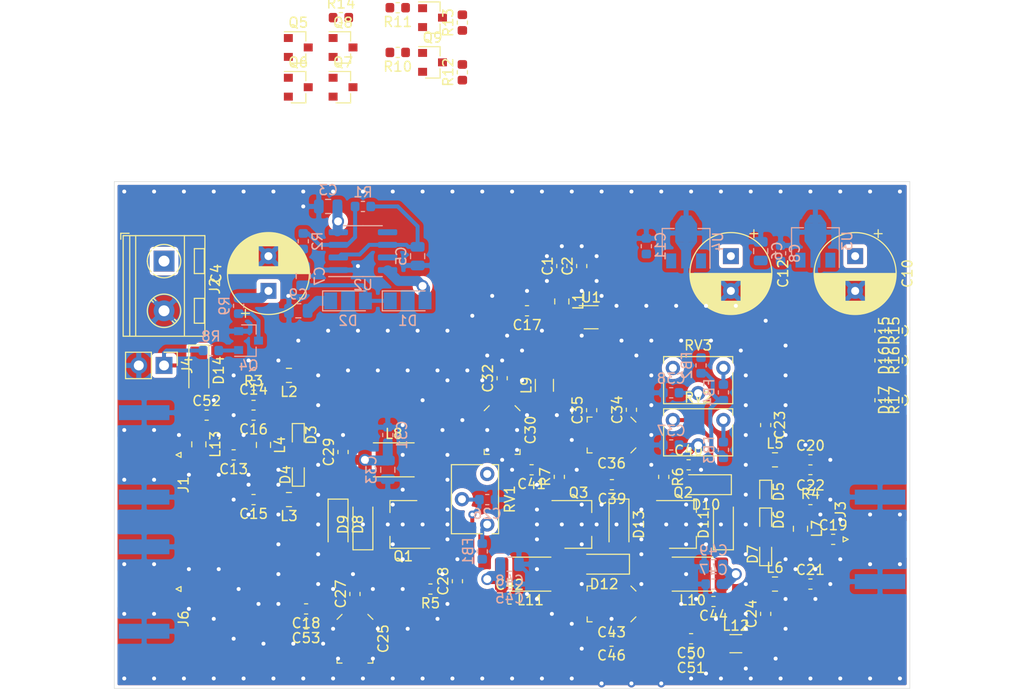
<source format=kicad_pcb>
(kicad_pcb (version 20171130) (host pcbnew 5.1.7-5.1.7)

  (general
    (thickness 1.6)
    (drawings 12)
    (tracks 548)
    (zones 0)
    (modules 126)
    (nets 63)
  )

  (page A4)
  (layers
    (0 F.Cu signal)
    (1 In1.Cu power hide)
    (2 In2.Cu power hide)
    (31 B.Cu signal)
    (32 B.Adhes user hide)
    (33 F.Adhes user)
    (34 B.Paste user hide)
    (35 F.Paste user)
    (36 B.SilkS user hide)
    (37 F.SilkS user hide)
    (38 B.Mask user hide)
    (39 F.Mask user)
    (40 Dwgs.User user)
    (41 Cmts.User user)
    (42 Eco1.User user hide)
    (43 Eco2.User user)
    (44 Edge.Cuts user)
    (45 Margin user)
    (46 B.CrtYd user hide)
    (47 F.CrtYd user)
    (48 B.Fab user hide)
    (49 F.Fab user hide)
  )

  (setup
    (last_trace_width 0.4)
    (user_trace_width 0.254)
    (user_trace_width 0.2856)
    (user_trace_width 0.4)
    (user_trace_width 0.71)
    (user_trace_width 1)
    (trace_clearance 0.4)
    (zone_clearance 0.3)
    (zone_45_only no)
    (trace_min 0.1)
    (via_size 0.8)
    (via_drill 0.4)
    (via_min_size 0.4)
    (via_min_drill 0.2)
    (uvia_size 0.3)
    (uvia_drill 0.1)
    (uvias_allowed no)
    (uvia_min_size 0.2)
    (uvia_min_drill 0.1)
    (edge_width 0.05)
    (segment_width 0.2)
    (pcb_text_width 0.3)
    (pcb_text_size 1.5 1.5)
    (mod_edge_width 0.12)
    (mod_text_size 1 1)
    (mod_text_width 0.15)
    (pad_size 1.524 1.524)
    (pad_drill 0.762)
    (pad_to_mask_clearance 0.051)
    (solder_mask_min_width 0.25)
    (aux_axis_origin 0 0)
    (visible_elements FFFFFF7F)
    (pcbplotparams
      (layerselection 0x010fc_ffffffff)
      (usegerberextensions false)
      (usegerberattributes false)
      (usegerberadvancedattributes false)
      (creategerberjobfile false)
      (excludeedgelayer true)
      (linewidth 0.100000)
      (plotframeref false)
      (viasonmask false)
      (mode 1)
      (useauxorigin false)
      (hpglpennumber 1)
      (hpglpenspeed 20)
      (hpglpendiameter 15.000000)
      (psnegative false)
      (psa4output false)
      (plotreference true)
      (plotvalue true)
      (plotinvisibletext false)
      (padsonsilk false)
      (subtractmaskfromsilk false)
      (outputformat 1)
      (mirror false)
      (drillshape 1)
      (scaleselection 1)
      (outputdirectory ""))
  )

  (net 0 "")
  (net 1 GND)
  (net 2 +12V)
  (net 3 "Net-(C5-Pad1)")
  (net 4 "Net-(C7-Pad2)")
  (net 5 "Net-(C7-Pad1)")
  (net 6 +24V)
  (net 7 +5V)
  (net 8 +5VA)
  (net 9 /50R_IN)
  (net 10 "/TRX Diode Switch/50R_TRX")
  (net 11 "/Antenna Diode Switch/LNA_PIN_BIAS")
  (net 12 "/Antenna Diode Switch/PA_PIN_BIAS")
  (net 13 "Net-(C16-Pad1)")
  (net 14 "/TRX Diode Switch/50R_TRX_LNA")
  (net 15 "/TRX Diode Switch/RF_IN_LNA")
  (net 16 "/TRX Diode Switch/50R_TRX_PA")
  (net 17 "/TX Preamplifier/RF_IN")
  (net 18 /50R_OUT)
  (net 19 "/Antenna Diode Switch/50R_ANT")
  (net 20 "Net-(C22-Pad1)")
  (net 21 "/Antenna Diode Switch/50R_ANT_LNA")
  (net 22 /LNA/RF_IN)
  (net 23 "/Antenna Diode Switch/50R_ANT_PA")
  (net 24 /50R_PA_TO_SW)
  (net 25 "Net-(C26-Pad1)")
  (net 26 "/TX Power Stage/RF_IN")
  (net 27 "/TX Power Stage/25R_PA_P_IN_DC")
  (net 28 "/TX Power Stage/25R_PA_P_IN")
  (net 29 "/TX Power Stage/25R_PA_N_IN_DC")
  (net 30 "/TX Power Stage/25R_PA_N_IN")
  (net 31 "/TX Power Stage/Bias_P")
  (net 32 "/TX Power Stage/Bias_N")
  (net 33 "/TX Power Stage/25R_PA_P_OUT")
  (net 34 "/TX Power Stage/25R_PA_N_OUT")
  (net 35 "/TX Power Stage/25R_PA_N_OUT_DC")
  (net 36 "/TX Power Stage/25R_PA_P_OUT_DC")
  (net 37 "Net-(C52-Pad1)")
  (net 38 "Net-(D5-Pad2)")
  (net 39 "Net-(D8-Pad2)")
  (net 40 "Net-(D8-Pad1)")
  (net 41 "Net-(D10-Pad2)")
  (net 42 "Net-(D10-Pad1)")
  (net 43 "Net-(D12-Pad2)")
  (net 44 "Net-(D12-Pad1)")
  (net 45 "Net-(D14-Pad1)")
  (net 46 "Net-(FB1-Pad1)")
  (net 47 "Net-(FB2-Pad2)")
  (net 48 "Net-(FB3-Pad1)")
  (net 49 "Net-(FB4-Pad1)")
  (net 50 "Net-(Q4-Pad3)")
  (net 51 "Net-(Q4-Pad1)")
  (net 52 "/PTT Control/12V_TX")
  (net 53 "/PTT Control/12V_RX")
  (net 54 "Net-(Q9-Pad1)")
  (net 55 "Net-(Q10-Pad1)")
  (net 56 "Net-(R1-Pad2)")
  (net 57 /5V_RX)
  (net 58 /5V_TX)
  (net 59 "Net-(D15-Pad2)")
  (net 60 "Net-(D16-Pad2)")
  (net 61 "Net-(D17-Pad2)")
  (net 62 /50R_IN_TXONLY)

  (net_class Default "Dies ist die voreingestellte Netzklasse."
    (clearance 0.4)
    (trace_width 0.4)
    (via_dia 0.8)
    (via_drill 0.4)
    (uvia_dia 0.3)
    (uvia_drill 0.1)
    (add_net /5V_RX)
    (add_net /5V_TX)
    (add_net "/Antenna Diode Switch/LNA_PIN_BIAS")
    (add_net "/Antenna Diode Switch/PA_PIN_BIAS")
    (add_net "/PTT Control/12V_RX")
    (add_net "/PTT Control/12V_TX")
    (add_net "/TX Power Stage/Bias_N")
    (add_net "/TX Power Stage/Bias_P")
    (add_net GND)
    (add_net "Net-(C16-Pad1)")
    (add_net "Net-(C22-Pad1)")
    (add_net "Net-(C26-Pad1)")
    (add_net "Net-(C5-Pad1)")
    (add_net "Net-(C52-Pad1)")
    (add_net "Net-(C7-Pad1)")
    (add_net "Net-(C7-Pad2)")
    (add_net "Net-(D10-Pad1)")
    (add_net "Net-(D10-Pad2)")
    (add_net "Net-(D12-Pad1)")
    (add_net "Net-(D12-Pad2)")
    (add_net "Net-(D14-Pad1)")
    (add_net "Net-(D15-Pad2)")
    (add_net "Net-(D16-Pad2)")
    (add_net "Net-(D17-Pad2)")
    (add_net "Net-(D5-Pad2)")
    (add_net "Net-(D8-Pad1)")
    (add_net "Net-(D8-Pad2)")
    (add_net "Net-(FB1-Pad1)")
    (add_net "Net-(FB2-Pad2)")
    (add_net "Net-(FB3-Pad1)")
    (add_net "Net-(FB4-Pad1)")
    (add_net "Net-(Q10-Pad1)")
    (add_net "Net-(Q4-Pad1)")
    (add_net "Net-(Q4-Pad3)")
    (add_net "Net-(Q9-Pad1)")
    (add_net "Net-(R1-Pad2)")
  )

  (net_class 25R ""
    (clearance 1)
    (trace_width 0.71)
    (via_dia 0.8)
    (via_drill 0.4)
    (uvia_dia 0.3)
    (uvia_drill 0.1)
    (add_net "/TX Power Stage/25R_PA_N_IN")
    (add_net "/TX Power Stage/25R_PA_N_IN_DC")
    (add_net "/TX Power Stage/25R_PA_N_OUT")
    (add_net "/TX Power Stage/25R_PA_N_OUT_DC")
    (add_net "/TX Power Stage/25R_PA_P_IN")
    (add_net "/TX Power Stage/25R_PA_P_IN_DC")
    (add_net "/TX Power Stage/25R_PA_P_OUT")
    (add_net "/TX Power Stage/25R_PA_P_OUT_DC")
  )

  (net_class 50R ""
    (clearance 1)
    (trace_width 0.2856)
    (via_dia 0.8)
    (via_drill 0.4)
    (uvia_dia 0.3)
    (uvia_drill 0.1)
    (add_net /50R_IN)
    (add_net /50R_IN_TXONLY)
    (add_net /50R_OUT)
    (add_net /50R_PA_TO_SW)
    (add_net "/Antenna Diode Switch/50R_ANT")
    (add_net "/Antenna Diode Switch/50R_ANT_LNA")
    (add_net "/Antenna Diode Switch/50R_ANT_PA")
    (add_net /LNA/RF_IN)
    (add_net "/TRX Diode Switch/50R_TRX")
    (add_net "/TRX Diode Switch/50R_TRX_LNA")
    (add_net "/TRX Diode Switch/50R_TRX_PA")
    (add_net "/TRX Diode Switch/RF_IN_LNA")
    (add_net "/TX Power Stage/RF_IN")
    (add_net "/TX Preamplifier/RF_IN")
  )

  (net_class Power ""
    (clearance 0.4)
    (trace_width 1)
    (via_dia 1.2)
    (via_drill 0.8)
    (uvia_dia 0.3)
    (uvia_drill 0.1)
    (add_net +12V)
    (add_net +24V)
    (add_net +5V)
    (add_net +5VA)
  )

  (module Connector_PinHeader_2.54mm:PinHeader_1x02_P2.54mm_Vertical (layer F.Cu) (tedit 59FED5CC) (tstamp 5F7801CB)
    (at 55 68.5 270)
    (descr "Through hole straight pin header, 1x02, 2.54mm pitch, single row")
    (tags "Through hole pin header THT 1x02 2.54mm single row")
    (path /5F189F7F/5F79D217)
    (fp_text reference J4 (at 0 -2.33 90) (layer F.SilkS)
      (effects (font (size 1 1) (thickness 0.15)))
    )
    (fp_text value PTT (at 0 4.87 90) (layer F.Fab)
      (effects (font (size 1 1) (thickness 0.15)))
    )
    (fp_line (start -0.635 -1.27) (end 1.27 -1.27) (layer F.Fab) (width 0.1))
    (fp_line (start 1.27 -1.27) (end 1.27 3.81) (layer F.Fab) (width 0.1))
    (fp_line (start 1.27 3.81) (end -1.27 3.81) (layer F.Fab) (width 0.1))
    (fp_line (start -1.27 3.81) (end -1.27 -0.635) (layer F.Fab) (width 0.1))
    (fp_line (start -1.27 -0.635) (end -0.635 -1.27) (layer F.Fab) (width 0.1))
    (fp_line (start -1.33 3.87) (end 1.33 3.87) (layer F.SilkS) (width 0.12))
    (fp_line (start -1.33 1.27) (end -1.33 3.87) (layer F.SilkS) (width 0.12))
    (fp_line (start 1.33 1.27) (end 1.33 3.87) (layer F.SilkS) (width 0.12))
    (fp_line (start -1.33 1.27) (end 1.33 1.27) (layer F.SilkS) (width 0.12))
    (fp_line (start -1.33 0) (end -1.33 -1.33) (layer F.SilkS) (width 0.12))
    (fp_line (start -1.33 -1.33) (end 0 -1.33) (layer F.SilkS) (width 0.12))
    (fp_line (start -1.8 -1.8) (end -1.8 4.35) (layer F.CrtYd) (width 0.05))
    (fp_line (start -1.8 4.35) (end 1.8 4.35) (layer F.CrtYd) (width 0.05))
    (fp_line (start 1.8 4.35) (end 1.8 -1.8) (layer F.CrtYd) (width 0.05))
    (fp_line (start 1.8 -1.8) (end -1.8 -1.8) (layer F.CrtYd) (width 0.05))
    (fp_text user %R (at 0 1.27) (layer F.Fab)
      (effects (font (size 1 1) (thickness 0.15)))
    )
    (pad 2 thru_hole oval (at 0 2.54 270) (size 1.7 1.7) (drill 1) (layers *.Cu *.Mask)
      (net 1 GND))
    (pad 1 thru_hole rect (at 0 0 270) (size 1.7 1.7) (drill 1) (layers *.Cu *.Mask)
      (net 45 "Net-(D14-Pad1)"))
    (model ${KISYS3DMOD}/Connector_PinHeader_2.54mm.3dshapes/PinHeader_1x02_P2.54mm_Vertical.wrl
      (at (xyz 0 0 0))
      (scale (xyz 1 1 1))
      (rotate (xyz 0 0 0))
    )
  )

  (module Connector_Coaxial:SMA_Amphenol_132289_EdgeMount (layer F.Cu) (tedit 5A1C1810) (tstamp 5F712799)
    (at 53 91 180)
    (descr http://www.amphenolrf.com/132289.html)
    (tags SMA)
    (path /5F710C19)
    (attr smd)
    (fp_text reference J6 (at -3.96 -3 90) (layer F.SilkS)
      (effects (font (size 1 1) (thickness 0.15)))
    )
    (fp_text value CONN_TXONLY (at 5 6) (layer F.Fab)
      (effects (font (size 1 1) (thickness 0.15)))
    )
    (fp_line (start -3.71 0.25) (end -3.21 0) (layer F.SilkS) (width 0.12))
    (fp_line (start -3.71 -0.25) (end -3.71 0.25) (layer F.SilkS) (width 0.12))
    (fp_line (start -3.21 0) (end -3.71 -0.25) (layer F.SilkS) (width 0.12))
    (fp_line (start 3.54 0) (end 2.54 0.75) (layer F.Fab) (width 0.1))
    (fp_line (start 2.54 -0.75) (end 3.54 0) (layer F.Fab) (width 0.1))
    (fp_line (start 14.47 -5.58) (end -3.04 -5.58) (layer F.CrtYd) (width 0.05))
    (fp_line (start 14.47 -5.58) (end 14.47 5.58) (layer F.CrtYd) (width 0.05))
    (fp_line (start 14.47 5.58) (end -3.04 5.58) (layer F.CrtYd) (width 0.05))
    (fp_line (start -3.04 5.58) (end -3.04 -5.58) (layer F.CrtYd) (width 0.05))
    (fp_line (start 14.47 -5.58) (end -3.04 -5.58) (layer B.CrtYd) (width 0.05))
    (fp_line (start 14.47 -5.58) (end 14.47 5.58) (layer B.CrtYd) (width 0.05))
    (fp_line (start 14.47 5.58) (end -3.04 5.58) (layer B.CrtYd) (width 0.05))
    (fp_line (start -3.04 5.58) (end -3.04 -5.58) (layer B.CrtYd) (width 0.05))
    (fp_line (start 4.445 -3.81) (end 13.97 -3.81) (layer F.Fab) (width 0.1))
    (fp_line (start 13.97 -3.81) (end 13.97 3.81) (layer F.Fab) (width 0.1))
    (fp_line (start 13.97 3.81) (end 4.445 3.81) (layer F.Fab) (width 0.1))
    (fp_line (start 4.445 5.08) (end 4.445 3.81) (layer F.Fab) (width 0.1))
    (fp_line (start 4.445 -3.81) (end 4.445 -5.08) (layer F.Fab) (width 0.1))
    (fp_line (start -1.91 -5.08) (end 4.445 -5.08) (layer F.Fab) (width 0.1))
    (fp_line (start -1.91 -5.08) (end -1.91 -3.81) (layer F.Fab) (width 0.1))
    (fp_line (start -1.91 -3.81) (end 2.54 -3.81) (layer F.Fab) (width 0.1))
    (fp_line (start 2.54 -3.81) (end 2.54 3.81) (layer F.Fab) (width 0.1))
    (fp_line (start 2.54 3.81) (end -1.91 3.81) (layer F.Fab) (width 0.1))
    (fp_line (start -1.91 3.81) (end -1.91 5.08) (layer F.Fab) (width 0.1))
    (fp_line (start -1.91 5.08) (end 4.445 5.08) (layer F.Fab) (width 0.1))
    (fp_text user %R (at 4.79 0 270) (layer F.Fab)
      (effects (font (size 1 1) (thickness 0.15)))
    )
    (pad 1 smd rect (at 0 0 270) (size 1.5 5.08) (layers F.Cu F.Paste F.Mask)
      (net 62 /50R_IN_TXONLY))
    (pad 2 smd rect (at 0 -4.25 270) (size 1.5 5.08) (layers F.Cu F.Paste F.Mask)
      (net 1 GND))
    (pad 2 smd rect (at 0 4.25 270) (size 1.5 5.08) (layers F.Cu F.Paste F.Mask)
      (net 1 GND))
    (pad 2 smd rect (at 0 -4.25 270) (size 1.5 5.08) (layers B.Cu B.Paste B.Mask)
      (net 1 GND))
    (pad 2 smd rect (at 0 4.25 270) (size 1.5 5.08) (layers B.Cu B.Paste B.Mask)
      (net 1 GND))
    (model ${KISYS3DMOD}/Connector_Coaxial.3dshapes/SMA_Amphenol_132289_EdgeMount.wrl
      (at (xyz 0 0 0))
      (scale (xyz 1 1 1))
      (rotate (xyz 0 0 0))
    )
  )

  (module Capacitor_SMD:C_0603_1608Metric (layer F.Cu) (tedit 5B301BBE) (tstamp 5F7122C6)
    (at 69.2875 94.5 180)
    (descr "Capacitor SMD 0603 (1608 Metric), square (rectangular) end terminal, IPC_7351 nominal, (Body size source: http://www.tortai-tech.com/upload/download/2011102023233369053.pdf), generated with kicad-footprint-generator")
    (tags capacitor)
    (path /5F1CEB90/5F715464)
    (attr smd)
    (fp_text reference C53 (at 0 -1.43) (layer F.SilkS)
      (effects (font (size 1 1) (thickness 0.15)))
    )
    (fp_text value 1nF (at 0 1.43) (layer F.Fab)
      (effects (font (size 1 1) (thickness 0.15)))
    )
    (fp_line (start -0.8 0.4) (end -0.8 -0.4) (layer F.Fab) (width 0.1))
    (fp_line (start -0.8 -0.4) (end 0.8 -0.4) (layer F.Fab) (width 0.1))
    (fp_line (start 0.8 -0.4) (end 0.8 0.4) (layer F.Fab) (width 0.1))
    (fp_line (start 0.8 0.4) (end -0.8 0.4) (layer F.Fab) (width 0.1))
    (fp_line (start -0.162779 -0.51) (end 0.162779 -0.51) (layer F.SilkS) (width 0.12))
    (fp_line (start -0.162779 0.51) (end 0.162779 0.51) (layer F.SilkS) (width 0.12))
    (fp_line (start -1.48 0.73) (end -1.48 -0.73) (layer F.CrtYd) (width 0.05))
    (fp_line (start -1.48 -0.73) (end 1.48 -0.73) (layer F.CrtYd) (width 0.05))
    (fp_line (start 1.48 -0.73) (end 1.48 0.73) (layer F.CrtYd) (width 0.05))
    (fp_line (start 1.48 0.73) (end -1.48 0.73) (layer F.CrtYd) (width 0.05))
    (fp_text user %R (at 0 0) (layer F.Fab)
      (effects (font (size 0.4 0.4) (thickness 0.06)))
    )
    (pad 2 smd roundrect (at 0.7875 0 180) (size 0.875 0.95) (layers F.Cu F.Paste F.Mask) (roundrect_rratio 0.25)
      (net 62 /50R_IN_TXONLY))
    (pad 1 smd roundrect (at -0.7875 0 180) (size 0.875 0.95) (layers F.Cu F.Paste F.Mask) (roundrect_rratio 0.25)
      (net 17 "/TX Preamplifier/RF_IN"))
    (model ${KISYS3DMOD}/Capacitor_SMD.3dshapes/C_0603_1608Metric.wrl
      (at (xyz 0 0 0))
      (scale (xyz 1 1 1))
      (rotate (xyz 0 0 0))
    )
  )

  (module Package_TO_SOT_SMD:SOT-89-3 (layer F.Cu) (tedit 5A02FF57) (tstamp 5F5D513A)
    (at 96.23 84.5)
    (descr SOT-89-3)
    (tags SOT-89-3)
    (path /5F1CEF94/5F2DB79C)
    (attr smd)
    (fp_text reference Q3 (at 0.45 -3.2) (layer F.SilkS)
      (effects (font (size 1 1) (thickness 0.15)))
    )
    (fp_text value AFT05MS004N (at 0.45 3.25) (layer F.Fab)
      (effects (font (size 1 1) (thickness 0.15)))
    )
    (fp_line (start 1.78 1.2) (end 1.78 2.4) (layer F.SilkS) (width 0.12))
    (fp_line (start 1.78 2.4) (end -0.92 2.4) (layer F.SilkS) (width 0.12))
    (fp_line (start -2.22 -2.4) (end 1.78 -2.4) (layer F.SilkS) (width 0.12))
    (fp_line (start 1.78 -2.4) (end 1.78 -1.2) (layer F.SilkS) (width 0.12))
    (fp_line (start -0.92 -1.51) (end -0.13 -2.3) (layer F.Fab) (width 0.1))
    (fp_line (start 1.68 -2.3) (end 1.68 2.3) (layer F.Fab) (width 0.1))
    (fp_line (start 1.68 2.3) (end -0.92 2.3) (layer F.Fab) (width 0.1))
    (fp_line (start -0.92 2.3) (end -0.92 -1.51) (layer F.Fab) (width 0.1))
    (fp_line (start -0.13 -2.3) (end 1.68 -2.3) (layer F.Fab) (width 0.1))
    (fp_line (start 3.23 -2.55) (end 3.23 2.55) (layer F.CrtYd) (width 0.05))
    (fp_line (start 3.23 -2.55) (end -2.48 -2.55) (layer F.CrtYd) (width 0.05))
    (fp_line (start -2.48 2.55) (end 3.23 2.55) (layer F.CrtYd) (width 0.05))
    (fp_line (start -2.48 2.55) (end -2.48 -2.55) (layer F.CrtYd) (width 0.05))
    (fp_text user %R (at 0.38 0 90) (layer F.Fab)
      (effects (font (size 0.6 0.6) (thickness 0.09)))
    )
    (pad 2 smd trapezoid (at -0.0762 0 90) (size 1.5 1) (rect_delta 0 0.7 ) (layers F.Cu F.Paste F.Mask)
      (net 1 GND))
    (pad 2 smd rect (at 1.3335 0 270) (size 2.2 1.84) (layers F.Cu F.Paste F.Mask)
      (net 1 GND))
    (pad 3 smd rect (at -1.48 1.5 270) (size 1 1.5) (layers F.Cu F.Paste F.Mask)
      (net 33 "/TX Power Stage/25R_PA_P_OUT"))
    (pad 2 smd rect (at -1.3335 0 270) (size 1 1.8) (layers F.Cu F.Paste F.Mask)
      (net 1 GND))
    (pad 1 smd rect (at -1.48 -1.5 270) (size 1 1.5) (layers F.Cu F.Paste F.Mask)
      (net 30 "/TX Power Stage/25R_PA_N_IN"))
    (pad 2 smd trapezoid (at 2.667 0 270) (size 1.6 0.85) (rect_delta 0 0.6 ) (layers F.Cu F.Paste F.Mask)
      (net 1 GND))
    (model ${KISYS3DMOD}/Package_TO_SOT_SMD.3dshapes/SOT-89-3.wrl
      (at (xyz 0 0 0))
      (scale (xyz 1 1 1))
      (rotate (xyz 0 0 0))
    )
  )

  (module Package_TO_SOT_SMD:SOT-89-3 (layer F.Cu) (tedit 5A02FF57) (tstamp 5F5D5128)
    (at 106.75 84.5)
    (descr SOT-89-3)
    (tags SOT-89-3)
    (path /5F1CEF94/5F241898)
    (attr smd)
    (fp_text reference Q2 (at 0.45 -3.2) (layer F.SilkS)
      (effects (font (size 1 1) (thickness 0.15)))
    )
    (fp_text value AFT05MS004N (at 0.45 3.25) (layer F.Fab)
      (effects (font (size 1 1) (thickness 0.15)))
    )
    (fp_line (start 1.78 1.2) (end 1.78 2.4) (layer F.SilkS) (width 0.12))
    (fp_line (start 1.78 2.4) (end -0.92 2.4) (layer F.SilkS) (width 0.12))
    (fp_line (start -2.22 -2.4) (end 1.78 -2.4) (layer F.SilkS) (width 0.12))
    (fp_line (start 1.78 -2.4) (end 1.78 -1.2) (layer F.SilkS) (width 0.12))
    (fp_line (start -0.92 -1.51) (end -0.13 -2.3) (layer F.Fab) (width 0.1))
    (fp_line (start 1.68 -2.3) (end 1.68 2.3) (layer F.Fab) (width 0.1))
    (fp_line (start 1.68 2.3) (end -0.92 2.3) (layer F.Fab) (width 0.1))
    (fp_line (start -0.92 2.3) (end -0.92 -1.51) (layer F.Fab) (width 0.1))
    (fp_line (start -0.13 -2.3) (end 1.68 -2.3) (layer F.Fab) (width 0.1))
    (fp_line (start 3.23 -2.55) (end 3.23 2.55) (layer F.CrtYd) (width 0.05))
    (fp_line (start 3.23 -2.55) (end -2.48 -2.55) (layer F.CrtYd) (width 0.05))
    (fp_line (start -2.48 2.55) (end 3.23 2.55) (layer F.CrtYd) (width 0.05))
    (fp_line (start -2.48 2.55) (end -2.48 -2.55) (layer F.CrtYd) (width 0.05))
    (fp_text user %R (at 0.38 0 90) (layer F.Fab)
      (effects (font (size 0.6 0.6) (thickness 0.09)))
    )
    (pad 2 smd trapezoid (at -0.0762 0 90) (size 1.5 1) (rect_delta 0 0.7 ) (layers F.Cu F.Paste F.Mask)
      (net 1 GND))
    (pad 2 smd rect (at 1.3335 0 270) (size 2.2 1.84) (layers F.Cu F.Paste F.Mask)
      (net 1 GND))
    (pad 3 smd rect (at -1.48 1.5 270) (size 1 1.5) (layers F.Cu F.Paste F.Mask)
      (net 34 "/TX Power Stage/25R_PA_N_OUT"))
    (pad 2 smd rect (at -1.3335 0 270) (size 1 1.8) (layers F.Cu F.Paste F.Mask)
      (net 1 GND))
    (pad 1 smd rect (at -1.48 -1.5 270) (size 1 1.5) (layers F.Cu F.Paste F.Mask)
      (net 28 "/TX Power Stage/25R_PA_P_IN"))
    (pad 2 smd trapezoid (at 2.667 0 270) (size 1.6 0.85) (rect_delta 0 0.6 ) (layers F.Cu F.Paste F.Mask)
      (net 1 GND))
    (model ${KISYS3DMOD}/Package_TO_SOT_SMD.3dshapes/SOT-89-3.wrl
      (at (xyz 0 0 0))
      (scale (xyz 1 1 1))
      (rotate (xyz 0 0 0))
    )
  )

  (module Package_TO_SOT_SMD:SOT-89-3 (layer F.Cu) (tedit 5A02FF57) (tstamp 5F5D5116)
    (at 79.5 84.5 180)
    (descr SOT-89-3)
    (tags SOT-89-3)
    (path /5F1CEEEE/5F1DCEC6)
    (attr smd)
    (fp_text reference Q1 (at 0.45 -3.2) (layer F.SilkS)
      (effects (font (size 1 1) (thickness 0.15)))
    )
    (fp_text value AFT05MS004N (at 0.45 3.25) (layer F.Fab)
      (effects (font (size 1 1) (thickness 0.15)))
    )
    (fp_line (start 1.78 1.2) (end 1.78 2.4) (layer F.SilkS) (width 0.12))
    (fp_line (start 1.78 2.4) (end -0.92 2.4) (layer F.SilkS) (width 0.12))
    (fp_line (start -2.22 -2.4) (end 1.78 -2.4) (layer F.SilkS) (width 0.12))
    (fp_line (start 1.78 -2.4) (end 1.78 -1.2) (layer F.SilkS) (width 0.12))
    (fp_line (start -0.92 -1.51) (end -0.13 -2.3) (layer F.Fab) (width 0.1))
    (fp_line (start 1.68 -2.3) (end 1.68 2.3) (layer F.Fab) (width 0.1))
    (fp_line (start 1.68 2.3) (end -0.92 2.3) (layer F.Fab) (width 0.1))
    (fp_line (start -0.92 2.3) (end -0.92 -1.51) (layer F.Fab) (width 0.1))
    (fp_line (start -0.13 -2.3) (end 1.68 -2.3) (layer F.Fab) (width 0.1))
    (fp_line (start 3.23 -2.55) (end 3.23 2.55) (layer F.CrtYd) (width 0.05))
    (fp_line (start 3.23 -2.55) (end -2.48 -2.55) (layer F.CrtYd) (width 0.05))
    (fp_line (start -2.48 2.55) (end 3.23 2.55) (layer F.CrtYd) (width 0.05))
    (fp_line (start -2.48 2.55) (end -2.48 -2.55) (layer F.CrtYd) (width 0.05))
    (fp_text user %R (at 0.38 0 90) (layer F.Fab)
      (effects (font (size 0.6 0.6) (thickness 0.09)))
    )
    (pad 2 smd trapezoid (at -0.0762 0 270) (size 1.5 1) (rect_delta 0 0.7 ) (layers F.Cu F.Paste F.Mask)
      (net 1 GND))
    (pad 2 smd rect (at 1.3335 0 90) (size 2.2 1.84) (layers F.Cu F.Paste F.Mask)
      (net 1 GND))
    (pad 3 smd rect (at -1.48 1.5 90) (size 1 1.5) (layers F.Cu F.Paste F.Mask)
      (net 26 "/TX Power Stage/RF_IN"))
    (pad 2 smd rect (at -1.3335 0 90) (size 1 1.8) (layers F.Cu F.Paste F.Mask)
      (net 1 GND))
    (pad 1 smd rect (at -1.48 -1.5 90) (size 1 1.5) (layers F.Cu F.Paste F.Mask)
      (net 17 "/TX Preamplifier/RF_IN"))
    (pad 2 smd trapezoid (at 2.667 0 90) (size 1.6 0.85) (rect_delta 0 0.6 ) (layers F.Cu F.Paste F.Mask)
      (net 1 GND))
    (model ${KISYS3DMOD}/Package_TO_SOT_SMD.3dshapes/SOT-89-3.wrl
      (at (xyz 0 0 0))
      (scale (xyz 1 1 1))
      (rotate (xyz 0 0 0))
    )
  )

  (module Diode_SMD:D_MiniMELF (layer F.Cu) (tedit 5905D8F5) (tstamp 5F77B718)
    (at 58.5 69 270)
    (descr "Diode Mini-MELF")
    (tags "Diode Mini-MELF")
    (path /5F189F7F/5F62F037)
    (attr smd)
    (fp_text reference D14 (at 0 -2 90) (layer F.SilkS)
      (effects (font (size 1 1) (thickness 0.15)))
    )
    (fp_text value LL4148 (at 0 1.75 90) (layer F.Fab)
      (effects (font (size 1 1) (thickness 0.15)))
    )
    (fp_line (start 1.75 -1) (end -2.55 -1) (layer F.SilkS) (width 0.12))
    (fp_line (start -2.55 -1) (end -2.55 1) (layer F.SilkS) (width 0.12))
    (fp_line (start -2.55 1) (end 1.75 1) (layer F.SilkS) (width 0.12))
    (fp_line (start 1.65 -0.8) (end 1.65 0.8) (layer F.Fab) (width 0.1))
    (fp_line (start 1.65 0.8) (end -1.65 0.8) (layer F.Fab) (width 0.1))
    (fp_line (start -1.65 0.8) (end -1.65 -0.8) (layer F.Fab) (width 0.1))
    (fp_line (start -1.65 -0.8) (end 1.65 -0.8) (layer F.Fab) (width 0.1))
    (fp_line (start 0.25 0) (end 0.75 0) (layer F.Fab) (width 0.1))
    (fp_line (start 0.25 0.4) (end -0.35 0) (layer F.Fab) (width 0.1))
    (fp_line (start 0.25 -0.4) (end 0.25 0.4) (layer F.Fab) (width 0.1))
    (fp_line (start -0.35 0) (end 0.25 -0.4) (layer F.Fab) (width 0.1))
    (fp_line (start -0.35 0) (end -0.35 0.55) (layer F.Fab) (width 0.1))
    (fp_line (start -0.35 0) (end -0.35 -0.55) (layer F.Fab) (width 0.1))
    (fp_line (start -0.75 0) (end -0.35 0) (layer F.Fab) (width 0.1))
    (fp_line (start -2.65 -1.1) (end 2.65 -1.1) (layer F.CrtYd) (width 0.05))
    (fp_line (start 2.65 -1.1) (end 2.65 1.1) (layer F.CrtYd) (width 0.05))
    (fp_line (start 2.65 1.1) (end -2.65 1.1) (layer F.CrtYd) (width 0.05))
    (fp_line (start -2.65 1.1) (end -2.65 -1.1) (layer F.CrtYd) (width 0.05))
    (fp_text user %R (at 0 -2 90) (layer F.Fab)
      (effects (font (size 1 1) (thickness 0.15)))
    )
    (pad 2 smd rect (at 1.75 0 270) (size 1.3 1.7) (layers F.Cu F.Paste F.Mask)
      (net 37 "Net-(C52-Pad1)"))
    (pad 1 smd rect (at -1.75 0 270) (size 1.3 1.7) (layers F.Cu F.Paste F.Mask)
      (net 45 "Net-(D14-Pad1)"))
    (model ${KISYS3DMOD}/Diode_SMD.3dshapes/D_MiniMELF.wrl
      (at (xyz 0 0 0))
      (scale (xyz 1 1 1))
      (rotate (xyz 0 0 0))
    )
  )

  (module Diode_SMD:D_MiniMELF (layer F.Cu) (tedit 5905D8F5) (tstamp 5F61BFB0)
    (at 100.75 84.5 270)
    (descr "Diode Mini-MELF")
    (tags "Diode Mini-MELF")
    (path /5F1CEF94/5F638834)
    (attr smd)
    (fp_text reference D13 (at 0 -2 90) (layer F.SilkS)
      (effects (font (size 1 1) (thickness 0.15)))
    )
    (fp_text value LL4148 (at 0 1.75 90) (layer F.Fab)
      (effects (font (size 1 1) (thickness 0.15)))
    )
    (fp_line (start 1.75 -1) (end -2.55 -1) (layer F.SilkS) (width 0.12))
    (fp_line (start -2.55 -1) (end -2.55 1) (layer F.SilkS) (width 0.12))
    (fp_line (start -2.55 1) (end 1.75 1) (layer F.SilkS) (width 0.12))
    (fp_line (start 1.65 -0.8) (end 1.65 0.8) (layer F.Fab) (width 0.1))
    (fp_line (start 1.65 0.8) (end -1.65 0.8) (layer F.Fab) (width 0.1))
    (fp_line (start -1.65 0.8) (end -1.65 -0.8) (layer F.Fab) (width 0.1))
    (fp_line (start -1.65 -0.8) (end 1.65 -0.8) (layer F.Fab) (width 0.1))
    (fp_line (start 0.25 0) (end 0.75 0) (layer F.Fab) (width 0.1))
    (fp_line (start 0.25 0.4) (end -0.35 0) (layer F.Fab) (width 0.1))
    (fp_line (start 0.25 -0.4) (end 0.25 0.4) (layer F.Fab) (width 0.1))
    (fp_line (start -0.35 0) (end 0.25 -0.4) (layer F.Fab) (width 0.1))
    (fp_line (start -0.35 0) (end -0.35 0.55) (layer F.Fab) (width 0.1))
    (fp_line (start -0.35 0) (end -0.35 -0.55) (layer F.Fab) (width 0.1))
    (fp_line (start -0.75 0) (end -0.35 0) (layer F.Fab) (width 0.1))
    (fp_line (start -2.65 -1.1) (end 2.65 -1.1) (layer F.CrtYd) (width 0.05))
    (fp_line (start 2.65 -1.1) (end 2.65 1.1) (layer F.CrtYd) (width 0.05))
    (fp_line (start 2.65 1.1) (end -2.65 1.1) (layer F.CrtYd) (width 0.05))
    (fp_line (start -2.65 1.1) (end -2.65 -1.1) (layer F.CrtYd) (width 0.05))
    (fp_text user %R (at 0 -2 90) (layer F.Fab)
      (effects (font (size 1 1) (thickness 0.15)))
    )
    (pad 2 smd rect (at 1.75 0 270) (size 1.3 1.7) (layers F.Cu F.Paste F.Mask)
      (net 44 "Net-(D12-Pad1)"))
    (pad 1 smd rect (at -1.75 0 270) (size 1.3 1.7) (layers F.Cu F.Paste F.Mask)
      (net 1 GND))
    (model ${KISYS3DMOD}/Diode_SMD.3dshapes/D_MiniMELF.wrl
      (at (xyz 0 0 0))
      (scale (xyz 1 1 1))
      (rotate (xyz 0 0 0))
    )
  )

  (module Diode_SMD:D_MiniMELF (layer F.Cu) (tedit 5905D8F5) (tstamp 5F61BF97)
    (at 99.25 88.5 180)
    (descr "Diode Mini-MELF")
    (tags "Diode Mini-MELF")
    (path /5F1CEF94/5F63829E)
    (attr smd)
    (fp_text reference D12 (at 0 -2) (layer F.SilkS)
      (effects (font (size 1 1) (thickness 0.15)))
    )
    (fp_text value LL4148 (at 0 1.75) (layer F.Fab)
      (effects (font (size 1 1) (thickness 0.15)))
    )
    (fp_line (start 1.75 -1) (end -2.55 -1) (layer F.SilkS) (width 0.12))
    (fp_line (start -2.55 -1) (end -2.55 1) (layer F.SilkS) (width 0.12))
    (fp_line (start -2.55 1) (end 1.75 1) (layer F.SilkS) (width 0.12))
    (fp_line (start 1.65 -0.8) (end 1.65 0.8) (layer F.Fab) (width 0.1))
    (fp_line (start 1.65 0.8) (end -1.65 0.8) (layer F.Fab) (width 0.1))
    (fp_line (start -1.65 0.8) (end -1.65 -0.8) (layer F.Fab) (width 0.1))
    (fp_line (start -1.65 -0.8) (end 1.65 -0.8) (layer F.Fab) (width 0.1))
    (fp_line (start 0.25 0) (end 0.75 0) (layer F.Fab) (width 0.1))
    (fp_line (start 0.25 0.4) (end -0.35 0) (layer F.Fab) (width 0.1))
    (fp_line (start 0.25 -0.4) (end 0.25 0.4) (layer F.Fab) (width 0.1))
    (fp_line (start -0.35 0) (end 0.25 -0.4) (layer F.Fab) (width 0.1))
    (fp_line (start -0.35 0) (end -0.35 0.55) (layer F.Fab) (width 0.1))
    (fp_line (start -0.35 0) (end -0.35 -0.55) (layer F.Fab) (width 0.1))
    (fp_line (start -0.75 0) (end -0.35 0) (layer F.Fab) (width 0.1))
    (fp_line (start -2.65 -1.1) (end 2.65 -1.1) (layer F.CrtYd) (width 0.05))
    (fp_line (start 2.65 -1.1) (end 2.65 1.1) (layer F.CrtYd) (width 0.05))
    (fp_line (start 2.65 1.1) (end -2.65 1.1) (layer F.CrtYd) (width 0.05))
    (fp_line (start -2.65 1.1) (end -2.65 -1.1) (layer F.CrtYd) (width 0.05))
    (fp_text user %R (at 0 -2) (layer F.Fab)
      (effects (font (size 1 1) (thickness 0.15)))
    )
    (pad 2 smd rect (at 1.75 0 180) (size 1.3 1.7) (layers F.Cu F.Paste F.Mask)
      (net 43 "Net-(D12-Pad2)"))
    (pad 1 smd rect (at -1.75 0 180) (size 1.3 1.7) (layers F.Cu F.Paste F.Mask)
      (net 44 "Net-(D12-Pad1)"))
    (model ${KISYS3DMOD}/Diode_SMD.3dshapes/D_MiniMELF.wrl
      (at (xyz 0 0 0))
      (scale (xyz 1 1 1))
      (rotate (xyz 0 0 0))
    )
  )

  (module Diode_SMD:D_MiniMELF (layer F.Cu) (tedit 5905D8F5) (tstamp 5F61BF7E)
    (at 111.25 84.5 90)
    (descr "Diode Mini-MELF")
    (tags "Diode Mini-MELF")
    (path /5F1CEF94/5F638E05)
    (attr smd)
    (fp_text reference D11 (at 0 -2 90) (layer F.SilkS)
      (effects (font (size 1 1) (thickness 0.15)))
    )
    (fp_text value LL4148 (at 0 1.75 90) (layer F.Fab)
      (effects (font (size 1 1) (thickness 0.15)))
    )
    (fp_line (start 1.75 -1) (end -2.55 -1) (layer F.SilkS) (width 0.12))
    (fp_line (start -2.55 -1) (end -2.55 1) (layer F.SilkS) (width 0.12))
    (fp_line (start -2.55 1) (end 1.75 1) (layer F.SilkS) (width 0.12))
    (fp_line (start 1.65 -0.8) (end 1.65 0.8) (layer F.Fab) (width 0.1))
    (fp_line (start 1.65 0.8) (end -1.65 0.8) (layer F.Fab) (width 0.1))
    (fp_line (start -1.65 0.8) (end -1.65 -0.8) (layer F.Fab) (width 0.1))
    (fp_line (start -1.65 -0.8) (end 1.65 -0.8) (layer F.Fab) (width 0.1))
    (fp_line (start 0.25 0) (end 0.75 0) (layer F.Fab) (width 0.1))
    (fp_line (start 0.25 0.4) (end -0.35 0) (layer F.Fab) (width 0.1))
    (fp_line (start 0.25 -0.4) (end 0.25 0.4) (layer F.Fab) (width 0.1))
    (fp_line (start -0.35 0) (end 0.25 -0.4) (layer F.Fab) (width 0.1))
    (fp_line (start -0.35 0) (end -0.35 0.55) (layer F.Fab) (width 0.1))
    (fp_line (start -0.35 0) (end -0.35 -0.55) (layer F.Fab) (width 0.1))
    (fp_line (start -0.75 0) (end -0.35 0) (layer F.Fab) (width 0.1))
    (fp_line (start -2.65 -1.1) (end 2.65 -1.1) (layer F.CrtYd) (width 0.05))
    (fp_line (start 2.65 -1.1) (end 2.65 1.1) (layer F.CrtYd) (width 0.05))
    (fp_line (start 2.65 1.1) (end -2.65 1.1) (layer F.CrtYd) (width 0.05))
    (fp_line (start -2.65 1.1) (end -2.65 -1.1) (layer F.CrtYd) (width 0.05))
    (fp_text user %R (at 0 -2 90) (layer F.Fab)
      (effects (font (size 1 1) (thickness 0.15)))
    )
    (pad 2 smd rect (at 1.75 0 90) (size 1.3 1.7) (layers F.Cu F.Paste F.Mask)
      (net 42 "Net-(D10-Pad1)"))
    (pad 1 smd rect (at -1.75 0 90) (size 1.3 1.7) (layers F.Cu F.Paste F.Mask)
      (net 1 GND))
    (model ${KISYS3DMOD}/Diode_SMD.3dshapes/D_MiniMELF.wrl
      (at (xyz 0 0 0))
      (scale (xyz 1 1 1))
      (rotate (xyz 0 0 0))
    )
  )

  (module Diode_SMD:D_MiniMELF (layer F.Cu) (tedit 5905D8F5) (tstamp 5F61BF65)
    (at 109.5 80.5 180)
    (descr "Diode Mini-MELF")
    (tags "Diode Mini-MELF")
    (path /5F1CEF94/5F637865)
    (attr smd)
    (fp_text reference D10 (at 0 -2) (layer F.SilkS)
      (effects (font (size 1 1) (thickness 0.15)))
    )
    (fp_text value LL4148 (at 0 1.75) (layer F.Fab)
      (effects (font (size 1 1) (thickness 0.15)))
    )
    (fp_line (start 1.75 -1) (end -2.55 -1) (layer F.SilkS) (width 0.12))
    (fp_line (start -2.55 -1) (end -2.55 1) (layer F.SilkS) (width 0.12))
    (fp_line (start -2.55 1) (end 1.75 1) (layer F.SilkS) (width 0.12))
    (fp_line (start 1.65 -0.8) (end 1.65 0.8) (layer F.Fab) (width 0.1))
    (fp_line (start 1.65 0.8) (end -1.65 0.8) (layer F.Fab) (width 0.1))
    (fp_line (start -1.65 0.8) (end -1.65 -0.8) (layer F.Fab) (width 0.1))
    (fp_line (start -1.65 -0.8) (end 1.65 -0.8) (layer F.Fab) (width 0.1))
    (fp_line (start 0.25 0) (end 0.75 0) (layer F.Fab) (width 0.1))
    (fp_line (start 0.25 0.4) (end -0.35 0) (layer F.Fab) (width 0.1))
    (fp_line (start 0.25 -0.4) (end 0.25 0.4) (layer F.Fab) (width 0.1))
    (fp_line (start -0.35 0) (end 0.25 -0.4) (layer F.Fab) (width 0.1))
    (fp_line (start -0.35 0) (end -0.35 0.55) (layer F.Fab) (width 0.1))
    (fp_line (start -0.35 0) (end -0.35 -0.55) (layer F.Fab) (width 0.1))
    (fp_line (start -0.75 0) (end -0.35 0) (layer F.Fab) (width 0.1))
    (fp_line (start -2.65 -1.1) (end 2.65 -1.1) (layer F.CrtYd) (width 0.05))
    (fp_line (start 2.65 -1.1) (end 2.65 1.1) (layer F.CrtYd) (width 0.05))
    (fp_line (start 2.65 1.1) (end -2.65 1.1) (layer F.CrtYd) (width 0.05))
    (fp_line (start -2.65 1.1) (end -2.65 -1.1) (layer F.CrtYd) (width 0.05))
    (fp_text user %R (at 0 -2) (layer F.Fab)
      (effects (font (size 1 1) (thickness 0.15)))
    )
    (pad 2 smd rect (at 1.75 0 180) (size 1.3 1.7) (layers F.Cu F.Paste F.Mask)
      (net 41 "Net-(D10-Pad2)"))
    (pad 1 smd rect (at -1.75 0 180) (size 1.3 1.7) (layers F.Cu F.Paste F.Mask)
      (net 42 "Net-(D10-Pad1)"))
    (model ${KISYS3DMOD}/Diode_SMD.3dshapes/D_MiniMELF.wrl
      (at (xyz 0 0 0))
      (scale (xyz 1 1 1))
      (rotate (xyz 0 0 0))
    )
  )

  (module Diode_SMD:D_MiniMELF (layer F.Cu) (tedit 5905D8F5) (tstamp 5F61BF4C)
    (at 75 84.5 90)
    (descr "Diode Mini-MELF")
    (tags "Diode Mini-MELF")
    (path /5F1CEEEE/5F63284C)
    (attr smd)
    (fp_text reference D9 (at 0 -2 90) (layer F.SilkS)
      (effects (font (size 1 1) (thickness 0.15)))
    )
    (fp_text value LL4148 (at 0 1.75 90) (layer F.Fab)
      (effects (font (size 1 1) (thickness 0.15)))
    )
    (fp_line (start 1.75 -1) (end -2.55 -1) (layer F.SilkS) (width 0.12))
    (fp_line (start -2.55 -1) (end -2.55 1) (layer F.SilkS) (width 0.12))
    (fp_line (start -2.55 1) (end 1.75 1) (layer F.SilkS) (width 0.12))
    (fp_line (start 1.65 -0.8) (end 1.65 0.8) (layer F.Fab) (width 0.1))
    (fp_line (start 1.65 0.8) (end -1.65 0.8) (layer F.Fab) (width 0.1))
    (fp_line (start -1.65 0.8) (end -1.65 -0.8) (layer F.Fab) (width 0.1))
    (fp_line (start -1.65 -0.8) (end 1.65 -0.8) (layer F.Fab) (width 0.1))
    (fp_line (start 0.25 0) (end 0.75 0) (layer F.Fab) (width 0.1))
    (fp_line (start 0.25 0.4) (end -0.35 0) (layer F.Fab) (width 0.1))
    (fp_line (start 0.25 -0.4) (end 0.25 0.4) (layer F.Fab) (width 0.1))
    (fp_line (start -0.35 0) (end 0.25 -0.4) (layer F.Fab) (width 0.1))
    (fp_line (start -0.35 0) (end -0.35 0.55) (layer F.Fab) (width 0.1))
    (fp_line (start -0.35 0) (end -0.35 -0.55) (layer F.Fab) (width 0.1))
    (fp_line (start -0.75 0) (end -0.35 0) (layer F.Fab) (width 0.1))
    (fp_line (start -2.65 -1.1) (end 2.65 -1.1) (layer F.CrtYd) (width 0.05))
    (fp_line (start 2.65 -1.1) (end 2.65 1.1) (layer F.CrtYd) (width 0.05))
    (fp_line (start 2.65 1.1) (end -2.65 1.1) (layer F.CrtYd) (width 0.05))
    (fp_line (start -2.65 1.1) (end -2.65 -1.1) (layer F.CrtYd) (width 0.05))
    (fp_text user %R (at 0 -2 90) (layer F.Fab)
      (effects (font (size 1 1) (thickness 0.15)))
    )
    (pad 2 smd rect (at 1.75 0 90) (size 1.3 1.7) (layers F.Cu F.Paste F.Mask)
      (net 40 "Net-(D8-Pad1)"))
    (pad 1 smd rect (at -1.75 0 90) (size 1.3 1.7) (layers F.Cu F.Paste F.Mask)
      (net 1 GND))
    (model ${KISYS3DMOD}/Diode_SMD.3dshapes/D_MiniMELF.wrl
      (at (xyz 0 0 0))
      (scale (xyz 1 1 1))
      (rotate (xyz 0 0 0))
    )
  )

  (module Diode_SMD:D_MiniMELF (layer F.Cu) (tedit 5905D8F5) (tstamp 5F61BF33)
    (at 72.5 84.5 270)
    (descr "Diode Mini-MELF")
    (tags "Diode Mini-MELF")
    (path /5F1CEEEE/5F63123D)
    (attr smd)
    (fp_text reference D8 (at 0 -2 90) (layer F.SilkS)
      (effects (font (size 1 1) (thickness 0.15)))
    )
    (fp_text value LL4148 (at 0 1.75 90) (layer F.Fab)
      (effects (font (size 1 1) (thickness 0.15)))
    )
    (fp_line (start 1.75 -1) (end -2.55 -1) (layer F.SilkS) (width 0.12))
    (fp_line (start -2.55 -1) (end -2.55 1) (layer F.SilkS) (width 0.12))
    (fp_line (start -2.55 1) (end 1.75 1) (layer F.SilkS) (width 0.12))
    (fp_line (start 1.65 -0.8) (end 1.65 0.8) (layer F.Fab) (width 0.1))
    (fp_line (start 1.65 0.8) (end -1.65 0.8) (layer F.Fab) (width 0.1))
    (fp_line (start -1.65 0.8) (end -1.65 -0.8) (layer F.Fab) (width 0.1))
    (fp_line (start -1.65 -0.8) (end 1.65 -0.8) (layer F.Fab) (width 0.1))
    (fp_line (start 0.25 0) (end 0.75 0) (layer F.Fab) (width 0.1))
    (fp_line (start 0.25 0.4) (end -0.35 0) (layer F.Fab) (width 0.1))
    (fp_line (start 0.25 -0.4) (end 0.25 0.4) (layer F.Fab) (width 0.1))
    (fp_line (start -0.35 0) (end 0.25 -0.4) (layer F.Fab) (width 0.1))
    (fp_line (start -0.35 0) (end -0.35 0.55) (layer F.Fab) (width 0.1))
    (fp_line (start -0.35 0) (end -0.35 -0.55) (layer F.Fab) (width 0.1))
    (fp_line (start -0.75 0) (end -0.35 0) (layer F.Fab) (width 0.1))
    (fp_line (start -2.65 -1.1) (end 2.65 -1.1) (layer F.CrtYd) (width 0.05))
    (fp_line (start 2.65 -1.1) (end 2.65 1.1) (layer F.CrtYd) (width 0.05))
    (fp_line (start 2.65 1.1) (end -2.65 1.1) (layer F.CrtYd) (width 0.05))
    (fp_line (start -2.65 1.1) (end -2.65 -1.1) (layer F.CrtYd) (width 0.05))
    (fp_text user %R (at 0 -2 90) (layer F.Fab)
      (effects (font (size 1 1) (thickness 0.15)))
    )
    (pad 2 smd rect (at 1.75 0 270) (size 1.3 1.7) (layers F.Cu F.Paste F.Mask)
      (net 39 "Net-(D8-Pad2)"))
    (pad 1 smd rect (at -1.75 0 270) (size 1.3 1.7) (layers F.Cu F.Paste F.Mask)
      (net 40 "Net-(D8-Pad1)"))
    (model ${KISYS3DMOD}/Diode_SMD.3dshapes/D_MiniMELF.wrl
      (at (xyz 0 0 0))
      (scale (xyz 1 1 1))
      (rotate (xyz 0 0 0))
    )
  )

  (module Diode_SMD:D_MiniMELF (layer B.Cu) (tedit 5905D8F5) (tstamp 5F61BE34)
    (at 73.5 62)
    (descr "Diode Mini-MELF")
    (tags "Diode Mini-MELF")
    (path /5F17DF10/5F62C72F)
    (attr smd)
    (fp_text reference D2 (at 0 2) (layer B.SilkS)
      (effects (font (size 1 1) (thickness 0.15)) (justify mirror))
    )
    (fp_text value LL4148 (at 0 -1.75) (layer B.Fab)
      (effects (font (size 1 1) (thickness 0.15)) (justify mirror))
    )
    (fp_line (start 1.75 1) (end -2.55 1) (layer B.SilkS) (width 0.12))
    (fp_line (start -2.55 1) (end -2.55 -1) (layer B.SilkS) (width 0.12))
    (fp_line (start -2.55 -1) (end 1.75 -1) (layer B.SilkS) (width 0.12))
    (fp_line (start 1.65 0.8) (end 1.65 -0.8) (layer B.Fab) (width 0.1))
    (fp_line (start 1.65 -0.8) (end -1.65 -0.8) (layer B.Fab) (width 0.1))
    (fp_line (start -1.65 -0.8) (end -1.65 0.8) (layer B.Fab) (width 0.1))
    (fp_line (start -1.65 0.8) (end 1.65 0.8) (layer B.Fab) (width 0.1))
    (fp_line (start 0.25 0) (end 0.75 0) (layer B.Fab) (width 0.1))
    (fp_line (start 0.25 -0.4) (end -0.35 0) (layer B.Fab) (width 0.1))
    (fp_line (start 0.25 0.4) (end 0.25 -0.4) (layer B.Fab) (width 0.1))
    (fp_line (start -0.35 0) (end 0.25 0.4) (layer B.Fab) (width 0.1))
    (fp_line (start -0.35 0) (end -0.35 -0.55) (layer B.Fab) (width 0.1))
    (fp_line (start -0.35 0) (end -0.35 0.55) (layer B.Fab) (width 0.1))
    (fp_line (start -0.75 0) (end -0.35 0) (layer B.Fab) (width 0.1))
    (fp_line (start -2.65 1.1) (end 2.65 1.1) (layer B.CrtYd) (width 0.05))
    (fp_line (start 2.65 1.1) (end 2.65 -1.1) (layer B.CrtYd) (width 0.05))
    (fp_line (start 2.65 -1.1) (end -2.65 -1.1) (layer B.CrtYd) (width 0.05))
    (fp_line (start -2.65 -1.1) (end -2.65 1.1) (layer B.CrtYd) (width 0.05))
    (fp_text user %R (at 0 2) (layer B.Fab)
      (effects (font (size 1 1) (thickness 0.15)) (justify mirror))
    )
    (pad 2 smd rect (at 1.75 0) (size 1.3 1.7) (layers B.Cu B.Paste B.Mask)
      (net 5 "Net-(C7-Pad1)"))
    (pad 1 smd rect (at -1.75 0) (size 1.3 1.7) (layers B.Cu B.Paste B.Mask)
      (net 6 +24V))
    (model ${KISYS3DMOD}/Diode_SMD.3dshapes/D_MiniMELF.wrl
      (at (xyz 0 0 0))
      (scale (xyz 1 1 1))
      (rotate (xyz 0 0 0))
    )
  )

  (module Diode_SMD:D_MiniMELF (layer B.Cu) (tedit 5905D8F5) (tstamp 5F61BE1B)
    (at 79.5 62)
    (descr "Diode Mini-MELF")
    (tags "Diode Mini-MELF")
    (path /5F17DF10/5F62BF9D)
    (attr smd)
    (fp_text reference D1 (at 0 2) (layer B.SilkS)
      (effects (font (size 1 1) (thickness 0.15)) (justify mirror))
    )
    (fp_text value LL4148 (at 0 -1.75) (layer B.Fab)
      (effects (font (size 1 1) (thickness 0.15)) (justify mirror))
    )
    (fp_line (start 1.75 1) (end -2.55 1) (layer B.SilkS) (width 0.12))
    (fp_line (start -2.55 1) (end -2.55 -1) (layer B.SilkS) (width 0.12))
    (fp_line (start -2.55 -1) (end 1.75 -1) (layer B.SilkS) (width 0.12))
    (fp_line (start 1.65 0.8) (end 1.65 -0.8) (layer B.Fab) (width 0.1))
    (fp_line (start 1.65 -0.8) (end -1.65 -0.8) (layer B.Fab) (width 0.1))
    (fp_line (start -1.65 -0.8) (end -1.65 0.8) (layer B.Fab) (width 0.1))
    (fp_line (start -1.65 0.8) (end 1.65 0.8) (layer B.Fab) (width 0.1))
    (fp_line (start 0.25 0) (end 0.75 0) (layer B.Fab) (width 0.1))
    (fp_line (start 0.25 -0.4) (end -0.35 0) (layer B.Fab) (width 0.1))
    (fp_line (start 0.25 0.4) (end 0.25 -0.4) (layer B.Fab) (width 0.1))
    (fp_line (start -0.35 0) (end 0.25 0.4) (layer B.Fab) (width 0.1))
    (fp_line (start -0.35 0) (end -0.35 -0.55) (layer B.Fab) (width 0.1))
    (fp_line (start -0.35 0) (end -0.35 0.55) (layer B.Fab) (width 0.1))
    (fp_line (start -0.75 0) (end -0.35 0) (layer B.Fab) (width 0.1))
    (fp_line (start -2.65 1.1) (end 2.65 1.1) (layer B.CrtYd) (width 0.05))
    (fp_line (start 2.65 1.1) (end 2.65 -1.1) (layer B.CrtYd) (width 0.05))
    (fp_line (start 2.65 -1.1) (end -2.65 -1.1) (layer B.CrtYd) (width 0.05))
    (fp_line (start -2.65 -1.1) (end -2.65 1.1) (layer B.CrtYd) (width 0.05))
    (fp_text user %R (at 0 2) (layer B.Fab)
      (effects (font (size 1 1) (thickness 0.15)) (justify mirror))
    )
    (pad 2 smd rect (at 1.75 0) (size 1.3 1.7) (layers B.Cu B.Paste B.Mask)
      (net 2 +12V))
    (pad 1 smd rect (at -1.75 0) (size 1.3 1.7) (layers B.Cu B.Paste B.Mask)
      (net 5 "Net-(C7-Pad1)"))
    (model ${KISYS3DMOD}/Diode_SMD.3dshapes/D_MiniMELF.wrl
      (at (xyz 0 0 0))
      (scale (xyz 1 1 1))
      (rotate (xyz 0 0 0))
    )
  )

  (module Resistor_SMD:R_0603_1608Metric (layer F.Cu) (tedit 5B301BBD) (tstamp 5F6194D0)
    (at 127 72 270)
    (descr "Resistor SMD 0603 (1608 Metric), square (rectangular) end terminal, IPC_7351 nominal, (Body size source: http://www.tortai-tech.com/upload/download/2011102023233369053.pdf), generated with kicad-footprint-generator")
    (tags resistor)
    (path /5F61A919)
    (attr smd)
    (fp_text reference R17 (at 0 -1.43 90) (layer F.SilkS)
      (effects (font (size 1 1) (thickness 0.15)))
    )
    (fp_text value 2.2k (at 0 1.43 90) (layer F.Fab)
      (effects (font (size 1 1) (thickness 0.15)))
    )
    (fp_line (start -0.8 0.4) (end -0.8 -0.4) (layer F.Fab) (width 0.1))
    (fp_line (start -0.8 -0.4) (end 0.8 -0.4) (layer F.Fab) (width 0.1))
    (fp_line (start 0.8 -0.4) (end 0.8 0.4) (layer F.Fab) (width 0.1))
    (fp_line (start 0.8 0.4) (end -0.8 0.4) (layer F.Fab) (width 0.1))
    (fp_line (start -0.162779 -0.51) (end 0.162779 -0.51) (layer F.SilkS) (width 0.12))
    (fp_line (start -0.162779 0.51) (end 0.162779 0.51) (layer F.SilkS) (width 0.12))
    (fp_line (start -1.48 0.73) (end -1.48 -0.73) (layer F.CrtYd) (width 0.05))
    (fp_line (start -1.48 -0.73) (end 1.48 -0.73) (layer F.CrtYd) (width 0.05))
    (fp_line (start 1.48 -0.73) (end 1.48 0.73) (layer F.CrtYd) (width 0.05))
    (fp_line (start 1.48 0.73) (end -1.48 0.73) (layer F.CrtYd) (width 0.05))
    (fp_text user %R (at 0 0 90) (layer F.Fab)
      (effects (font (size 0.4 0.4) (thickness 0.06)))
    )
    (pad 2 smd roundrect (at 0.7875 0 270) (size 0.875 0.95) (layers F.Cu F.Paste F.Mask) (roundrect_rratio 0.25)
      (net 61 "Net-(D17-Pad2)"))
    (pad 1 smd roundrect (at -0.7875 0 270) (size 0.875 0.95) (layers F.Cu F.Paste F.Mask) (roundrect_rratio 0.25)
      (net 2 +12V))
    (model ${KISYS3DMOD}/Resistor_SMD.3dshapes/R_0603_1608Metric.wrl
      (at (xyz 0 0 0))
      (scale (xyz 1 1 1))
      (rotate (xyz 0 0 0))
    )
  )

  (module Resistor_SMD:R_0603_1608Metric (layer F.Cu) (tedit 5B301BBD) (tstamp 5F6194BF)
    (at 127 68 270)
    (descr "Resistor SMD 0603 (1608 Metric), square (rectangular) end terminal, IPC_7351 nominal, (Body size source: http://www.tortai-tech.com/upload/download/2011102023233369053.pdf), generated with kicad-footprint-generator")
    (tags resistor)
    (path /5F61A3D8)
    (attr smd)
    (fp_text reference R16 (at 0 -1.43 90) (layer F.SilkS)
      (effects (font (size 1 1) (thickness 0.15)))
    )
    (fp_text value 680 (at 0 1.43 90) (layer F.Fab)
      (effects (font (size 1 1) (thickness 0.15)))
    )
    (fp_line (start -0.8 0.4) (end -0.8 -0.4) (layer F.Fab) (width 0.1))
    (fp_line (start -0.8 -0.4) (end 0.8 -0.4) (layer F.Fab) (width 0.1))
    (fp_line (start 0.8 -0.4) (end 0.8 0.4) (layer F.Fab) (width 0.1))
    (fp_line (start 0.8 0.4) (end -0.8 0.4) (layer F.Fab) (width 0.1))
    (fp_line (start -0.162779 -0.51) (end 0.162779 -0.51) (layer F.SilkS) (width 0.12))
    (fp_line (start -0.162779 0.51) (end 0.162779 0.51) (layer F.SilkS) (width 0.12))
    (fp_line (start -1.48 0.73) (end -1.48 -0.73) (layer F.CrtYd) (width 0.05))
    (fp_line (start -1.48 -0.73) (end 1.48 -0.73) (layer F.CrtYd) (width 0.05))
    (fp_line (start 1.48 -0.73) (end 1.48 0.73) (layer F.CrtYd) (width 0.05))
    (fp_line (start 1.48 0.73) (end -1.48 0.73) (layer F.CrtYd) (width 0.05))
    (fp_text user %R (at 0 0 90) (layer F.Fab)
      (effects (font (size 0.4 0.4) (thickness 0.06)))
    )
    (pad 2 smd roundrect (at 0.7875 0 270) (size 0.875 0.95) (layers F.Cu F.Paste F.Mask) (roundrect_rratio 0.25)
      (net 60 "Net-(D16-Pad2)"))
    (pad 1 smd roundrect (at -0.7875 0 270) (size 0.875 0.95) (layers F.Cu F.Paste F.Mask) (roundrect_rratio 0.25)
      (net 58 /5V_TX))
    (model ${KISYS3DMOD}/Resistor_SMD.3dshapes/R_0603_1608Metric.wrl
      (at (xyz 0 0 0))
      (scale (xyz 1 1 1))
      (rotate (xyz 0 0 0))
    )
  )

  (module Resistor_SMD:R_0603_1608Metric (layer F.Cu) (tedit 5B301BBD) (tstamp 5F6194AE)
    (at 127 65 270)
    (descr "Resistor SMD 0603 (1608 Metric), square (rectangular) end terminal, IPC_7351 nominal, (Body size source: http://www.tortai-tech.com/upload/download/2011102023233369053.pdf), generated with kicad-footprint-generator")
    (tags resistor)
    (path /5F619630)
    (attr smd)
    (fp_text reference R15 (at 0 -1.43 90) (layer F.SilkS)
      (effects (font (size 1 1) (thickness 0.15)))
    )
    (fp_text value 1.2k (at 0 1.43 90) (layer F.Fab)
      (effects (font (size 1 1) (thickness 0.15)))
    )
    (fp_line (start -0.8 0.4) (end -0.8 -0.4) (layer F.Fab) (width 0.1))
    (fp_line (start -0.8 -0.4) (end 0.8 -0.4) (layer F.Fab) (width 0.1))
    (fp_line (start 0.8 -0.4) (end 0.8 0.4) (layer F.Fab) (width 0.1))
    (fp_line (start 0.8 0.4) (end -0.8 0.4) (layer F.Fab) (width 0.1))
    (fp_line (start -0.162779 -0.51) (end 0.162779 -0.51) (layer F.SilkS) (width 0.12))
    (fp_line (start -0.162779 0.51) (end 0.162779 0.51) (layer F.SilkS) (width 0.12))
    (fp_line (start -1.48 0.73) (end -1.48 -0.73) (layer F.CrtYd) (width 0.05))
    (fp_line (start -1.48 -0.73) (end 1.48 -0.73) (layer F.CrtYd) (width 0.05))
    (fp_line (start 1.48 -0.73) (end 1.48 0.73) (layer F.CrtYd) (width 0.05))
    (fp_line (start 1.48 0.73) (end -1.48 0.73) (layer F.CrtYd) (width 0.05))
    (fp_text user %R (at 0 0 90) (layer F.Fab)
      (effects (font (size 0.4 0.4) (thickness 0.06)))
    )
    (pad 2 smd roundrect (at 0.7875 0 270) (size 0.875 0.95) (layers F.Cu F.Paste F.Mask) (roundrect_rratio 0.25)
      (net 59 "Net-(D15-Pad2)"))
    (pad 1 smd roundrect (at -0.7875 0 270) (size 0.875 0.95) (layers F.Cu F.Paste F.Mask) (roundrect_rratio 0.25)
      (net 57 /5V_RX))
    (model ${KISYS3DMOD}/Resistor_SMD.3dshapes/R_0603_1608Metric.wrl
      (at (xyz 0 0 0))
      (scale (xyz 1 1 1))
      (rotate (xyz 0 0 0))
    )
  )

  (module LED_SMD:LED_Wuerth_0603_SideView_Mono_Round (layer F.Cu) (tedit 5F611848) (tstamp 5F618E37)
    (at 129 72 270)
    (path /5F6164EB)
    (fp_text reference D17 (at 0 1.6 90) (layer F.SilkS)
      (effects (font (size 1 1) (thickness 0.15)))
    )
    (fp_text value YELLOW (at 0 -1.85 90) (layer F.Fab)
      (effects (font (size 1 1) (thickness 0.15)))
    )
    (fp_line (start -0.25 -0.25) (end 0.25 -0.25) (layer F.SilkS) (width 0.15))
    (fp_line (start -1.2 -0.5) (end -0.75 -0.5) (layer F.CrtYd) (width 0.12))
    (fp_line (start -0.4 -0.95) (end 0.3 -0.95) (layer F.CrtYd) (width 0.12))
    (fp_line (start 0.75 -0.5) (end 1.2 -0.5) (layer F.CrtYd) (width 0.12))
    (fp_line (start 1.2 -0.5) (end 1.2 0.55) (layer F.CrtYd) (width 0.12))
    (fp_line (start 1.2 0.55) (end -1.2 0.55) (layer F.CrtYd) (width 0.12))
    (fp_line (start -1.2 0.55) (end -1.2 -0.5) (layer F.CrtYd) (width 0.12))
    (fp_line (start -0.75 -0.5) (end -0.75 -0.65) (layer F.CrtYd) (width 0.12))
    (fp_line (start -0.75 -0.65) (end -0.45 -0.95) (layer F.CrtYd) (width 0.12))
    (fp_line (start -0.45 -0.95) (end -0.4 -0.95) (layer F.CrtYd) (width 0.12))
    (fp_line (start 0.75 -0.5) (end 0.75 -0.65) (layer F.CrtYd) (width 0.12))
    (fp_line (start 0.75 -0.65) (end 0.45 -0.95) (layer F.CrtYd) (width 0.12))
    (fp_line (start 0.45 -0.95) (end 0.3 -0.95) (layer F.CrtYd) (width 0.12))
    (fp_arc (start 0 -0.25) (end 0.499999 -0.499999) (angle -126.8698976) (layer F.SilkS) (width 0.15))
    (pad "" smd rect (at 0 0.25 270) (size 0.4 0.5) (layers F.Cu F.Paste F.Mask))
    (pad 2 smd rect (at 0.7 -0.05 270) (size 0.6 0.6) (layers F.Cu F.Paste F.Mask)
      (net 61 "Net-(D17-Pad2)"))
    (pad 1 smd rect (at -0.7 -0.05 270) (size 0.6 0.6) (layers F.Cu F.Paste F.Mask)
      (net 1 GND))
    (model ${KISYS3DMOD}/LED_SMD.3dshapes/LED_Wuerth_0603_SideView_Mono_Round.step
      (offset (xyz 0 -0.15 0.3))
      (scale (xyz 1 1 1))
      (rotate (xyz 0 90 90))
    )
  )

  (module LED_SMD:LED_Wuerth_0603_SideView_Mono_Round (layer F.Cu) (tedit 5F611848) (tstamp 5F618E22)
    (at 129 68 270)
    (path /5F615CE9)
    (fp_text reference D16 (at 0 1.6 90) (layer F.SilkS)
      (effects (font (size 1 1) (thickness 0.15)))
    )
    (fp_text value RED (at 0 -1.85 90) (layer F.Fab)
      (effects (font (size 1 1) (thickness 0.15)))
    )
    (fp_line (start -0.25 -0.25) (end 0.25 -0.25) (layer F.SilkS) (width 0.15))
    (fp_line (start -1.2 -0.5) (end -0.75 -0.5) (layer F.CrtYd) (width 0.12))
    (fp_line (start -0.4 -0.95) (end 0.3 -0.95) (layer F.CrtYd) (width 0.12))
    (fp_line (start 0.75 -0.5) (end 1.2 -0.5) (layer F.CrtYd) (width 0.12))
    (fp_line (start 1.2 -0.5) (end 1.2 0.55) (layer F.CrtYd) (width 0.12))
    (fp_line (start 1.2 0.55) (end -1.2 0.55) (layer F.CrtYd) (width 0.12))
    (fp_line (start -1.2 0.55) (end -1.2 -0.5) (layer F.CrtYd) (width 0.12))
    (fp_line (start -0.75 -0.5) (end -0.75 -0.65) (layer F.CrtYd) (width 0.12))
    (fp_line (start -0.75 -0.65) (end -0.45 -0.95) (layer F.CrtYd) (width 0.12))
    (fp_line (start -0.45 -0.95) (end -0.4 -0.95) (layer F.CrtYd) (width 0.12))
    (fp_line (start 0.75 -0.5) (end 0.75 -0.65) (layer F.CrtYd) (width 0.12))
    (fp_line (start 0.75 -0.65) (end 0.45 -0.95) (layer F.CrtYd) (width 0.12))
    (fp_line (start 0.45 -0.95) (end 0.3 -0.95) (layer F.CrtYd) (width 0.12))
    (fp_arc (start 0 -0.25) (end 0.499999 -0.499999) (angle -126.8698976) (layer F.SilkS) (width 0.15))
    (pad "" smd rect (at 0 0.25 270) (size 0.4 0.5) (layers F.Cu F.Paste F.Mask))
    (pad 2 smd rect (at 0.7 -0.05 270) (size 0.6 0.6) (layers F.Cu F.Paste F.Mask)
      (net 60 "Net-(D16-Pad2)"))
    (pad 1 smd rect (at -0.7 -0.05 270) (size 0.6 0.6) (layers F.Cu F.Paste F.Mask)
      (net 1 GND))
    (model ${KISYS3DMOD}/LED_SMD.3dshapes/LED_Wuerth_0603_SideView_Mono_Round.step
      (offset (xyz 0 -0.15 0.3))
      (scale (xyz 1 1 1))
      (rotate (xyz 0 90 90))
    )
  )

  (module LED_SMD:LED_Wuerth_0603_SideView_Mono_Round (layer F.Cu) (tedit 5F611848) (tstamp 5F618E0D)
    (at 129 65 270)
    (path /5F6151D9)
    (fp_text reference D15 (at 0 1.6 90) (layer F.SilkS)
      (effects (font (size 1 1) (thickness 0.15)))
    )
    (fp_text value GREEN (at 0 -1.85 90) (layer F.Fab)
      (effects (font (size 1 1) (thickness 0.15)))
    )
    (fp_line (start -0.25 -0.25) (end 0.25 -0.25) (layer F.SilkS) (width 0.15))
    (fp_line (start -1.2 -0.5) (end -0.75 -0.5) (layer F.CrtYd) (width 0.12))
    (fp_line (start -0.4 -0.95) (end 0.3 -0.95) (layer F.CrtYd) (width 0.12))
    (fp_line (start 0.75 -0.5) (end 1.2 -0.5) (layer F.CrtYd) (width 0.12))
    (fp_line (start 1.2 -0.5) (end 1.2 0.55) (layer F.CrtYd) (width 0.12))
    (fp_line (start 1.2 0.55) (end -1.2 0.55) (layer F.CrtYd) (width 0.12))
    (fp_line (start -1.2 0.55) (end -1.2 -0.5) (layer F.CrtYd) (width 0.12))
    (fp_line (start -0.75 -0.5) (end -0.75 -0.65) (layer F.CrtYd) (width 0.12))
    (fp_line (start -0.75 -0.65) (end -0.45 -0.95) (layer F.CrtYd) (width 0.12))
    (fp_line (start -0.45 -0.95) (end -0.4 -0.95) (layer F.CrtYd) (width 0.12))
    (fp_line (start 0.75 -0.5) (end 0.75 -0.65) (layer F.CrtYd) (width 0.12))
    (fp_line (start 0.75 -0.65) (end 0.45 -0.95) (layer F.CrtYd) (width 0.12))
    (fp_line (start 0.45 -0.95) (end 0.3 -0.95) (layer F.CrtYd) (width 0.12))
    (fp_arc (start 0 -0.25) (end 0.499999 -0.499999) (angle -126.8698976) (layer F.SilkS) (width 0.15))
    (pad "" smd rect (at 0 0.25 270) (size 0.4 0.5) (layers F.Cu F.Paste F.Mask))
    (pad 2 smd rect (at 0.7 -0.05 270) (size 0.6 0.6) (layers F.Cu F.Paste F.Mask)
      (net 59 "Net-(D15-Pad2)"))
    (pad 1 smd rect (at -0.7 -0.05 270) (size 0.6 0.6) (layers F.Cu F.Paste F.Mask)
      (net 1 GND))
    (model ${KISYS3DMOD}/LED_SMD.3dshapes/LED_Wuerth_0603_SideView_Mono_Round.step
      (offset (xyz 0 -0.15 0.3))
      (scale (xyz 1 1 1))
      (rotate (xyz 0 90 90))
    )
  )

  (module Package_TO_SOT_SMD:SOT-89-3 (layer B.Cu) (tedit 5A02FF57) (tstamp 5F5D5364)
    (at 107.5 56.5 90)
    (descr SOT-89-3)
    (tags SOT-89-3)
    (path /5F17DF10/5F1AFEC5)
    (attr smd)
    (fp_text reference U4 (at 0.45 3.2 90) (layer B.SilkS)
      (effects (font (size 1 1) (thickness 0.15)) (justify mirror))
    )
    (fp_text value L78L05_SOT89 (at 0.45 -3.25 90) (layer B.Fab)
      (effects (font (size 1 1) (thickness 0.15)) (justify mirror))
    )
    (fp_line (start 1.78 -1.2) (end 1.78 -2.4) (layer B.SilkS) (width 0.12))
    (fp_line (start 1.78 -2.4) (end -0.92 -2.4) (layer B.SilkS) (width 0.12))
    (fp_line (start -2.22 2.4) (end 1.78 2.4) (layer B.SilkS) (width 0.12))
    (fp_line (start 1.78 2.4) (end 1.78 1.2) (layer B.SilkS) (width 0.12))
    (fp_line (start -0.92 1.51) (end -0.13 2.3) (layer B.Fab) (width 0.1))
    (fp_line (start 1.68 2.3) (end 1.68 -2.3) (layer B.Fab) (width 0.1))
    (fp_line (start 1.68 -2.3) (end -0.92 -2.3) (layer B.Fab) (width 0.1))
    (fp_line (start -0.92 -2.3) (end -0.92 1.51) (layer B.Fab) (width 0.1))
    (fp_line (start -0.13 2.3) (end 1.68 2.3) (layer B.Fab) (width 0.1))
    (fp_line (start 3.23 2.55) (end 3.23 -2.55) (layer B.CrtYd) (width 0.05))
    (fp_line (start 3.23 2.55) (end -2.48 2.55) (layer B.CrtYd) (width 0.05))
    (fp_line (start -2.48 -2.55) (end 3.23 -2.55) (layer B.CrtYd) (width 0.05))
    (fp_line (start -2.48 -2.55) (end -2.48 2.55) (layer B.CrtYd) (width 0.05))
    (fp_text user %R (at 0.38 0 180) (layer B.Fab)
      (effects (font (size 0.6 0.6) (thickness 0.09)) (justify mirror))
    )
    (pad 2 smd trapezoid (at -0.0762 0) (size 1.5 1) (rect_delta 0 -0.7 ) (layers B.Cu B.Paste B.Mask)
      (net 1 GND))
    (pad 2 smd rect (at 1.3335 0 180) (size 2.2 1.84) (layers B.Cu B.Paste B.Mask)
      (net 1 GND))
    (pad 3 smd rect (at -1.48 -1.5 180) (size 1 1.5) (layers B.Cu B.Paste B.Mask)
      (net 2 +12V))
    (pad 2 smd rect (at -1.3335 0 180) (size 1 1.8) (layers B.Cu B.Paste B.Mask)
      (net 1 GND))
    (pad 1 smd rect (at -1.48 1.5 180) (size 1 1.5) (layers B.Cu B.Paste B.Mask)
      (net 8 +5VA))
    (pad 2 smd trapezoid (at 2.667 0 180) (size 1.6 0.85) (rect_delta 0 -0.6 ) (layers B.Cu B.Paste B.Mask)
      (net 1 GND))
    (model ${KISYS3DMOD}/Package_TO_SOT_SMD.3dshapes/SOT-89-3.wrl
      (at (xyz 0 0 0))
      (scale (xyz 1 1 1))
      (rotate (xyz 0 0 0))
    )
  )

  (module Package_TO_SOT_SMD:SOT-89-3 (layer B.Cu) (tedit 5A02FF57) (tstamp 5F5D534C)
    (at 120.5 56.4238 90)
    (descr SOT-89-3)
    (tags SOT-89-3)
    (path /5F17DF10/5F1AD810)
    (attr smd)
    (fp_text reference U3 (at 0.45 3.2 90) (layer B.SilkS)
      (effects (font (size 1 1) (thickness 0.15)) (justify mirror))
    )
    (fp_text value L78L05_SOT89 (at 0.45 -3.25 90) (layer B.Fab)
      (effects (font (size 1 1) (thickness 0.15)) (justify mirror))
    )
    (fp_line (start 1.78 -1.2) (end 1.78 -2.4) (layer B.SilkS) (width 0.12))
    (fp_line (start 1.78 -2.4) (end -0.92 -2.4) (layer B.SilkS) (width 0.12))
    (fp_line (start -2.22 2.4) (end 1.78 2.4) (layer B.SilkS) (width 0.12))
    (fp_line (start 1.78 2.4) (end 1.78 1.2) (layer B.SilkS) (width 0.12))
    (fp_line (start -0.92 1.51) (end -0.13 2.3) (layer B.Fab) (width 0.1))
    (fp_line (start 1.68 2.3) (end 1.68 -2.3) (layer B.Fab) (width 0.1))
    (fp_line (start 1.68 -2.3) (end -0.92 -2.3) (layer B.Fab) (width 0.1))
    (fp_line (start -0.92 -2.3) (end -0.92 1.51) (layer B.Fab) (width 0.1))
    (fp_line (start -0.13 2.3) (end 1.68 2.3) (layer B.Fab) (width 0.1))
    (fp_line (start 3.23 2.55) (end 3.23 -2.55) (layer B.CrtYd) (width 0.05))
    (fp_line (start 3.23 2.55) (end -2.48 2.55) (layer B.CrtYd) (width 0.05))
    (fp_line (start -2.48 -2.55) (end 3.23 -2.55) (layer B.CrtYd) (width 0.05))
    (fp_line (start -2.48 -2.55) (end -2.48 2.55) (layer B.CrtYd) (width 0.05))
    (fp_text user %R (at 0.38 0 180) (layer B.Fab)
      (effects (font (size 0.6 0.6) (thickness 0.09)) (justify mirror))
    )
    (pad 2 smd trapezoid (at -0.0762 0) (size 1.5 1) (rect_delta 0 -0.7 ) (layers B.Cu B.Paste B.Mask)
      (net 1 GND))
    (pad 2 smd rect (at 1.3335 0 180) (size 2.2 1.84) (layers B.Cu B.Paste B.Mask)
      (net 1 GND))
    (pad 3 smd rect (at -1.48 -1.5 180) (size 1 1.5) (layers B.Cu B.Paste B.Mask)
      (net 2 +12V))
    (pad 2 smd rect (at -1.3335 0 180) (size 1 1.8) (layers B.Cu B.Paste B.Mask)
      (net 1 GND))
    (pad 1 smd rect (at -1.48 1.5 180) (size 1 1.5) (layers B.Cu B.Paste B.Mask)
      (net 7 +5V))
    (pad 2 smd trapezoid (at 2.667 0 180) (size 1.6 0.85) (rect_delta 0 -0.6 ) (layers B.Cu B.Paste B.Mask)
      (net 1 GND))
    (model ${KISYS3DMOD}/Package_TO_SOT_SMD.3dshapes/SOT-89-3.wrl
      (at (xyz 0 0 0))
      (scale (xyz 1 1 1))
      (rotate (xyz 0 0 0))
    )
  )

  (module Package_SO:SOIC-8_3.9x4.9mm_P1.27mm (layer B.Cu) (tedit 5C97300E) (tstamp 5F5D5334)
    (at 75 57)
    (descr "SOIC, 8 Pin (JEDEC MS-012AA, https://www.analog.com/media/en/package-pcb-resources/package/pkg_pdf/soic_narrow-r/r_8.pdf), generated with kicad-footprint-generator ipc_gullwing_generator.py")
    (tags "SOIC SO")
    (path /5F17DF10/5F20C21B)
    (attr smd)
    (fp_text reference U2 (at 0 3.4) (layer B.SilkS)
      (effects (font (size 1 1) (thickness 0.15)) (justify mirror))
    )
    (fp_text value ICM7555xB (at 0 -3.4) (layer B.Fab)
      (effects (font (size 1 1) (thickness 0.15)) (justify mirror))
    )
    (fp_line (start 0 -2.56) (end 1.95 -2.56) (layer B.SilkS) (width 0.12))
    (fp_line (start 0 -2.56) (end -1.95 -2.56) (layer B.SilkS) (width 0.12))
    (fp_line (start 0 2.56) (end 1.95 2.56) (layer B.SilkS) (width 0.12))
    (fp_line (start 0 2.56) (end -3.45 2.56) (layer B.SilkS) (width 0.12))
    (fp_line (start -0.975 2.45) (end 1.95 2.45) (layer B.Fab) (width 0.1))
    (fp_line (start 1.95 2.45) (end 1.95 -2.45) (layer B.Fab) (width 0.1))
    (fp_line (start 1.95 -2.45) (end -1.95 -2.45) (layer B.Fab) (width 0.1))
    (fp_line (start -1.95 -2.45) (end -1.95 1.475) (layer B.Fab) (width 0.1))
    (fp_line (start -1.95 1.475) (end -0.975 2.45) (layer B.Fab) (width 0.1))
    (fp_line (start -3.7 2.7) (end -3.7 -2.7) (layer B.CrtYd) (width 0.05))
    (fp_line (start -3.7 -2.7) (end 3.7 -2.7) (layer B.CrtYd) (width 0.05))
    (fp_line (start 3.7 -2.7) (end 3.7 2.7) (layer B.CrtYd) (width 0.05))
    (fp_line (start 3.7 2.7) (end -3.7 2.7) (layer B.CrtYd) (width 0.05))
    (fp_text user %R (at 0 0) (layer B.Fab)
      (effects (font (size 0.98 0.98) (thickness 0.15)) (justify mirror))
    )
    (pad 8 smd roundrect (at 2.475 1.905) (size 1.95 0.6) (layers B.Cu B.Paste B.Mask) (roundrect_rratio 0.25)
      (net 2 +12V))
    (pad 7 smd roundrect (at 2.475 0.635) (size 1.95 0.6) (layers B.Cu B.Paste B.Mask) (roundrect_rratio 0.25))
    (pad 6 smd roundrect (at 2.475 -0.635) (size 1.95 0.6) (layers B.Cu B.Paste B.Mask) (roundrect_rratio 0.25)
      (net 3 "Net-(C5-Pad1)"))
    (pad 5 smd roundrect (at 2.475 -1.905) (size 1.95 0.6) (layers B.Cu B.Paste B.Mask) (roundrect_rratio 0.25))
    (pad 4 smd roundrect (at -2.475 -1.905) (size 1.95 0.6) (layers B.Cu B.Paste B.Mask) (roundrect_rratio 0.25)
      (net 2 +12V))
    (pad 3 smd roundrect (at -2.475 -0.635) (size 1.95 0.6) (layers B.Cu B.Paste B.Mask) (roundrect_rratio 0.25)
      (net 56 "Net-(R1-Pad2)"))
    (pad 2 smd roundrect (at -2.475 0.635) (size 1.95 0.6) (layers B.Cu B.Paste B.Mask) (roundrect_rratio 0.25)
      (net 3 "Net-(C5-Pad1)"))
    (pad 1 smd roundrect (at -2.475 1.905) (size 1.95 0.6) (layers B.Cu B.Paste B.Mask) (roundrect_rratio 0.25)
      (net 1 GND))
    (model ${KISYS3DMOD}/Package_SO.3dshapes/SOIC-8_3.9x4.9mm_P1.27mm.wrl
      (at (xyz 0 0 0))
      (scale (xyz 1 1 1))
      (rotate (xyz 0 0 0))
    )
  )

  (module Package_TO_SOT_SMD:SOT-343_SC-70-4_LargePad2 (layer F.Cu) (tedit 5E14F92E) (tstamp 5F5D531A)
    (at 97.95 63.65)
    (descr "SOT-343, SC-70-4")
    (tags "SOT-343 SC-70-4")
    (path /5F17C8C7/5F1BD2CD)
    (attr smd)
    (fp_text reference U1 (at 0 -2) (layer F.SilkS)
      (effects (font (size 1 1) (thickness 0.15)))
    )
    (fp_text value SPF5043Z (at 0 2 180) (layer F.Fab)
      (effects (font (size 1 1) (thickness 0.15)))
    )
    (fp_line (start 0.7 -1.16) (end -1.2 -1.16) (layer F.SilkS) (width 0.12))
    (fp_line (start -0.7 1.16) (end 0.7 1.16) (layer F.SilkS) (width 0.12))
    (fp_line (start 1.6 1.4) (end 1.6 -1.4) (layer F.CrtYd) (width 0.05))
    (fp_line (start -1.6 -1.4) (end -1.6 1.4) (layer F.CrtYd) (width 0.05))
    (fp_line (start -1.6 -1.4) (end 1.6 -1.4) (layer F.CrtYd) (width 0.05))
    (fp_line (start 0.675 -1.1) (end -0.175 -1.1) (layer F.Fab) (width 0.1))
    (fp_line (start -0.675 -0.6) (end -0.675 1.1) (layer F.Fab) (width 0.1))
    (fp_line (start -1.6 1.4) (end 1.6 1.4) (layer F.CrtYd) (width 0.05))
    (fp_line (start 0.675 -1.1) (end 0.675 1.1) (layer F.Fab) (width 0.1))
    (fp_line (start 0.675 1.1) (end -0.675 1.1) (layer F.Fab) (width 0.1))
    (fp_line (start -0.175 -1.1) (end -0.675 -0.6) (layer F.Fab) (width 0.1))
    (fp_text user %R (at 0 0 90) (layer F.Fab)
      (effects (font (size 0.5 0.5) (thickness 0.075)))
    )
    (pad 4 smd rect (at 0.95 -0.65) (size 0.65 0.4) (layers F.Cu F.Paste F.Mask)
      (net 1 GND))
    (pad 3 smd rect (at 0.95 0.65) (size 0.65 0.4) (layers F.Cu F.Paste F.Mask)
      (net 22 /LNA/RF_IN))
    (pad 2 smd rect (at -0.95 0.45) (size 0.65 0.8) (layers F.Cu F.Paste F.Mask)
      (net 1 GND))
    (pad 1 smd rect (at -0.95 -0.65) (size 0.65 0.4) (layers F.Cu F.Paste F.Mask)
      (net 15 "/TRX Diode Switch/RF_IN_LNA"))
    (model ${KISYS3DMOD}/Package_TO_SOT_SMD.3dshapes/SOT-343_SC-70-4.wrl
      (at (xyz 0 0 0))
      (scale (xyz 1 1 1))
      (rotate (xyz 0 0 0))
    )
  )

  (module Potentiometer_THT:Potentiometer_Bourns_3266W_Vertical (layer F.Cu) (tedit 5A3D4994) (tstamp 5F5D5306)
    (at 111.25 68.75)
    (descr "Potentiometer, vertical, Bourns 3266W, https://www.bourns.com/docs/Product-Datasheets/3266.pdf")
    (tags "Potentiometer vertical Bourns 3266W")
    (path /5F1CEF94/5F249D67)
    (fp_text reference RV3 (at -2.54 -2.27) (layer F.SilkS)
      (effects (font (size 1 1) (thickness 0.15)))
    )
    (fp_text value 1k (at -2.54 4.73) (layer F.Fab)
      (effects (font (size 1 1) (thickness 0.15)))
    )
    (fp_circle (center -0.455 2.21) (end 0.435 2.21) (layer F.Fab) (width 0.1))
    (fp_line (start -5.895 -1.02) (end -5.895 3.48) (layer F.Fab) (width 0.1))
    (fp_line (start -5.895 3.48) (end 0.815 3.48) (layer F.Fab) (width 0.1))
    (fp_line (start 0.815 3.48) (end 0.815 -1.02) (layer F.Fab) (width 0.1))
    (fp_line (start 0.815 -1.02) (end -5.895 -1.02) (layer F.Fab) (width 0.1))
    (fp_line (start -0.455 3.092) (end -0.454 1.329) (layer F.Fab) (width 0.1))
    (fp_line (start -0.455 3.092) (end -0.454 1.329) (layer F.Fab) (width 0.1))
    (fp_line (start -6.015 -1.14) (end 0.935 -1.14) (layer F.SilkS) (width 0.12))
    (fp_line (start -6.015 3.6) (end 0.935 3.6) (layer F.SilkS) (width 0.12))
    (fp_line (start -6.015 -1.14) (end -6.015 -0.495) (layer F.SilkS) (width 0.12))
    (fp_line (start -6.015 0.495) (end -6.015 3.6) (layer F.SilkS) (width 0.12))
    (fp_line (start 0.935 -1.14) (end 0.935 -0.495) (layer F.SilkS) (width 0.12))
    (fp_line (start 0.935 0.495) (end 0.935 3.6) (layer F.SilkS) (width 0.12))
    (fp_line (start -6.15 -1.3) (end -6.15 3.75) (layer F.CrtYd) (width 0.05))
    (fp_line (start -6.15 3.75) (end 1.1 3.75) (layer F.CrtYd) (width 0.05))
    (fp_line (start 1.1 3.75) (end 1.1 -1.3) (layer F.CrtYd) (width 0.05))
    (fp_line (start 1.1 -1.3) (end -6.15 -1.3) (layer F.CrtYd) (width 0.05))
    (fp_text user %R (at -3.175 1.23) (layer F.Fab)
      (effects (font (size 0.91 0.91) (thickness 0.15)))
    )
    (pad 3 thru_hole circle (at -5.08 0) (size 1.44 1.44) (drill 0.8) (layers *.Cu *.Mask)
      (net 43 "Net-(D12-Pad2)"))
    (pad 2 thru_hole circle (at -2.54 2.54) (size 1.44 1.44) (drill 0.8) (layers *.Cu *.Mask)
      (net 32 "/TX Power Stage/Bias_N"))
    (pad 1 thru_hole circle (at 0 0) (size 1.44 1.44) (drill 0.8) (layers *.Cu *.Mask)
      (net 49 "Net-(FB4-Pad1)"))
    (model ${KISYS3DMOD}/Potentiometer_THT.3dshapes/Potentiometer_Bourns_3266W_Vertical.wrl
      (at (xyz 0 0 0))
      (scale (xyz 1 1 1))
      (rotate (xyz 0 0 0))
    )
  )

  (module Potentiometer_THT:Potentiometer_Bourns_3266W_Vertical (layer F.Cu) (tedit 5A3D4994) (tstamp 5F5D52ED)
    (at 111.25 74)
    (descr "Potentiometer, vertical, Bourns 3266W, https://www.bourns.com/docs/Product-Datasheets/3266.pdf")
    (tags "Potentiometer vertical Bourns 3266W")
    (path /5F1CEF94/5F2418C1)
    (fp_text reference RV2 (at -2.54 -2.27) (layer F.SilkS)
      (effects (font (size 1 1) (thickness 0.15)))
    )
    (fp_text value 1k (at -2.54 4.73) (layer F.Fab)
      (effects (font (size 1 1) (thickness 0.15)))
    )
    (fp_circle (center -0.455 2.21) (end 0.435 2.21) (layer F.Fab) (width 0.1))
    (fp_line (start -5.895 -1.02) (end -5.895 3.48) (layer F.Fab) (width 0.1))
    (fp_line (start -5.895 3.48) (end 0.815 3.48) (layer F.Fab) (width 0.1))
    (fp_line (start 0.815 3.48) (end 0.815 -1.02) (layer F.Fab) (width 0.1))
    (fp_line (start 0.815 -1.02) (end -5.895 -1.02) (layer F.Fab) (width 0.1))
    (fp_line (start -0.455 3.092) (end -0.454 1.329) (layer F.Fab) (width 0.1))
    (fp_line (start -0.455 3.092) (end -0.454 1.329) (layer F.Fab) (width 0.1))
    (fp_line (start -6.015 -1.14) (end 0.935 -1.14) (layer F.SilkS) (width 0.12))
    (fp_line (start -6.015 3.6) (end 0.935 3.6) (layer F.SilkS) (width 0.12))
    (fp_line (start -6.015 -1.14) (end -6.015 -0.495) (layer F.SilkS) (width 0.12))
    (fp_line (start -6.015 0.495) (end -6.015 3.6) (layer F.SilkS) (width 0.12))
    (fp_line (start 0.935 -1.14) (end 0.935 -0.495) (layer F.SilkS) (width 0.12))
    (fp_line (start 0.935 0.495) (end 0.935 3.6) (layer F.SilkS) (width 0.12))
    (fp_line (start -6.15 -1.3) (end -6.15 3.75) (layer F.CrtYd) (width 0.05))
    (fp_line (start -6.15 3.75) (end 1.1 3.75) (layer F.CrtYd) (width 0.05))
    (fp_line (start 1.1 3.75) (end 1.1 -1.3) (layer F.CrtYd) (width 0.05))
    (fp_line (start 1.1 -1.3) (end -6.15 -1.3) (layer F.CrtYd) (width 0.05))
    (fp_text user %R (at -3.175 1.23) (layer F.Fab)
      (effects (font (size 0.91 0.91) (thickness 0.15)))
    )
    (pad 3 thru_hole circle (at -5.08 0) (size 1.44 1.44) (drill 0.8) (layers *.Cu *.Mask)
      (net 41 "Net-(D10-Pad2)"))
    (pad 2 thru_hole circle (at -2.54 2.54) (size 1.44 1.44) (drill 0.8) (layers *.Cu *.Mask)
      (net 31 "/TX Power Stage/Bias_P"))
    (pad 1 thru_hole circle (at 0 0) (size 1.44 1.44) (drill 0.8) (layers *.Cu *.Mask)
      (net 48 "Net-(FB3-Pad1)"))
    (model ${KISYS3DMOD}/Potentiometer_THT.3dshapes/Potentiometer_Bourns_3266W_Vertical.wrl
      (at (xyz 0 0 0))
      (scale (xyz 1 1 1))
      (rotate (xyz 0 0 0))
    )
  )

  (module Potentiometer_THT:Potentiometer_Bourns_3266W_Vertical (layer F.Cu) (tedit 5A3D4994) (tstamp 5F5D52D4)
    (at 87.5 84.5 270)
    (descr "Potentiometer, vertical, Bourns 3266W, https://www.bourns.com/docs/Product-Datasheets/3266.pdf")
    (tags "Potentiometer vertical Bourns 3266W")
    (path /5F1CEEEE/5F1E561B)
    (fp_text reference RV1 (at -2.54 -2.27 90) (layer F.SilkS)
      (effects (font (size 1 1) (thickness 0.15)))
    )
    (fp_text value 1k (at -2.54 4.73 90) (layer F.Fab)
      (effects (font (size 1 1) (thickness 0.15)))
    )
    (fp_circle (center -0.455 2.21) (end 0.435 2.21) (layer F.Fab) (width 0.1))
    (fp_line (start -5.895 -1.02) (end -5.895 3.48) (layer F.Fab) (width 0.1))
    (fp_line (start -5.895 3.48) (end 0.815 3.48) (layer F.Fab) (width 0.1))
    (fp_line (start 0.815 3.48) (end 0.815 -1.02) (layer F.Fab) (width 0.1))
    (fp_line (start 0.815 -1.02) (end -5.895 -1.02) (layer F.Fab) (width 0.1))
    (fp_line (start -0.455 3.092) (end -0.454 1.329) (layer F.Fab) (width 0.1))
    (fp_line (start -0.455 3.092) (end -0.454 1.329) (layer F.Fab) (width 0.1))
    (fp_line (start -6.015 -1.14) (end 0.935 -1.14) (layer F.SilkS) (width 0.12))
    (fp_line (start -6.015 3.6) (end 0.935 3.6) (layer F.SilkS) (width 0.12))
    (fp_line (start -6.015 -1.14) (end -6.015 -0.495) (layer F.SilkS) (width 0.12))
    (fp_line (start -6.015 0.495) (end -6.015 3.6) (layer F.SilkS) (width 0.12))
    (fp_line (start 0.935 -1.14) (end 0.935 -0.495) (layer F.SilkS) (width 0.12))
    (fp_line (start 0.935 0.495) (end 0.935 3.6) (layer F.SilkS) (width 0.12))
    (fp_line (start -6.15 -1.3) (end -6.15 3.75) (layer F.CrtYd) (width 0.05))
    (fp_line (start -6.15 3.75) (end 1.1 3.75) (layer F.CrtYd) (width 0.05))
    (fp_line (start 1.1 3.75) (end 1.1 -1.3) (layer F.CrtYd) (width 0.05))
    (fp_line (start 1.1 -1.3) (end -6.15 -1.3) (layer F.CrtYd) (width 0.05))
    (fp_text user %R (at -3.175 1.23 90) (layer F.Fab)
      (effects (font (size 0.91 0.91) (thickness 0.15)))
    )
    (pad 3 thru_hole circle (at -5.08 0 270) (size 1.44 1.44) (drill 0.8) (layers *.Cu *.Mask)
      (net 39 "Net-(D8-Pad2)"))
    (pad 2 thru_hole circle (at -2.54 2.54 270) (size 1.44 1.44) (drill 0.8) (layers *.Cu *.Mask)
      (net 25 "Net-(C26-Pad1)"))
    (pad 1 thru_hole circle (at 0 0 270) (size 1.44 1.44) (drill 0.8) (layers *.Cu *.Mask)
      (net 46 "Net-(FB1-Pad1)"))
    (model ${KISYS3DMOD}/Potentiometer_THT.3dshapes/Potentiometer_Bourns_3266W_Vertical.wrl
      (at (xyz 0 0 0))
      (scale (xyz 1 1 1))
      (rotate (xyz 0 0 0))
    )
  )

  (module Resistor_SMD:R_0603_1608Metric (layer F.Cu) (tedit 5B301BBD) (tstamp 5F77B46D)
    (at 72.7875 33.5)
    (descr "Resistor SMD 0603 (1608 Metric), square (rectangular) end terminal, IPC_7351 nominal, (Body size source: http://www.tortai-tech.com/upload/download/2011102023233369053.pdf), generated with kicad-footprint-generator")
    (tags resistor)
    (path /5F189F7F/5F5DF729)
    (attr smd)
    (fp_text reference R14 (at 0 -1.43) (layer F.SilkS)
      (effects (font (size 1 1) (thickness 0.15)))
    )
    (fp_text value 100k (at 0 1.43) (layer F.Fab)
      (effects (font (size 1 1) (thickness 0.15)))
    )
    (fp_line (start -0.8 0.4) (end -0.8 -0.4) (layer F.Fab) (width 0.1))
    (fp_line (start -0.8 -0.4) (end 0.8 -0.4) (layer F.Fab) (width 0.1))
    (fp_line (start 0.8 -0.4) (end 0.8 0.4) (layer F.Fab) (width 0.1))
    (fp_line (start 0.8 0.4) (end -0.8 0.4) (layer F.Fab) (width 0.1))
    (fp_line (start -0.162779 -0.51) (end 0.162779 -0.51) (layer F.SilkS) (width 0.12))
    (fp_line (start -0.162779 0.51) (end 0.162779 0.51) (layer F.SilkS) (width 0.12))
    (fp_line (start -1.48 0.73) (end -1.48 -0.73) (layer F.CrtYd) (width 0.05))
    (fp_line (start -1.48 -0.73) (end 1.48 -0.73) (layer F.CrtYd) (width 0.05))
    (fp_line (start 1.48 -0.73) (end 1.48 0.73) (layer F.CrtYd) (width 0.05))
    (fp_line (start 1.48 0.73) (end -1.48 0.73) (layer F.CrtYd) (width 0.05))
    (fp_text user %R (at 0 0) (layer F.Fab)
      (effects (font (size 0.4 0.4) (thickness 0.06)))
    )
    (pad 2 smd roundrect (at 0.7875 0) (size 0.875 0.95) (layers F.Cu F.Paste F.Mask) (roundrect_rratio 0.25)
      (net 1 GND))
    (pad 1 smd roundrect (at -0.7875 0) (size 0.875 0.95) (layers F.Cu F.Paste F.Mask) (roundrect_rratio 0.25)
      (net 52 "/PTT Control/12V_TX"))
    (model ${KISYS3DMOD}/Resistor_SMD.3dshapes/R_0603_1608Metric.wrl
      (at (xyz 0 0 0))
      (scale (xyz 1 1 1))
      (rotate (xyz 0 0 0))
    )
  )

  (module Resistor_SMD:R_0603_1608Metric (layer F.Cu) (tedit 5B301BBD) (tstamp 5F77B43D)
    (at 85 34 90)
    (descr "Resistor SMD 0603 (1608 Metric), square (rectangular) end terminal, IPC_7351 nominal, (Body size source: http://www.tortai-tech.com/upload/download/2011102023233369053.pdf), generated with kicad-footprint-generator")
    (tags resistor)
    (path /5F189F7F/5F18D97D)
    (attr smd)
    (fp_text reference R13 (at 0 -1.43 -90) (layer F.SilkS)
      (effects (font (size 1 1) (thickness 0.15)))
    )
    (fp_text value 100k (at 0 1.43 -90) (layer F.Fab)
      (effects (font (size 1 1) (thickness 0.15)))
    )
    (fp_line (start -0.8 0.4) (end -0.8 -0.4) (layer F.Fab) (width 0.1))
    (fp_line (start -0.8 -0.4) (end 0.8 -0.4) (layer F.Fab) (width 0.1))
    (fp_line (start 0.8 -0.4) (end 0.8 0.4) (layer F.Fab) (width 0.1))
    (fp_line (start 0.8 0.4) (end -0.8 0.4) (layer F.Fab) (width 0.1))
    (fp_line (start -0.162779 -0.51) (end 0.162779 -0.51) (layer F.SilkS) (width 0.12))
    (fp_line (start -0.162779 0.51) (end 0.162779 0.51) (layer F.SilkS) (width 0.12))
    (fp_line (start -1.48 0.73) (end -1.48 -0.73) (layer F.CrtYd) (width 0.05))
    (fp_line (start -1.48 -0.73) (end 1.48 -0.73) (layer F.CrtYd) (width 0.05))
    (fp_line (start 1.48 -0.73) (end 1.48 0.73) (layer F.CrtYd) (width 0.05))
    (fp_line (start 1.48 0.73) (end -1.48 0.73) (layer F.CrtYd) (width 0.05))
    (fp_text user %R (at 0 0 -90) (layer F.Fab)
      (effects (font (size 0.4 0.4) (thickness 0.06)))
    )
    (pad 2 smd roundrect (at 0.7875 0 90) (size 0.875 0.95) (layers F.Cu F.Paste F.Mask) (roundrect_rratio 0.25)
      (net 12 "/Antenna Diode Switch/PA_PIN_BIAS"))
    (pad 1 smd roundrect (at -0.7875 0 90) (size 0.875 0.95) (layers F.Cu F.Paste F.Mask) (roundrect_rratio 0.25)
      (net 6 +24V))
    (model ${KISYS3DMOD}/Resistor_SMD.3dshapes/R_0603_1608Metric.wrl
      (at (xyz 0 0 0))
      (scale (xyz 1 1 1))
      (rotate (xyz 0 0 0))
    )
  )

  (module Resistor_SMD:R_0603_1608Metric (layer F.Cu) (tedit 5B301BBD) (tstamp 5F77B40D)
    (at 85 39 90)
    (descr "Resistor SMD 0603 (1608 Metric), square (rectangular) end terminal, IPC_7351 nominal, (Body size source: http://www.tortai-tech.com/upload/download/2011102023233369053.pdf), generated with kicad-footprint-generator")
    (tags resistor)
    (path /5F189F7F/5F18D666)
    (attr smd)
    (fp_text reference R12 (at 0 -1.43 -90) (layer F.SilkS)
      (effects (font (size 1 1) (thickness 0.15)))
    )
    (fp_text value 100k (at 0 1.43 -90) (layer F.Fab)
      (effects (font (size 1 1) (thickness 0.15)))
    )
    (fp_line (start -0.8 0.4) (end -0.8 -0.4) (layer F.Fab) (width 0.1))
    (fp_line (start -0.8 -0.4) (end 0.8 -0.4) (layer F.Fab) (width 0.1))
    (fp_line (start 0.8 -0.4) (end 0.8 0.4) (layer F.Fab) (width 0.1))
    (fp_line (start 0.8 0.4) (end -0.8 0.4) (layer F.Fab) (width 0.1))
    (fp_line (start -0.162779 -0.51) (end 0.162779 -0.51) (layer F.SilkS) (width 0.12))
    (fp_line (start -0.162779 0.51) (end 0.162779 0.51) (layer F.SilkS) (width 0.12))
    (fp_line (start -1.48 0.73) (end -1.48 -0.73) (layer F.CrtYd) (width 0.05))
    (fp_line (start -1.48 -0.73) (end 1.48 -0.73) (layer F.CrtYd) (width 0.05))
    (fp_line (start 1.48 -0.73) (end 1.48 0.73) (layer F.CrtYd) (width 0.05))
    (fp_line (start 1.48 0.73) (end -1.48 0.73) (layer F.CrtYd) (width 0.05))
    (fp_text user %R (at 0 0 -90) (layer F.Fab)
      (effects (font (size 0.4 0.4) (thickness 0.06)))
    )
    (pad 2 smd roundrect (at 0.7875 0 90) (size 0.875 0.95) (layers F.Cu F.Paste F.Mask) (roundrect_rratio 0.25)
      (net 11 "/Antenna Diode Switch/LNA_PIN_BIAS"))
    (pad 1 smd roundrect (at -0.7875 0 90) (size 0.875 0.95) (layers F.Cu F.Paste F.Mask) (roundrect_rratio 0.25)
      (net 6 +24V))
    (model ${KISYS3DMOD}/Resistor_SMD.3dshapes/R_0603_1608Metric.wrl
      (at (xyz 0 0 0))
      (scale (xyz 1 1 1))
      (rotate (xyz 0 0 0))
    )
  )

  (module Resistor_SMD:R_0603_1608Metric (layer F.Cu) (tedit 5B301BBD) (tstamp 5F77B3D1)
    (at 78.5 32.5 180)
    (descr "Resistor SMD 0603 (1608 Metric), square (rectangular) end terminal, IPC_7351 nominal, (Body size source: http://www.tortai-tech.com/upload/download/2011102023233369053.pdf), generated with kicad-footprint-generator")
    (tags resistor)
    (path /5F189F7F/5F18D995)
    (attr smd)
    (fp_text reference R11 (at 0 -1.43) (layer F.SilkS)
      (effects (font (size 1 1) (thickness 0.15)))
    )
    (fp_text value 100k (at 0 1.43) (layer F.Fab)
      (effects (font (size 1 1) (thickness 0.15)))
    )
    (fp_line (start -0.8 0.4) (end -0.8 -0.4) (layer F.Fab) (width 0.1))
    (fp_line (start -0.8 -0.4) (end 0.8 -0.4) (layer F.Fab) (width 0.1))
    (fp_line (start 0.8 -0.4) (end 0.8 0.4) (layer F.Fab) (width 0.1))
    (fp_line (start 0.8 0.4) (end -0.8 0.4) (layer F.Fab) (width 0.1))
    (fp_line (start -0.162779 -0.51) (end 0.162779 -0.51) (layer F.SilkS) (width 0.12))
    (fp_line (start -0.162779 0.51) (end 0.162779 0.51) (layer F.SilkS) (width 0.12))
    (fp_line (start -1.48 0.73) (end -1.48 -0.73) (layer F.CrtYd) (width 0.05))
    (fp_line (start -1.48 -0.73) (end 1.48 -0.73) (layer F.CrtYd) (width 0.05))
    (fp_line (start 1.48 -0.73) (end 1.48 0.73) (layer F.CrtYd) (width 0.05))
    (fp_line (start 1.48 0.73) (end -1.48 0.73) (layer F.CrtYd) (width 0.05))
    (fp_text user %R (at 0 0) (layer F.Fab)
      (effects (font (size 0.4 0.4) (thickness 0.06)))
    )
    (pad 2 smd roundrect (at 0.7875 0 180) (size 0.875 0.95) (layers F.Cu F.Paste F.Mask) (roundrect_rratio 0.25)
      (net 52 "/PTT Control/12V_TX"))
    (pad 1 smd roundrect (at -0.7875 0 180) (size 0.875 0.95) (layers F.Cu F.Paste F.Mask) (roundrect_rratio 0.25)
      (net 55 "Net-(Q10-Pad1)"))
    (model ${KISYS3DMOD}/Resistor_SMD.3dshapes/R_0603_1608Metric.wrl
      (at (xyz 0 0 0))
      (scale (xyz 1 1 1))
      (rotate (xyz 0 0 0))
    )
  )

  (module Resistor_SMD:R_0603_1608Metric (layer F.Cu) (tedit 5B301BBD) (tstamp 5F77B3A1)
    (at 78.5 37 180)
    (descr "Resistor SMD 0603 (1608 Metric), square (rectangular) end terminal, IPC_7351 nominal, (Body size source: http://www.tortai-tech.com/upload/download/2011102023233369053.pdf), generated with kicad-footprint-generator")
    (tags resistor)
    (path /5F189F7F/5F18D676)
    (attr smd)
    (fp_text reference R10 (at 0 -1.43) (layer F.SilkS)
      (effects (font (size 1 1) (thickness 0.15)))
    )
    (fp_text value 100k (at 0 1.43) (layer F.Fab)
      (effects (font (size 1 1) (thickness 0.15)))
    )
    (fp_line (start -0.8 0.4) (end -0.8 -0.4) (layer F.Fab) (width 0.1))
    (fp_line (start -0.8 -0.4) (end 0.8 -0.4) (layer F.Fab) (width 0.1))
    (fp_line (start 0.8 -0.4) (end 0.8 0.4) (layer F.Fab) (width 0.1))
    (fp_line (start 0.8 0.4) (end -0.8 0.4) (layer F.Fab) (width 0.1))
    (fp_line (start -0.162779 -0.51) (end 0.162779 -0.51) (layer F.SilkS) (width 0.12))
    (fp_line (start -0.162779 0.51) (end 0.162779 0.51) (layer F.SilkS) (width 0.12))
    (fp_line (start -1.48 0.73) (end -1.48 -0.73) (layer F.CrtYd) (width 0.05))
    (fp_line (start -1.48 -0.73) (end 1.48 -0.73) (layer F.CrtYd) (width 0.05))
    (fp_line (start 1.48 -0.73) (end 1.48 0.73) (layer F.CrtYd) (width 0.05))
    (fp_line (start 1.48 0.73) (end -1.48 0.73) (layer F.CrtYd) (width 0.05))
    (fp_text user %R (at 0 0) (layer F.Fab)
      (effects (font (size 0.4 0.4) (thickness 0.06)))
    )
    (pad 2 smd roundrect (at 0.7875 0 180) (size 0.875 0.95) (layers F.Cu F.Paste F.Mask) (roundrect_rratio 0.25)
      (net 53 "/PTT Control/12V_RX"))
    (pad 1 smd roundrect (at -0.7875 0 180) (size 0.875 0.95) (layers F.Cu F.Paste F.Mask) (roundrect_rratio 0.25)
      (net 54 "Net-(Q9-Pad1)"))
    (model ${KISYS3DMOD}/Resistor_SMD.3dshapes/R_0603_1608Metric.wrl
      (at (xyz 0 0 0))
      (scale (xyz 1 1 1))
      (rotate (xyz 0 0 0))
    )
  )

  (module Resistor_SMD:R_0603_1608Metric (layer B.Cu) (tedit 5B301BBD) (tstamp 5F77B371)
    (at 62.5 62.5 270)
    (descr "Resistor SMD 0603 (1608 Metric), square (rectangular) end terminal, IPC_7351 nominal, (Body size source: http://www.tortai-tech.com/upload/download/2011102023233369053.pdf), generated with kicad-footprint-generator")
    (tags resistor)
    (path /5F189F7F/5F1AE87F)
    (attr smd)
    (fp_text reference R9 (at 0 1.43 90) (layer B.SilkS)
      (effects (font (size 1 1) (thickness 0.15)) (justify mirror))
    )
    (fp_text value 10k (at 0 -1.43 90) (layer B.Fab)
      (effects (font (size 1 1) (thickness 0.15)) (justify mirror))
    )
    (fp_line (start -0.8 -0.4) (end -0.8 0.4) (layer B.Fab) (width 0.1))
    (fp_line (start -0.8 0.4) (end 0.8 0.4) (layer B.Fab) (width 0.1))
    (fp_line (start 0.8 0.4) (end 0.8 -0.4) (layer B.Fab) (width 0.1))
    (fp_line (start 0.8 -0.4) (end -0.8 -0.4) (layer B.Fab) (width 0.1))
    (fp_line (start -0.162779 0.51) (end 0.162779 0.51) (layer B.SilkS) (width 0.12))
    (fp_line (start -0.162779 -0.51) (end 0.162779 -0.51) (layer B.SilkS) (width 0.12))
    (fp_line (start -1.48 -0.73) (end -1.48 0.73) (layer B.CrtYd) (width 0.05))
    (fp_line (start -1.48 0.73) (end 1.48 0.73) (layer B.CrtYd) (width 0.05))
    (fp_line (start 1.48 0.73) (end 1.48 -0.73) (layer B.CrtYd) (width 0.05))
    (fp_line (start 1.48 -0.73) (end -1.48 -0.73) (layer B.CrtYd) (width 0.05))
    (fp_text user %R (at 0 0 90) (layer B.Fab)
      (effects (font (size 0.4 0.4) (thickness 0.06)) (justify mirror))
    )
    (pad 2 smd roundrect (at 0.7875 0 270) (size 0.875 0.95) (layers B.Cu B.Paste B.Mask) (roundrect_rratio 0.25)
      (net 50 "Net-(Q4-Pad3)"))
    (pad 1 smd roundrect (at -0.7875 0 270) (size 0.875 0.95) (layers B.Cu B.Paste B.Mask) (roundrect_rratio 0.25)
      (net 2 +12V))
    (model ${KISYS3DMOD}/Resistor_SMD.3dshapes/R_0603_1608Metric.wrl
      (at (xyz 0 0 0))
      (scale (xyz 1 1 1))
      (rotate (xyz 0 0 0))
    )
  )

  (module Resistor_SMD:R_0603_1608Metric (layer B.Cu) (tedit 5B301BBD) (tstamp 5F77B5F9)
    (at 59.7125 67 180)
    (descr "Resistor SMD 0603 (1608 Metric), square (rectangular) end terminal, IPC_7351 nominal, (Body size source: http://www.tortai-tech.com/upload/download/2011102023233369053.pdf), generated with kicad-footprint-generator")
    (tags resistor)
    (path /5F189F7F/5F1AE896)
    (attr smd)
    (fp_text reference R8 (at 0 1.43) (layer B.SilkS)
      (effects (font (size 1 1) (thickness 0.15)) (justify mirror))
    )
    (fp_text value 10k (at 0 -1.43) (layer B.Fab)
      (effects (font (size 1 1) (thickness 0.15)) (justify mirror))
    )
    (fp_line (start -0.8 -0.4) (end -0.8 0.4) (layer B.Fab) (width 0.1))
    (fp_line (start -0.8 0.4) (end 0.8 0.4) (layer B.Fab) (width 0.1))
    (fp_line (start 0.8 0.4) (end 0.8 -0.4) (layer B.Fab) (width 0.1))
    (fp_line (start 0.8 -0.4) (end -0.8 -0.4) (layer B.Fab) (width 0.1))
    (fp_line (start -0.162779 0.51) (end 0.162779 0.51) (layer B.SilkS) (width 0.12))
    (fp_line (start -0.162779 -0.51) (end 0.162779 -0.51) (layer B.SilkS) (width 0.12))
    (fp_line (start -1.48 -0.73) (end -1.48 0.73) (layer B.CrtYd) (width 0.05))
    (fp_line (start -1.48 0.73) (end 1.48 0.73) (layer B.CrtYd) (width 0.05))
    (fp_line (start 1.48 0.73) (end 1.48 -0.73) (layer B.CrtYd) (width 0.05))
    (fp_line (start 1.48 -0.73) (end -1.48 -0.73) (layer B.CrtYd) (width 0.05))
    (fp_text user %R (at 0 0) (layer B.Fab)
      (effects (font (size 0.4 0.4) (thickness 0.06)) (justify mirror))
    )
    (pad 2 smd roundrect (at 0.7875 0 180) (size 0.875 0.95) (layers B.Cu B.Paste B.Mask) (roundrect_rratio 0.25)
      (net 45 "Net-(D14-Pad1)"))
    (pad 1 smd roundrect (at -0.7875 0 180) (size 0.875 0.95) (layers B.Cu B.Paste B.Mask) (roundrect_rratio 0.25)
      (net 51 "Net-(Q4-Pad1)"))
    (model ${KISYS3DMOD}/Resistor_SMD.3dshapes/R_0603_1608Metric.wrl
      (at (xyz 0 0 0))
      (scale (xyz 1 1 1))
      (rotate (xyz 0 0 0))
    )
  )

  (module Resistor_SMD:R_0603_1608Metric (layer F.Cu) (tedit 5B301BBD) (tstamp 5F5D5244)
    (at 94.75 79.7125 90)
    (descr "Resistor SMD 0603 (1608 Metric), square (rectangular) end terminal, IPC_7351 nominal, (Body size source: http://www.tortai-tech.com/upload/download/2011102023233369053.pdf), generated with kicad-footprint-generator")
    (tags resistor)
    (path /5F1CEF94/5F2DF45C)
    (attr smd)
    (fp_text reference R7 (at 0 -1.43 90) (layer F.SilkS)
      (effects (font (size 1 1) (thickness 0.15)))
    )
    (fp_text value 50 (at 0 1.43 90) (layer F.Fab)
      (effects (font (size 1 1) (thickness 0.15)))
    )
    (fp_line (start -0.8 0.4) (end -0.8 -0.4) (layer F.Fab) (width 0.1))
    (fp_line (start -0.8 -0.4) (end 0.8 -0.4) (layer F.Fab) (width 0.1))
    (fp_line (start 0.8 -0.4) (end 0.8 0.4) (layer F.Fab) (width 0.1))
    (fp_line (start 0.8 0.4) (end -0.8 0.4) (layer F.Fab) (width 0.1))
    (fp_line (start -0.162779 -0.51) (end 0.162779 -0.51) (layer F.SilkS) (width 0.12))
    (fp_line (start -0.162779 0.51) (end 0.162779 0.51) (layer F.SilkS) (width 0.12))
    (fp_line (start -1.48 0.73) (end -1.48 -0.73) (layer F.CrtYd) (width 0.05))
    (fp_line (start -1.48 -0.73) (end 1.48 -0.73) (layer F.CrtYd) (width 0.05))
    (fp_line (start 1.48 -0.73) (end 1.48 0.73) (layer F.CrtYd) (width 0.05))
    (fp_line (start 1.48 0.73) (end -1.48 0.73) (layer F.CrtYd) (width 0.05))
    (fp_text user %R (at 0 0 90) (layer F.Fab)
      (effects (font (size 0.4 0.4) (thickness 0.06)))
    )
    (pad 2 smd roundrect (at 0.7875 0 90) (size 0.875 0.95) (layers F.Cu F.Paste F.Mask) (roundrect_rratio 0.25)
      (net 32 "/TX Power Stage/Bias_N"))
    (pad 1 smd roundrect (at -0.7875 0 90) (size 0.875 0.95) (layers F.Cu F.Paste F.Mask) (roundrect_rratio 0.25)
      (net 30 "/TX Power Stage/25R_PA_N_IN"))
    (model ${KISYS3DMOD}/Resistor_SMD.3dshapes/R_0603_1608Metric.wrl
      (at (xyz 0 0 0))
      (scale (xyz 1 1 1))
      (rotate (xyz 0 0 0))
    )
  )

  (module Resistor_SMD:R_0603_1608Metric (layer F.Cu) (tedit 5B301BBD) (tstamp 5F5D5233)
    (at 105.25 79.7125 270)
    (descr "Resistor SMD 0603 (1608 Metric), square (rectangular) end terminal, IPC_7351 nominal, (Body size source: http://www.tortai-tech.com/upload/download/2011102023233369053.pdf), generated with kicad-footprint-generator")
    (tags resistor)
    (path /5F1CEF94/5F2418BB)
    (attr smd)
    (fp_text reference R6 (at 0 -1.43 90) (layer F.SilkS)
      (effects (font (size 1 1) (thickness 0.15)))
    )
    (fp_text value 50 (at 0 1.43 90) (layer F.Fab)
      (effects (font (size 1 1) (thickness 0.15)))
    )
    (fp_line (start -0.8 0.4) (end -0.8 -0.4) (layer F.Fab) (width 0.1))
    (fp_line (start -0.8 -0.4) (end 0.8 -0.4) (layer F.Fab) (width 0.1))
    (fp_line (start 0.8 -0.4) (end 0.8 0.4) (layer F.Fab) (width 0.1))
    (fp_line (start 0.8 0.4) (end -0.8 0.4) (layer F.Fab) (width 0.1))
    (fp_line (start -0.162779 -0.51) (end 0.162779 -0.51) (layer F.SilkS) (width 0.12))
    (fp_line (start -0.162779 0.51) (end 0.162779 0.51) (layer F.SilkS) (width 0.12))
    (fp_line (start -1.48 0.73) (end -1.48 -0.73) (layer F.CrtYd) (width 0.05))
    (fp_line (start -1.48 -0.73) (end 1.48 -0.73) (layer F.CrtYd) (width 0.05))
    (fp_line (start 1.48 -0.73) (end 1.48 0.73) (layer F.CrtYd) (width 0.05))
    (fp_line (start 1.48 0.73) (end -1.48 0.73) (layer F.CrtYd) (width 0.05))
    (fp_text user %R (at 0 0 90) (layer F.Fab)
      (effects (font (size 0.4 0.4) (thickness 0.06)))
    )
    (pad 2 smd roundrect (at 0.7875 0 270) (size 0.875 0.95) (layers F.Cu F.Paste F.Mask) (roundrect_rratio 0.25)
      (net 28 "/TX Power Stage/25R_PA_P_IN"))
    (pad 1 smd roundrect (at -0.7875 0 270) (size 0.875 0.95) (layers F.Cu F.Paste F.Mask) (roundrect_rratio 0.25)
      (net 31 "/TX Power Stage/Bias_P"))
    (model ${KISYS3DMOD}/Resistor_SMD.3dshapes/R_0603_1608Metric.wrl
      (at (xyz 0 0 0))
      (scale (xyz 1 1 1))
      (rotate (xyz 0 0 0))
    )
  )

  (module Resistor_SMD:R_0603_1608Metric (layer F.Cu) (tedit 5B301BBD) (tstamp 5F5D5222)
    (at 81.7875 91 180)
    (descr "Resistor SMD 0603 (1608 Metric), square (rectangular) end terminal, IPC_7351 nominal, (Body size source: http://www.tortai-tech.com/upload/download/2011102023233369053.pdf), generated with kicad-footprint-generator")
    (tags resistor)
    (path /5F1CEEEE/5F1E4628)
    (attr smd)
    (fp_text reference R5 (at 0 -1.43) (layer F.SilkS)
      (effects (font (size 1 1) (thickness 0.15)))
    )
    (fp_text value 50 (at 0 1.43) (layer F.Fab)
      (effects (font (size 1 1) (thickness 0.15)))
    )
    (fp_line (start -0.8 0.4) (end -0.8 -0.4) (layer F.Fab) (width 0.1))
    (fp_line (start -0.8 -0.4) (end 0.8 -0.4) (layer F.Fab) (width 0.1))
    (fp_line (start 0.8 -0.4) (end 0.8 0.4) (layer F.Fab) (width 0.1))
    (fp_line (start 0.8 0.4) (end -0.8 0.4) (layer F.Fab) (width 0.1))
    (fp_line (start -0.162779 -0.51) (end 0.162779 -0.51) (layer F.SilkS) (width 0.12))
    (fp_line (start -0.162779 0.51) (end 0.162779 0.51) (layer F.SilkS) (width 0.12))
    (fp_line (start -1.48 0.73) (end -1.48 -0.73) (layer F.CrtYd) (width 0.05))
    (fp_line (start -1.48 -0.73) (end 1.48 -0.73) (layer F.CrtYd) (width 0.05))
    (fp_line (start 1.48 -0.73) (end 1.48 0.73) (layer F.CrtYd) (width 0.05))
    (fp_line (start 1.48 0.73) (end -1.48 0.73) (layer F.CrtYd) (width 0.05))
    (fp_text user %R (at 0 0) (layer F.Fab)
      (effects (font (size 0.4 0.4) (thickness 0.06)))
    )
    (pad 2 smd roundrect (at 0.7875 0 180) (size 0.875 0.95) (layers F.Cu F.Paste F.Mask) (roundrect_rratio 0.25)
      (net 17 "/TX Preamplifier/RF_IN"))
    (pad 1 smd roundrect (at -0.7875 0 180) (size 0.875 0.95) (layers F.Cu F.Paste F.Mask) (roundrect_rratio 0.25)
      (net 25 "Net-(C26-Pad1)"))
    (model ${KISYS3DMOD}/Resistor_SMD.3dshapes/R_0603_1608Metric.wrl
      (at (xyz 0 0 0))
      (scale (xyz 1 1 1))
      (rotate (xyz 0 0 0))
    )
  )

  (module Resistor_SMD:R_0603_1608Metric (layer F.Cu) (tedit 5B301BBD) (tstamp 5F6BE2E1)
    (at 120 80 180)
    (descr "Resistor SMD 0603 (1608 Metric), square (rectangular) end terminal, IPC_7351 nominal, (Body size source: http://www.tortai-tech.com/upload/download/2011102023233369053.pdf), generated with kicad-footprint-generator")
    (tags resistor)
    (path /5F1CEC4D/5F1A1A20)
    (attr smd)
    (fp_text reference R4 (at 0 -1.43) (layer F.SilkS)
      (effects (font (size 1 1) (thickness 0.15)))
    )
    (fp_text value 2.7k (at 0 1.43) (layer F.Fab)
      (effects (font (size 1 1) (thickness 0.15)))
    )
    (fp_line (start -0.8 0.4) (end -0.8 -0.4) (layer F.Fab) (width 0.1))
    (fp_line (start -0.8 -0.4) (end 0.8 -0.4) (layer F.Fab) (width 0.1))
    (fp_line (start 0.8 -0.4) (end 0.8 0.4) (layer F.Fab) (width 0.1))
    (fp_line (start 0.8 0.4) (end -0.8 0.4) (layer F.Fab) (width 0.1))
    (fp_line (start -0.162779 -0.51) (end 0.162779 -0.51) (layer F.SilkS) (width 0.12))
    (fp_line (start -0.162779 0.51) (end 0.162779 0.51) (layer F.SilkS) (width 0.12))
    (fp_line (start -1.48 0.73) (end -1.48 -0.73) (layer F.CrtYd) (width 0.05))
    (fp_line (start -1.48 -0.73) (end 1.48 -0.73) (layer F.CrtYd) (width 0.05))
    (fp_line (start 1.48 -0.73) (end 1.48 0.73) (layer F.CrtYd) (width 0.05))
    (fp_line (start 1.48 0.73) (end -1.48 0.73) (layer F.CrtYd) (width 0.05))
    (fp_text user %R (at 0 0) (layer F.Fab)
      (effects (font (size 0.4 0.4) (thickness 0.06)))
    )
    (pad 2 smd roundrect (at 0.7875 0 180) (size 0.875 0.95) (layers F.Cu F.Paste F.Mask) (roundrect_rratio 0.25)
      (net 20 "Net-(C22-Pad1)"))
    (pad 1 smd roundrect (at -0.7875 0 180) (size 0.875 0.95) (layers F.Cu F.Paste F.Mask) (roundrect_rratio 0.25)
      (net 7 +5V))
    (model ${KISYS3DMOD}/Resistor_SMD.3dshapes/R_0603_1608Metric.wrl
      (at (xyz 0 0 0))
      (scale (xyz 1 1 1))
      (rotate (xyz 0 0 0))
    )
  )

  (module Resistor_SMD:R_0603_1608Metric (layer F.Cu) (tedit 5B301BBD) (tstamp 5F5D5200)
    (at 64 71.5)
    (descr "Resistor SMD 0603 (1608 Metric), square (rectangular) end terminal, IPC_7351 nominal, (Body size source: http://www.tortai-tech.com/upload/download/2011102023233369053.pdf), generated with kicad-footprint-generator")
    (tags resistor)
    (path /5F1CEB90/5F1DA2B1)
    (attr smd)
    (fp_text reference R3 (at 0 -1.43) (layer F.SilkS)
      (effects (font (size 1 1) (thickness 0.15)))
    )
    (fp_text value 3.3k (at 0 1.43) (layer F.Fab)
      (effects (font (size 1 1) (thickness 0.15)))
    )
    (fp_line (start -0.8 0.4) (end -0.8 -0.4) (layer F.Fab) (width 0.1))
    (fp_line (start -0.8 -0.4) (end 0.8 -0.4) (layer F.Fab) (width 0.1))
    (fp_line (start 0.8 -0.4) (end 0.8 0.4) (layer F.Fab) (width 0.1))
    (fp_line (start 0.8 0.4) (end -0.8 0.4) (layer F.Fab) (width 0.1))
    (fp_line (start -0.162779 -0.51) (end 0.162779 -0.51) (layer F.SilkS) (width 0.12))
    (fp_line (start -0.162779 0.51) (end 0.162779 0.51) (layer F.SilkS) (width 0.12))
    (fp_line (start -1.48 0.73) (end -1.48 -0.73) (layer F.CrtYd) (width 0.05))
    (fp_line (start -1.48 -0.73) (end 1.48 -0.73) (layer F.CrtYd) (width 0.05))
    (fp_line (start 1.48 -0.73) (end 1.48 0.73) (layer F.CrtYd) (width 0.05))
    (fp_line (start 1.48 0.73) (end -1.48 0.73) (layer F.CrtYd) (width 0.05))
    (fp_text user %R (at 0 0) (layer F.Fab)
      (effects (font (size 0.4 0.4) (thickness 0.06)))
    )
    (pad 2 smd roundrect (at 0.7875 0) (size 0.875 0.95) (layers F.Cu F.Paste F.Mask) (roundrect_rratio 0.25)
      (net 13 "Net-(C16-Pad1)"))
    (pad 1 smd roundrect (at -0.7875 0) (size 0.875 0.95) (layers F.Cu F.Paste F.Mask) (roundrect_rratio 0.25)
      (net 7 +5V))
    (model ${KISYS3DMOD}/Resistor_SMD.3dshapes/R_0603_1608Metric.wrl
      (at (xyz 0 0 0))
      (scale (xyz 1 1 1))
      (rotate (xyz 0 0 0))
    )
  )

  (module Resistor_SMD:R_0603_1608Metric (layer B.Cu) (tedit 5B301BBD) (tstamp 5F5D51EF)
    (at 69 56 90)
    (descr "Resistor SMD 0603 (1608 Metric), square (rectangular) end terminal, IPC_7351 nominal, (Body size source: http://www.tortai-tech.com/upload/download/2011102023233369053.pdf), generated with kicad-footprint-generator")
    (tags resistor)
    (path /5F17DF10/5F197C5A)
    (attr smd)
    (fp_text reference R2 (at 0 1.43 270) (layer B.SilkS)
      (effects (font (size 1 1) (thickness 0.15)) (justify mirror))
    )
    (fp_text value 100 (at 0 -1.43 270) (layer B.Fab)
      (effects (font (size 1 1) (thickness 0.15)) (justify mirror))
    )
    (fp_line (start -0.8 -0.4) (end -0.8 0.4) (layer B.Fab) (width 0.1))
    (fp_line (start -0.8 0.4) (end 0.8 0.4) (layer B.Fab) (width 0.1))
    (fp_line (start 0.8 0.4) (end 0.8 -0.4) (layer B.Fab) (width 0.1))
    (fp_line (start 0.8 -0.4) (end -0.8 -0.4) (layer B.Fab) (width 0.1))
    (fp_line (start -0.162779 0.51) (end 0.162779 0.51) (layer B.SilkS) (width 0.12))
    (fp_line (start -0.162779 -0.51) (end 0.162779 -0.51) (layer B.SilkS) (width 0.12))
    (fp_line (start -1.48 -0.73) (end -1.48 0.73) (layer B.CrtYd) (width 0.05))
    (fp_line (start -1.48 0.73) (end 1.48 0.73) (layer B.CrtYd) (width 0.05))
    (fp_line (start 1.48 0.73) (end 1.48 -0.73) (layer B.CrtYd) (width 0.05))
    (fp_line (start 1.48 -0.73) (end -1.48 -0.73) (layer B.CrtYd) (width 0.05))
    (fp_text user %R (at 0 0 270) (layer B.Fab)
      (effects (font (size 0.4 0.4) (thickness 0.06)) (justify mirror))
    )
    (pad 2 smd roundrect (at 0.7875 0 90) (size 0.875 0.95) (layers B.Cu B.Paste B.Mask) (roundrect_rratio 0.25)
      (net 56 "Net-(R1-Pad2)"))
    (pad 1 smd roundrect (at -0.7875 0 90) (size 0.875 0.95) (layers B.Cu B.Paste B.Mask) (roundrect_rratio 0.25)
      (net 4 "Net-(C7-Pad2)"))
    (model ${KISYS3DMOD}/Resistor_SMD.3dshapes/R_0603_1608Metric.wrl
      (at (xyz 0 0 0))
      (scale (xyz 1 1 1))
      (rotate (xyz 0 0 0))
    )
  )

  (module Resistor_SMD:R_0603_1608Metric (layer B.Cu) (tedit 5B301BBD) (tstamp 5F5D51DE)
    (at 75 52.5 180)
    (descr "Resistor SMD 0603 (1608 Metric), square (rectangular) end terminal, IPC_7351 nominal, (Body size source: http://www.tortai-tech.com/upload/download/2011102023233369053.pdf), generated with kicad-footprint-generator")
    (tags resistor)
    (path /5F17DF10/5F1A4C5E)
    (attr smd)
    (fp_text reference R1 (at 0 1.43) (layer B.SilkS)
      (effects (font (size 1 1) (thickness 0.15)) (justify mirror))
    )
    (fp_text value 10k (at 0 -1.43) (layer B.Fab)
      (effects (font (size 1 1) (thickness 0.15)) (justify mirror))
    )
    (fp_line (start -0.8 -0.4) (end -0.8 0.4) (layer B.Fab) (width 0.1))
    (fp_line (start -0.8 0.4) (end 0.8 0.4) (layer B.Fab) (width 0.1))
    (fp_line (start 0.8 0.4) (end 0.8 -0.4) (layer B.Fab) (width 0.1))
    (fp_line (start 0.8 -0.4) (end -0.8 -0.4) (layer B.Fab) (width 0.1))
    (fp_line (start -0.162779 0.51) (end 0.162779 0.51) (layer B.SilkS) (width 0.12))
    (fp_line (start -0.162779 -0.51) (end 0.162779 -0.51) (layer B.SilkS) (width 0.12))
    (fp_line (start -1.48 -0.73) (end -1.48 0.73) (layer B.CrtYd) (width 0.05))
    (fp_line (start -1.48 0.73) (end 1.48 0.73) (layer B.CrtYd) (width 0.05))
    (fp_line (start 1.48 0.73) (end 1.48 -0.73) (layer B.CrtYd) (width 0.05))
    (fp_line (start 1.48 -0.73) (end -1.48 -0.73) (layer B.CrtYd) (width 0.05))
    (fp_text user %R (at 0 0) (layer B.Fab)
      (effects (font (size 0.4 0.4) (thickness 0.06)) (justify mirror))
    )
    (pad 2 smd roundrect (at 0.7875 0 180) (size 0.875 0.95) (layers B.Cu B.Paste B.Mask) (roundrect_rratio 0.25)
      (net 56 "Net-(R1-Pad2)"))
    (pad 1 smd roundrect (at -0.7875 0 180) (size 0.875 0.95) (layers B.Cu B.Paste B.Mask) (roundrect_rratio 0.25)
      (net 3 "Net-(C5-Pad1)"))
    (model ${KISYS3DMOD}/Resistor_SMD.3dshapes/R_0603_1608Metric.wrl
      (at (xyz 0 0 0))
      (scale (xyz 1 1 1))
      (rotate (xyz 0 0 0))
    )
  )

  (module Package_TO_SOT_SMD:SOT-23 (layer F.Cu) (tedit 5A02FF57) (tstamp 5F77B4A7)
    (at 82 33.5)
    (descr "SOT-23, Standard")
    (tags SOT-23)
    (path /5F189F7F/5F18D967)
    (attr smd)
    (fp_text reference Q10 (at 0 -2.5) (layer F.SilkS)
      (effects (font (size 1 1) (thickness 0.15)))
    )
    (fp_text value BC847 (at 0 2.5) (layer F.Fab)
      (effects (font (size 1 1) (thickness 0.15)))
    )
    (fp_line (start -0.7 -0.95) (end -0.7 1.5) (layer F.Fab) (width 0.1))
    (fp_line (start -0.15 -1.52) (end 0.7 -1.52) (layer F.Fab) (width 0.1))
    (fp_line (start -0.7 -0.95) (end -0.15 -1.52) (layer F.Fab) (width 0.1))
    (fp_line (start 0.7 -1.52) (end 0.7 1.52) (layer F.Fab) (width 0.1))
    (fp_line (start -0.7 1.52) (end 0.7 1.52) (layer F.Fab) (width 0.1))
    (fp_line (start 0.76 1.58) (end 0.76 0.65) (layer F.SilkS) (width 0.12))
    (fp_line (start 0.76 -1.58) (end 0.76 -0.65) (layer F.SilkS) (width 0.12))
    (fp_line (start -1.7 -1.75) (end 1.7 -1.75) (layer F.CrtYd) (width 0.05))
    (fp_line (start 1.7 -1.75) (end 1.7 1.75) (layer F.CrtYd) (width 0.05))
    (fp_line (start 1.7 1.75) (end -1.7 1.75) (layer F.CrtYd) (width 0.05))
    (fp_line (start -1.7 1.75) (end -1.7 -1.75) (layer F.CrtYd) (width 0.05))
    (fp_line (start 0.76 -1.58) (end -1.4 -1.58) (layer F.SilkS) (width 0.12))
    (fp_line (start 0.76 1.58) (end -0.7 1.58) (layer F.SilkS) (width 0.12))
    (fp_text user %R (at 0 0 90) (layer F.Fab)
      (effects (font (size 0.5 0.5) (thickness 0.075)))
    )
    (pad 3 smd rect (at 1 0) (size 0.9 0.8) (layers F.Cu F.Paste F.Mask)
      (net 12 "/Antenna Diode Switch/PA_PIN_BIAS"))
    (pad 2 smd rect (at -1 0.95) (size 0.9 0.8) (layers F.Cu F.Paste F.Mask)
      (net 1 GND))
    (pad 1 smd rect (at -1 -0.95) (size 0.9 0.8) (layers F.Cu F.Paste F.Mask)
      (net 55 "Net-(Q10-Pad1)"))
    (model ${KISYS3DMOD}/Package_TO_SOT_SMD.3dshapes/SOT-23.wrl
      (at (xyz 0 0 0))
      (scale (xyz 1 1 1))
      (rotate (xyz 0 0 0))
    )
  )

  (module Package_TO_SOT_SMD:SOT-23 (layer F.Cu) (tedit 5A02FF57) (tstamp 5F77B6D8)
    (at 82 38)
    (descr "SOT-23, Standard")
    (tags SOT-23)
    (path /5F189F7F/5F18D658)
    (attr smd)
    (fp_text reference Q9 (at 0 -2.5) (layer F.SilkS)
      (effects (font (size 1 1) (thickness 0.15)))
    )
    (fp_text value BC847 (at 0 2.5) (layer F.Fab)
      (effects (font (size 1 1) (thickness 0.15)))
    )
    (fp_line (start -0.7 -0.95) (end -0.7 1.5) (layer F.Fab) (width 0.1))
    (fp_line (start -0.15 -1.52) (end 0.7 -1.52) (layer F.Fab) (width 0.1))
    (fp_line (start -0.7 -0.95) (end -0.15 -1.52) (layer F.Fab) (width 0.1))
    (fp_line (start 0.7 -1.52) (end 0.7 1.52) (layer F.Fab) (width 0.1))
    (fp_line (start -0.7 1.52) (end 0.7 1.52) (layer F.Fab) (width 0.1))
    (fp_line (start 0.76 1.58) (end 0.76 0.65) (layer F.SilkS) (width 0.12))
    (fp_line (start 0.76 -1.58) (end 0.76 -0.65) (layer F.SilkS) (width 0.12))
    (fp_line (start -1.7 -1.75) (end 1.7 -1.75) (layer F.CrtYd) (width 0.05))
    (fp_line (start 1.7 -1.75) (end 1.7 1.75) (layer F.CrtYd) (width 0.05))
    (fp_line (start 1.7 1.75) (end -1.7 1.75) (layer F.CrtYd) (width 0.05))
    (fp_line (start -1.7 1.75) (end -1.7 -1.75) (layer F.CrtYd) (width 0.05))
    (fp_line (start 0.76 -1.58) (end -1.4 -1.58) (layer F.SilkS) (width 0.12))
    (fp_line (start 0.76 1.58) (end -0.7 1.58) (layer F.SilkS) (width 0.12))
    (fp_text user %R (at 0 0 90) (layer F.Fab)
      (effects (font (size 0.5 0.5) (thickness 0.075)))
    )
    (pad 3 smd rect (at 1 0) (size 0.9 0.8) (layers F.Cu F.Paste F.Mask)
      (net 11 "/Antenna Diode Switch/LNA_PIN_BIAS"))
    (pad 2 smd rect (at -1 0.95) (size 0.9 0.8) (layers F.Cu F.Paste F.Mask)
      (net 1 GND))
    (pad 1 smd rect (at -1 -0.95) (size 0.9 0.8) (layers F.Cu F.Paste F.Mask)
      (net 54 "Net-(Q9-Pad1)"))
    (model ${KISYS3DMOD}/Package_TO_SOT_SMD.3dshapes/SOT-23.wrl
      (at (xyz 0 0 0))
      (scale (xyz 1 1 1))
      (rotate (xyz 0 0 0))
    )
  )

  (module Package_TO_SOT_SMD:SOT-23 (layer F.Cu) (tedit 5A02FF57) (tstamp 5F77B69C)
    (at 73 36.5)
    (descr "SOT-23, Standard")
    (tags SOT-23)
    (path /5F189F7F/5F1D5FEF)
    (attr smd)
    (fp_text reference Q8 (at 0 -2.5) (layer F.SilkS)
      (effects (font (size 1 1) (thickness 0.15)))
    )
    (fp_text value DMP3099 (at 0 2.5) (layer F.Fab)
      (effects (font (size 1 1) (thickness 0.15)))
    )
    (fp_line (start -0.7 -0.95) (end -0.7 1.5) (layer F.Fab) (width 0.1))
    (fp_line (start -0.15 -1.52) (end 0.7 -1.52) (layer F.Fab) (width 0.1))
    (fp_line (start -0.7 -0.95) (end -0.15 -1.52) (layer F.Fab) (width 0.1))
    (fp_line (start 0.7 -1.52) (end 0.7 1.52) (layer F.Fab) (width 0.1))
    (fp_line (start -0.7 1.52) (end 0.7 1.52) (layer F.Fab) (width 0.1))
    (fp_line (start 0.76 1.58) (end 0.76 0.65) (layer F.SilkS) (width 0.12))
    (fp_line (start 0.76 -1.58) (end 0.76 -0.65) (layer F.SilkS) (width 0.12))
    (fp_line (start -1.7 -1.75) (end 1.7 -1.75) (layer F.CrtYd) (width 0.05))
    (fp_line (start 1.7 -1.75) (end 1.7 1.75) (layer F.CrtYd) (width 0.05))
    (fp_line (start 1.7 1.75) (end -1.7 1.75) (layer F.CrtYd) (width 0.05))
    (fp_line (start -1.7 1.75) (end -1.7 -1.75) (layer F.CrtYd) (width 0.05))
    (fp_line (start 0.76 -1.58) (end -1.4 -1.58) (layer F.SilkS) (width 0.12))
    (fp_line (start 0.76 1.58) (end -0.7 1.58) (layer F.SilkS) (width 0.12))
    (fp_text user %R (at 0 0 90) (layer F.Fab)
      (effects (font (size 0.5 0.5) (thickness 0.075)))
    )
    (pad 3 smd rect (at 1 0) (size 0.9 0.8) (layers F.Cu F.Paste F.Mask)
      (net 57 /5V_RX))
    (pad 2 smd rect (at -1 0.95) (size 0.9 0.8) (layers F.Cu F.Paste F.Mask)
      (net 8 +5VA))
    (pad 1 smd rect (at -1 -0.95) (size 0.9 0.8) (layers F.Cu F.Paste F.Mask)
      (net 52 "/PTT Control/12V_TX"))
    (model ${KISYS3DMOD}/Package_TO_SOT_SMD.3dshapes/SOT-23.wrl
      (at (xyz 0 0 0))
      (scale (xyz 1 1 1))
      (rotate (xyz 0 0 0))
    )
  )

  (module Package_TO_SOT_SMD:SOT-23 (layer F.Cu) (tedit 5A02FF57) (tstamp 5F77B660)
    (at 73 40.5)
    (descr "SOT-23, Standard")
    (tags SOT-23)
    (path /5F189F7F/5F1C865F)
    (attr smd)
    (fp_text reference Q7 (at 0 -2.5) (layer F.SilkS)
      (effects (font (size 1 1) (thickness 0.15)))
    )
    (fp_text value DMP3099 (at 0 2.5) (layer F.Fab)
      (effects (font (size 1 1) (thickness 0.15)))
    )
    (fp_line (start -0.7 -0.95) (end -0.7 1.5) (layer F.Fab) (width 0.1))
    (fp_line (start -0.15 -1.52) (end 0.7 -1.52) (layer F.Fab) (width 0.1))
    (fp_line (start -0.7 -0.95) (end -0.15 -1.52) (layer F.Fab) (width 0.1))
    (fp_line (start 0.7 -1.52) (end 0.7 1.52) (layer F.Fab) (width 0.1))
    (fp_line (start -0.7 1.52) (end 0.7 1.52) (layer F.Fab) (width 0.1))
    (fp_line (start 0.76 1.58) (end 0.76 0.65) (layer F.SilkS) (width 0.12))
    (fp_line (start 0.76 -1.58) (end 0.76 -0.65) (layer F.SilkS) (width 0.12))
    (fp_line (start -1.7 -1.75) (end 1.7 -1.75) (layer F.CrtYd) (width 0.05))
    (fp_line (start 1.7 -1.75) (end 1.7 1.75) (layer F.CrtYd) (width 0.05))
    (fp_line (start 1.7 1.75) (end -1.7 1.75) (layer F.CrtYd) (width 0.05))
    (fp_line (start -1.7 1.75) (end -1.7 -1.75) (layer F.CrtYd) (width 0.05))
    (fp_line (start 0.76 -1.58) (end -1.4 -1.58) (layer F.SilkS) (width 0.12))
    (fp_line (start 0.76 1.58) (end -0.7 1.58) (layer F.SilkS) (width 0.12))
    (fp_text user %R (at 0 0 90) (layer F.Fab)
      (effects (font (size 0.5 0.5) (thickness 0.075)))
    )
    (pad 3 smd rect (at 1 0) (size 0.9 0.8) (layers F.Cu F.Paste F.Mask)
      (net 53 "/PTT Control/12V_RX"))
    (pad 2 smd rect (at -1 0.95) (size 0.9 0.8) (layers F.Cu F.Paste F.Mask)
      (net 2 +12V))
    (pad 1 smd rect (at -1 -0.95) (size 0.9 0.8) (layers F.Cu F.Paste F.Mask)
      (net 52 "/PTT Control/12V_TX"))
    (model ${KISYS3DMOD}/Package_TO_SOT_SMD.3dshapes/SOT-23.wrl
      (at (xyz 0 0 0))
      (scale (xyz 1 1 1))
      (rotate (xyz 0 0 0))
    )
  )

  (module Package_TO_SOT_SMD:SOT-23 (layer F.Cu) (tedit 5A02FF57) (tstamp 5F77B55B)
    (at 68.5 40.5)
    (descr "SOT-23, Standard")
    (tags SOT-23)
    (path /5F189F7F/5F1D1B31)
    (attr smd)
    (fp_text reference Q6 (at 0 -2.5) (layer F.SilkS)
      (effects (font (size 1 1) (thickness 0.15)))
    )
    (fp_text value DMP3099 (at 0 2.5) (layer F.Fab)
      (effects (font (size 1 1) (thickness 0.15)))
    )
    (fp_line (start -0.7 -0.95) (end -0.7 1.5) (layer F.Fab) (width 0.1))
    (fp_line (start -0.15 -1.52) (end 0.7 -1.52) (layer F.Fab) (width 0.1))
    (fp_line (start -0.7 -0.95) (end -0.15 -1.52) (layer F.Fab) (width 0.1))
    (fp_line (start 0.7 -1.52) (end 0.7 1.52) (layer F.Fab) (width 0.1))
    (fp_line (start -0.7 1.52) (end 0.7 1.52) (layer F.Fab) (width 0.1))
    (fp_line (start 0.76 1.58) (end 0.76 0.65) (layer F.SilkS) (width 0.12))
    (fp_line (start 0.76 -1.58) (end 0.76 -0.65) (layer F.SilkS) (width 0.12))
    (fp_line (start -1.7 -1.75) (end 1.7 -1.75) (layer F.CrtYd) (width 0.05))
    (fp_line (start 1.7 -1.75) (end 1.7 1.75) (layer F.CrtYd) (width 0.05))
    (fp_line (start 1.7 1.75) (end -1.7 1.75) (layer F.CrtYd) (width 0.05))
    (fp_line (start -1.7 1.75) (end -1.7 -1.75) (layer F.CrtYd) (width 0.05))
    (fp_line (start 0.76 -1.58) (end -1.4 -1.58) (layer F.SilkS) (width 0.12))
    (fp_line (start 0.76 1.58) (end -0.7 1.58) (layer F.SilkS) (width 0.12))
    (fp_text user %R (at 0 0 90) (layer F.Fab)
      (effects (font (size 0.5 0.5) (thickness 0.075)))
    )
    (pad 3 smd rect (at 1 0) (size 0.9 0.8) (layers F.Cu F.Paste F.Mask)
      (net 58 /5V_TX))
    (pad 2 smd rect (at -1 0.95) (size 0.9 0.8) (layers F.Cu F.Paste F.Mask)
      (net 7 +5V))
    (pad 1 smd rect (at -1 -0.95) (size 0.9 0.8) (layers F.Cu F.Paste F.Mask)
      (net 50 "Net-(Q4-Pad3)"))
    (model ${KISYS3DMOD}/Package_TO_SOT_SMD.3dshapes/SOT-23.wrl
      (at (xyz 0 0 0))
      (scale (xyz 1 1 1))
      (rotate (xyz 0 0 0))
    )
  )

  (module Package_TO_SOT_SMD:SOT-23 (layer F.Cu) (tedit 5A02FF57) (tstamp 5F77B51F)
    (at 68.5 36.5)
    (descr "SOT-23, Standard")
    (tags SOT-23)
    (path /5F189F7F/5F1C3593)
    (attr smd)
    (fp_text reference Q5 (at 0 -2.5) (layer F.SilkS)
      (effects (font (size 1 1) (thickness 0.15)))
    )
    (fp_text value DMP3099 (at 0 2.5) (layer F.Fab)
      (effects (font (size 1 1) (thickness 0.15)))
    )
    (fp_line (start -0.7 -0.95) (end -0.7 1.5) (layer F.Fab) (width 0.1))
    (fp_line (start -0.15 -1.52) (end 0.7 -1.52) (layer F.Fab) (width 0.1))
    (fp_line (start -0.7 -0.95) (end -0.15 -1.52) (layer F.Fab) (width 0.1))
    (fp_line (start 0.7 -1.52) (end 0.7 1.52) (layer F.Fab) (width 0.1))
    (fp_line (start -0.7 1.52) (end 0.7 1.52) (layer F.Fab) (width 0.1))
    (fp_line (start 0.76 1.58) (end 0.76 0.65) (layer F.SilkS) (width 0.12))
    (fp_line (start 0.76 -1.58) (end 0.76 -0.65) (layer F.SilkS) (width 0.12))
    (fp_line (start -1.7 -1.75) (end 1.7 -1.75) (layer F.CrtYd) (width 0.05))
    (fp_line (start 1.7 -1.75) (end 1.7 1.75) (layer F.CrtYd) (width 0.05))
    (fp_line (start 1.7 1.75) (end -1.7 1.75) (layer F.CrtYd) (width 0.05))
    (fp_line (start -1.7 1.75) (end -1.7 -1.75) (layer F.CrtYd) (width 0.05))
    (fp_line (start 0.76 -1.58) (end -1.4 -1.58) (layer F.SilkS) (width 0.12))
    (fp_line (start 0.76 1.58) (end -0.7 1.58) (layer F.SilkS) (width 0.12))
    (fp_text user %R (at 0 0 90) (layer F.Fab)
      (effects (font (size 0.5 0.5) (thickness 0.075)))
    )
    (pad 3 smd rect (at 1 0) (size 0.9 0.8) (layers F.Cu F.Paste F.Mask)
      (net 52 "/PTT Control/12V_TX"))
    (pad 2 smd rect (at -1 0.95) (size 0.9 0.8) (layers F.Cu F.Paste F.Mask)
      (net 2 +12V))
    (pad 1 smd rect (at -1 -0.95) (size 0.9 0.8) (layers F.Cu F.Paste F.Mask)
      (net 50 "Net-(Q4-Pad3)"))
    (model ${KISYS3DMOD}/Package_TO_SOT_SMD.3dshapes/SOT-23.wrl
      (at (xyz 0 0 0))
      (scale (xyz 1 1 1))
      (rotate (xyz 0 0 0))
    )
  )

  (module Package_TO_SOT_SMD:SOT-23 (layer B.Cu) (tedit 5A02FF57) (tstamp 5F77B4E3)
    (at 63.5 66)
    (descr "SOT-23, Standard")
    (tags SOT-23)
    (path /5F189F7F/5F1AE873)
    (attr smd)
    (fp_text reference Q4 (at 0 2.5) (layer B.SilkS)
      (effects (font (size 1 1) (thickness 0.15)) (justify mirror))
    )
    (fp_text value BC847 (at 0 -2.5) (layer B.Fab)
      (effects (font (size 1 1) (thickness 0.15)) (justify mirror))
    )
    (fp_line (start -0.7 0.95) (end -0.7 -1.5) (layer B.Fab) (width 0.1))
    (fp_line (start -0.15 1.52) (end 0.7 1.52) (layer B.Fab) (width 0.1))
    (fp_line (start -0.7 0.95) (end -0.15 1.52) (layer B.Fab) (width 0.1))
    (fp_line (start 0.7 1.52) (end 0.7 -1.52) (layer B.Fab) (width 0.1))
    (fp_line (start -0.7 -1.52) (end 0.7 -1.52) (layer B.Fab) (width 0.1))
    (fp_line (start 0.76 -1.58) (end 0.76 -0.65) (layer B.SilkS) (width 0.12))
    (fp_line (start 0.76 1.58) (end 0.76 0.65) (layer B.SilkS) (width 0.12))
    (fp_line (start -1.7 1.75) (end 1.7 1.75) (layer B.CrtYd) (width 0.05))
    (fp_line (start 1.7 1.75) (end 1.7 -1.75) (layer B.CrtYd) (width 0.05))
    (fp_line (start 1.7 -1.75) (end -1.7 -1.75) (layer B.CrtYd) (width 0.05))
    (fp_line (start -1.7 -1.75) (end -1.7 1.75) (layer B.CrtYd) (width 0.05))
    (fp_line (start 0.76 1.58) (end -1.4 1.58) (layer B.SilkS) (width 0.12))
    (fp_line (start 0.76 -1.58) (end -0.7 -1.58) (layer B.SilkS) (width 0.12))
    (fp_text user %R (at 0 0 -90) (layer B.Fab)
      (effects (font (size 0.5 0.5) (thickness 0.075)) (justify mirror))
    )
    (pad 3 smd rect (at 1 0) (size 0.9 0.8) (layers B.Cu B.Paste B.Mask)
      (net 50 "Net-(Q4-Pad3)"))
    (pad 2 smd rect (at -1 -0.95) (size 0.9 0.8) (layers B.Cu B.Paste B.Mask)
      (net 1 GND))
    (pad 1 smd rect (at -1 0.95) (size 0.9 0.8) (layers B.Cu B.Paste B.Mask)
      (net 51 "Net-(Q4-Pad1)"))
    (model ${KISYS3DMOD}/Package_TO_SOT_SMD.3dshapes/SOT-23.wrl
      (at (xyz 0 0 0))
      (scale (xyz 1 1 1))
      (rotate (xyz 0 0 0))
    )
  )

  (module Inductor_SMD:L_0805_2012Metric (layer F.Cu) (tedit 5B36C52B) (tstamp 5F77B5AE)
    (at 58.5 76.4375 270)
    (descr "Inductor SMD 0805 (2012 Metric), square (rectangular) end terminal, IPC_7351 nominal, (Body size source: https://docs.google.com/spreadsheets/d/1BsfQQcO9C6DZCsRaXUlFlo91Tg2WpOkGARC1WS5S8t0/edit?usp=sharing), generated with kicad-footprint-generator")
    (tags inductor)
    (path /5F189F7F/5F1AC5B9)
    (attr smd)
    (fp_text reference L13 (at 0 -1.65 90) (layer F.SilkS)
      (effects (font (size 1 1) (thickness 0.15)))
    )
    (fp_text value 200nH (at 0 1.65 90) (layer F.Fab)
      (effects (font (size 1 1) (thickness 0.15)))
    )
    (fp_line (start -1 0.6) (end -1 -0.6) (layer F.Fab) (width 0.1))
    (fp_line (start -1 -0.6) (end 1 -0.6) (layer F.Fab) (width 0.1))
    (fp_line (start 1 -0.6) (end 1 0.6) (layer F.Fab) (width 0.1))
    (fp_line (start 1 0.6) (end -1 0.6) (layer F.Fab) (width 0.1))
    (fp_line (start -0.258578 -0.71) (end 0.258578 -0.71) (layer F.SilkS) (width 0.12))
    (fp_line (start -0.258578 0.71) (end 0.258578 0.71) (layer F.SilkS) (width 0.12))
    (fp_line (start -1.68 0.95) (end -1.68 -0.95) (layer F.CrtYd) (width 0.05))
    (fp_line (start -1.68 -0.95) (end 1.68 -0.95) (layer F.CrtYd) (width 0.05))
    (fp_line (start 1.68 -0.95) (end 1.68 0.95) (layer F.CrtYd) (width 0.05))
    (fp_line (start 1.68 0.95) (end -1.68 0.95) (layer F.CrtYd) (width 0.05))
    (fp_text user %R (at 0 0 90) (layer F.Fab)
      (effects (font (size 0.5 0.5) (thickness 0.08)))
    )
    (pad 2 smd roundrect (at 0.9375 0 270) (size 0.975 1.4) (layers F.Cu F.Paste F.Mask) (roundrect_rratio 0.25)
      (net 9 /50R_IN))
    (pad 1 smd roundrect (at -0.9375 0 270) (size 0.975 1.4) (layers F.Cu F.Paste F.Mask) (roundrect_rratio 0.25)
      (net 37 "Net-(C52-Pad1)"))
    (model ${KISYS3DMOD}/Inductor_SMD.3dshapes/L_0805_2012Metric.wrl
      (at (xyz 0 0 0))
      (scale (xyz 1 1 1))
      (rotate (xyz 0 0 0))
    )
  )

  (module Inductor_SMD:L_Wuerth_1206_Common_Mode_Choke (layer F.Cu) (tedit 5F2B1D7D) (tstamp 5F5D50F3)
    (at 112.5 96.5)
    (descr "Inductor SMD 1206 (3216 Metric), square (rectangular) end terminal, IPC_7351 nominal, (Body size source: http://www.tortai-tech.com/upload/download/2011102023233369053.pdf), generated with kicad-footprint-generator")
    (tags inductor)
    (path /5F1CEF94/5F29041F)
    (attr smd)
    (fp_text reference L12 (at 0 -1.82) (layer F.SilkS)
      (effects (font (size 1 1) (thickness 0.15)))
    )
    (fp_text value WE-744232601 (at 0 1.82) (layer F.Fab)
      (effects (font (size 1 1) (thickness 0.15)))
    )
    (fp_line (start -1.6 0.8) (end -1.6 -0.8) (layer F.Fab) (width 0.1))
    (fp_line (start -1.6 -0.8) (end 1.6 -0.8) (layer F.Fab) (width 0.1))
    (fp_line (start 1.6 -0.8) (end 1.6 0.8) (layer F.Fab) (width 0.1))
    (fp_line (start 1.6 0.8) (end -1.6 0.8) (layer F.Fab) (width 0.1))
    (fp_line (start -0.602064 -0.91) (end 0.602064 -0.91) (layer F.SilkS) (width 0.12))
    (fp_line (start -0.602064 0.91) (end 0.602064 0.91) (layer F.SilkS) (width 0.12))
    (fp_line (start -2.28 1.12) (end -2.28 -1.12) (layer F.CrtYd) (width 0.05))
    (fp_line (start -2.28 -1.12) (end 2.28 -1.12) (layer F.CrtYd) (width 0.05))
    (fp_line (start 2.28 -1.12) (end 2.28 1.12) (layer F.CrtYd) (width 0.05))
    (fp_line (start 2.28 1.12) (end -2.28 1.12) (layer F.CrtYd) (width 0.05))
    (fp_text user %R (at 0 0) (layer F.Fab)
      (effects (font (size 0.8 0.8) (thickness 0.12)))
    )
    (pad 4 smd roundrect (at -1.35 0.5) (size 1.1 0.6) (layers F.Cu F.Paste F.Mask) (roundrect_rratio 0.167)
      (net 36 "/TX Power Stage/25R_PA_P_OUT_DC"))
    (pad 3 smd roundrect (at 1.35 0.5) (size 1.1 0.6) (layers F.Cu F.Paste F.Mask) (roundrect_rratio 0.167)
      (net 24 /50R_PA_TO_SW))
    (pad 2 smd roundrect (at 1.35 -0.5) (size 1.1 0.6) (layers F.Cu F.Paste F.Mask) (roundrect_rratio 0.167)
      (net 1 GND))
    (pad 1 smd roundrect (at -1.35 -0.5) (size 1.1 0.6) (layers F.Cu F.Paste F.Mask) (roundrect_rratio 0.167)
      (net 35 "/TX Power Stage/25R_PA_N_OUT_DC"))
    (model ${KISYS3DMOD}/Inductor_SMD.3dshapes/L_1206_3216Metric.wrl
      (at (xyz 0 0 0))
      (scale (xyz 1 1 1))
      (rotate (xyz 0 0 0))
    )
  )

  (module Inductor_SMD:L_2512_6332Metric (layer F.Cu) (tedit 5B301BBE) (tstamp 5F5D50E0)
    (at 91.85 89.5 180)
    (descr "Inductor SMD 2512 (6332 Metric), square (rectangular) end terminal, IPC_7351 nominal, (Body size source: http://www.tortai-tech.com/upload/download/2011102023233369053.pdf), generated with kicad-footprint-generator")
    (tags inductor)
    (path /5F1CEF94/5F241974)
    (attr smd)
    (fp_text reference L11 (at 0 -2.62) (layer F.SilkS)
      (effects (font (size 1 1) (thickness 0.15)))
    )
    (fp_text value 200nH (at 0 2.62) (layer F.Fab)
      (effects (font (size 1 1) (thickness 0.15)))
    )
    (fp_line (start -3.15 1.6) (end -3.15 -1.6) (layer F.Fab) (width 0.1))
    (fp_line (start -3.15 -1.6) (end 3.15 -1.6) (layer F.Fab) (width 0.1))
    (fp_line (start 3.15 -1.6) (end 3.15 1.6) (layer F.Fab) (width 0.1))
    (fp_line (start 3.15 1.6) (end -3.15 1.6) (layer F.Fab) (width 0.1))
    (fp_line (start -2.052064 -1.71) (end 2.052064 -1.71) (layer F.SilkS) (width 0.12))
    (fp_line (start -2.052064 1.71) (end 2.052064 1.71) (layer F.SilkS) (width 0.12))
    (fp_line (start -3.82 1.92) (end -3.82 -1.92) (layer F.CrtYd) (width 0.05))
    (fp_line (start -3.82 -1.92) (end 3.82 -1.92) (layer F.CrtYd) (width 0.05))
    (fp_line (start 3.82 -1.92) (end 3.82 1.92) (layer F.CrtYd) (width 0.05))
    (fp_line (start 3.82 1.92) (end -3.82 1.92) (layer F.CrtYd) (width 0.05))
    (fp_text user %R (at 0 0) (layer F.Fab)
      (effects (font (size 1 1) (thickness 0.15)))
    )
    (pad 2 smd roundrect (at 2.9 0 180) (size 1.35 3.35) (layers F.Cu F.Paste F.Mask) (roundrect_rratio 0.185185)
      (net 2 +12V))
    (pad 1 smd roundrect (at -2.9 0 180) (size 1.35 3.35) (layers F.Cu F.Paste F.Mask) (roundrect_rratio 0.185185)
      (net 33 "/TX Power Stage/25R_PA_P_OUT"))
    (model ${KISYS3DMOD}/Inductor_SMD.3dshapes/L_2512_6332Metric.wrl
      (at (xyz 0 0 0))
      (scale (xyz 1 1 1))
      (rotate (xyz 0 0 0))
    )
  )

  (module Inductor_SMD:L_2512_6332Metric (layer F.Cu) (tedit 5B301BBE) (tstamp 5F5D50CF)
    (at 108.15 89.5 180)
    (descr "Inductor SMD 2512 (6332 Metric), square (rectangular) end terminal, IPC_7351 nominal, (Body size source: http://www.tortai-tech.com/upload/download/2011102023233369053.pdf), generated with kicad-footprint-generator")
    (tags inductor)
    (path /5F1CEF94/5F3339C5)
    (attr smd)
    (fp_text reference L10 (at 0 -2.62) (layer F.SilkS)
      (effects (font (size 1 1) (thickness 0.15)))
    )
    (fp_text value 200nH (at 0 2.62) (layer F.Fab)
      (effects (font (size 1 1) (thickness 0.15)))
    )
    (fp_line (start -3.15 1.6) (end -3.15 -1.6) (layer F.Fab) (width 0.1))
    (fp_line (start -3.15 -1.6) (end 3.15 -1.6) (layer F.Fab) (width 0.1))
    (fp_line (start 3.15 -1.6) (end 3.15 1.6) (layer F.Fab) (width 0.1))
    (fp_line (start 3.15 1.6) (end -3.15 1.6) (layer F.Fab) (width 0.1))
    (fp_line (start -2.052064 -1.71) (end 2.052064 -1.71) (layer F.SilkS) (width 0.12))
    (fp_line (start -2.052064 1.71) (end 2.052064 1.71) (layer F.SilkS) (width 0.12))
    (fp_line (start -3.82 1.92) (end -3.82 -1.92) (layer F.CrtYd) (width 0.05))
    (fp_line (start -3.82 -1.92) (end 3.82 -1.92) (layer F.CrtYd) (width 0.05))
    (fp_line (start 3.82 -1.92) (end 3.82 1.92) (layer F.CrtYd) (width 0.05))
    (fp_line (start 3.82 1.92) (end -3.82 1.92) (layer F.CrtYd) (width 0.05))
    (fp_text user %R (at 0 0) (layer F.Fab)
      (effects (font (size 1 1) (thickness 0.15)))
    )
    (pad 2 smd roundrect (at 2.9 0 180) (size 1.35 3.35) (layers F.Cu F.Paste F.Mask) (roundrect_rratio 0.185185)
      (net 34 "/TX Power Stage/25R_PA_N_OUT"))
    (pad 1 smd roundrect (at -2.9 0 180) (size 1.35 3.35) (layers F.Cu F.Paste F.Mask) (roundrect_rratio 0.185185)
      (net 2 +12V))
    (model ${KISYS3DMOD}/Inductor_SMD.3dshapes/L_2512_6332Metric.wrl
      (at (xyz 0 0 0))
      (scale (xyz 1 1 1))
      (rotate (xyz 0 0 0))
    )
  )

  (module Inductor_SMD:L_Wuerth_1206_Common_Mode_Choke (layer F.Cu) (tedit 5F2B1D7D) (tstamp 5F5D50BE)
    (at 93.25 70.5 90)
    (descr "Inductor SMD 1206 (3216 Metric), square (rectangular) end terminal, IPC_7351 nominal, (Body size source: http://www.tortai-tech.com/upload/download/2011102023233369053.pdf), generated with kicad-footprint-generator")
    (tags inductor)
    (path /5F1CEF94/5F28E46A)
    (attr smd)
    (fp_text reference L9 (at 0 -1.82 90) (layer F.SilkS)
      (effects (font (size 1 1) (thickness 0.15)))
    )
    (fp_text value WE-744232601 (at 0 1.82 90) (layer F.Fab)
      (effects (font (size 1 1) (thickness 0.15)))
    )
    (fp_line (start -1.6 0.8) (end -1.6 -0.8) (layer F.Fab) (width 0.1))
    (fp_line (start -1.6 -0.8) (end 1.6 -0.8) (layer F.Fab) (width 0.1))
    (fp_line (start 1.6 -0.8) (end 1.6 0.8) (layer F.Fab) (width 0.1))
    (fp_line (start 1.6 0.8) (end -1.6 0.8) (layer F.Fab) (width 0.1))
    (fp_line (start -0.602064 -0.91) (end 0.602064 -0.91) (layer F.SilkS) (width 0.12))
    (fp_line (start -0.602064 0.91) (end 0.602064 0.91) (layer F.SilkS) (width 0.12))
    (fp_line (start -2.28 1.12) (end -2.28 -1.12) (layer F.CrtYd) (width 0.05))
    (fp_line (start -2.28 -1.12) (end 2.28 -1.12) (layer F.CrtYd) (width 0.05))
    (fp_line (start 2.28 -1.12) (end 2.28 1.12) (layer F.CrtYd) (width 0.05))
    (fp_line (start 2.28 1.12) (end -2.28 1.12) (layer F.CrtYd) (width 0.05))
    (fp_text user %R (at 0 0 90) (layer F.Fab)
      (effects (font (size 0.8 0.8) (thickness 0.12)))
    )
    (pad 4 smd roundrect (at -1.35 0.5 90) (size 1.1 0.6) (layers F.Cu F.Paste F.Mask) (roundrect_rratio 0.167)
      (net 1 GND))
    (pad 3 smd roundrect (at 1.35 0.5 90) (size 1.1 0.6) (layers F.Cu F.Paste F.Mask) (roundrect_rratio 0.167)
      (net 29 "/TX Power Stage/25R_PA_N_IN_DC"))
    (pad 2 smd roundrect (at 1.35 -0.5 90) (size 1.1 0.6) (layers F.Cu F.Paste F.Mask) (roundrect_rratio 0.167)
      (net 27 "/TX Power Stage/25R_PA_P_IN_DC"))
    (pad 1 smd roundrect (at -1.35 -0.5 90) (size 1.1 0.6) (layers F.Cu F.Paste F.Mask) (roundrect_rratio 0.167)
      (net 26 "/TX Power Stage/RF_IN"))
    (model ${KISYS3DMOD}/Inductor_SMD.3dshapes/L_1206_3216Metric.wrl
      (at (xyz 0 0 0))
      (scale (xyz 1 1 1))
      (rotate (xyz 0 0 0))
    )
  )

  (module Inductor_SMD:L_2512_6332Metric (layer F.Cu) (tedit 5B301BBE) (tstamp 5F5D50AB)
    (at 78.1 78)
    (descr "Inductor SMD 2512 (6332 Metric), square (rectangular) end terminal, IPC_7351 nominal, (Body size source: http://www.tortai-tech.com/upload/download/2011102023233369053.pdf), generated with kicad-footprint-generator")
    (tags inductor)
    (path /5F1CEEEE/5F226CB0)
    (attr smd)
    (fp_text reference L8 (at 0 -2.62) (layer F.SilkS)
      (effects (font (size 1 1) (thickness 0.15)))
    )
    (fp_text value 200nH (at 0 2.62) (layer F.Fab)
      (effects (font (size 1 1) (thickness 0.15)))
    )
    (fp_line (start -3.15 1.6) (end -3.15 -1.6) (layer F.Fab) (width 0.1))
    (fp_line (start -3.15 -1.6) (end 3.15 -1.6) (layer F.Fab) (width 0.1))
    (fp_line (start 3.15 -1.6) (end 3.15 1.6) (layer F.Fab) (width 0.1))
    (fp_line (start 3.15 1.6) (end -3.15 1.6) (layer F.Fab) (width 0.1))
    (fp_line (start -2.052064 -1.71) (end 2.052064 -1.71) (layer F.SilkS) (width 0.12))
    (fp_line (start -2.052064 1.71) (end 2.052064 1.71) (layer F.SilkS) (width 0.12))
    (fp_line (start -3.82 1.92) (end -3.82 -1.92) (layer F.CrtYd) (width 0.05))
    (fp_line (start -3.82 -1.92) (end 3.82 -1.92) (layer F.CrtYd) (width 0.05))
    (fp_line (start 3.82 -1.92) (end 3.82 1.92) (layer F.CrtYd) (width 0.05))
    (fp_line (start 3.82 1.92) (end -3.82 1.92) (layer F.CrtYd) (width 0.05))
    (fp_text user %R (at 0 0) (layer F.Fab)
      (effects (font (size 1 1) (thickness 0.15)))
    )
    (pad 2 smd roundrect (at 2.9 0) (size 1.35 3.35) (layers F.Cu F.Paste F.Mask) (roundrect_rratio 0.185185)
      (net 26 "/TX Power Stage/RF_IN"))
    (pad 1 smd roundrect (at -2.9 0) (size 1.35 3.35) (layers F.Cu F.Paste F.Mask) (roundrect_rratio 0.185185)
      (net 2 +12V))
    (model ${KISYS3DMOD}/Inductor_SMD.3dshapes/L_2512_6332Metric.wrl
      (at (xyz 0 0 0))
      (scale (xyz 1 1 1))
      (rotate (xyz 0 0 0))
    )
  )

  (module Inductor_SMD:L_0805_2012Metric (layer F.Cu) (tedit 5B36C52B) (tstamp 5F6BE1EE)
    (at 119 84.9375 270)
    (descr "Inductor SMD 0805 (2012 Metric), square (rectangular) end terminal, IPC_7351 nominal, (Body size source: https://docs.google.com/spreadsheets/d/1BsfQQcO9C6DZCsRaXUlFlo91Tg2WpOkGARC1WS5S8t0/edit?usp=sharing), generated with kicad-footprint-generator")
    (tags inductor)
    (path /5F1CEC4D/5F1A1A07)
    (attr smd)
    (fp_text reference L7 (at 0 -1.65 90) (layer F.SilkS)
      (effects (font (size 1 1) (thickness 0.15)))
    )
    (fp_text value 100nH (at 0 1.65 90) (layer F.Fab)
      (effects (font (size 1 1) (thickness 0.15)))
    )
    (fp_line (start -1 0.6) (end -1 -0.6) (layer F.Fab) (width 0.1))
    (fp_line (start -1 -0.6) (end 1 -0.6) (layer F.Fab) (width 0.1))
    (fp_line (start 1 -0.6) (end 1 0.6) (layer F.Fab) (width 0.1))
    (fp_line (start 1 0.6) (end -1 0.6) (layer F.Fab) (width 0.1))
    (fp_line (start -0.258578 -0.71) (end 0.258578 -0.71) (layer F.SilkS) (width 0.12))
    (fp_line (start -0.258578 0.71) (end 0.258578 0.71) (layer F.SilkS) (width 0.12))
    (fp_line (start -1.68 0.95) (end -1.68 -0.95) (layer F.CrtYd) (width 0.05))
    (fp_line (start -1.68 -0.95) (end 1.68 -0.95) (layer F.CrtYd) (width 0.05))
    (fp_line (start 1.68 -0.95) (end 1.68 0.95) (layer F.CrtYd) (width 0.05))
    (fp_line (start 1.68 0.95) (end -1.68 0.95) (layer F.CrtYd) (width 0.05))
    (fp_text user %R (at 0 0 90) (layer F.Fab)
      (effects (font (size 0.5 0.5) (thickness 0.08)))
    )
    (pad 2 smd roundrect (at 0.9375 0 270) (size 0.975 1.4) (layers F.Cu F.Paste F.Mask) (roundrect_rratio 0.25)
      (net 19 "/Antenna Diode Switch/50R_ANT"))
    (pad 1 smd roundrect (at -0.9375 0 270) (size 0.975 1.4) (layers F.Cu F.Paste F.Mask) (roundrect_rratio 0.25)
      (net 20 "Net-(C22-Pad1)"))
    (model ${KISYS3DMOD}/Inductor_SMD.3dshapes/L_0805_2012Metric.wrl
      (at (xyz 0 0 0))
      (scale (xyz 1 1 1))
      (rotate (xyz 0 0 0))
    )
  )

  (module Inductor_SMD:L_0805_2012Metric (layer F.Cu) (tedit 5B36C52B) (tstamp 5F6BE1BE)
    (at 116.4375 90.5)
    (descr "Inductor SMD 0805 (2012 Metric), square (rectangular) end terminal, IPC_7351 nominal, (Body size source: https://docs.google.com/spreadsheets/d/1BsfQQcO9C6DZCsRaXUlFlo91Tg2WpOkGARC1WS5S8t0/edit?usp=sharing), generated with kicad-footprint-generator")
    (tags inductor)
    (path /5F1CEC4D/5F1A1A3C)
    (attr smd)
    (fp_text reference L6 (at 0 -1.65) (layer F.SilkS)
      (effects (font (size 1 1) (thickness 0.15)))
    )
    (fp_text value 100nH (at 0 1.65) (layer F.Fab)
      (effects (font (size 1 1) (thickness 0.15)))
    )
    (fp_line (start -1 0.6) (end -1 -0.6) (layer F.Fab) (width 0.1))
    (fp_line (start -1 -0.6) (end 1 -0.6) (layer F.Fab) (width 0.1))
    (fp_line (start 1 -0.6) (end 1 0.6) (layer F.Fab) (width 0.1))
    (fp_line (start 1 0.6) (end -1 0.6) (layer F.Fab) (width 0.1))
    (fp_line (start -0.258578 -0.71) (end 0.258578 -0.71) (layer F.SilkS) (width 0.12))
    (fp_line (start -0.258578 0.71) (end 0.258578 0.71) (layer F.SilkS) (width 0.12))
    (fp_line (start -1.68 0.95) (end -1.68 -0.95) (layer F.CrtYd) (width 0.05))
    (fp_line (start -1.68 -0.95) (end 1.68 -0.95) (layer F.CrtYd) (width 0.05))
    (fp_line (start 1.68 -0.95) (end 1.68 0.95) (layer F.CrtYd) (width 0.05))
    (fp_line (start 1.68 0.95) (end -1.68 0.95) (layer F.CrtYd) (width 0.05))
    (fp_text user %R (at 0 0) (layer F.Fab)
      (effects (font (size 0.5 0.5) (thickness 0.08)))
    )
    (pad 2 smd roundrect (at 0.9375 0) (size 0.975 1.4) (layers F.Cu F.Paste F.Mask) (roundrect_rratio 0.25)
      (net 12 "/Antenna Diode Switch/PA_PIN_BIAS"))
    (pad 1 smd roundrect (at -0.9375 0) (size 0.975 1.4) (layers F.Cu F.Paste F.Mask) (roundrect_rratio 0.25)
      (net 23 "/Antenna Diode Switch/50R_ANT_PA"))
    (model ${KISYS3DMOD}/Inductor_SMD.3dshapes/L_0805_2012Metric.wrl
      (at (xyz 0 0 0))
      (scale (xyz 1 1 1))
      (rotate (xyz 0 0 0))
    )
  )

  (module Inductor_SMD:L_0805_2012Metric (layer F.Cu) (tedit 5B36C52B) (tstamp 5F6BE24E)
    (at 116.4375 78)
    (descr "Inductor SMD 0805 (2012 Metric), square (rectangular) end terminal, IPC_7351 nominal, (Body size source: https://docs.google.com/spreadsheets/d/1BsfQQcO9C6DZCsRaXUlFlo91Tg2WpOkGARC1WS5S8t0/edit?usp=sharing), generated with kicad-footprint-generator")
    (tags inductor)
    (path /5F1CEC4D/5F1A1A36)
    (attr smd)
    (fp_text reference L5 (at 0 -1.65) (layer F.SilkS)
      (effects (font (size 1 1) (thickness 0.15)))
    )
    (fp_text value 100nH (at 0 1.65) (layer F.Fab)
      (effects (font (size 1 1) (thickness 0.15)))
    )
    (fp_line (start -1 0.6) (end -1 -0.6) (layer F.Fab) (width 0.1))
    (fp_line (start -1 -0.6) (end 1 -0.6) (layer F.Fab) (width 0.1))
    (fp_line (start 1 -0.6) (end 1 0.6) (layer F.Fab) (width 0.1))
    (fp_line (start 1 0.6) (end -1 0.6) (layer F.Fab) (width 0.1))
    (fp_line (start -0.258578 -0.71) (end 0.258578 -0.71) (layer F.SilkS) (width 0.12))
    (fp_line (start -0.258578 0.71) (end 0.258578 0.71) (layer F.SilkS) (width 0.12))
    (fp_line (start -1.68 0.95) (end -1.68 -0.95) (layer F.CrtYd) (width 0.05))
    (fp_line (start -1.68 -0.95) (end 1.68 -0.95) (layer F.CrtYd) (width 0.05))
    (fp_line (start 1.68 -0.95) (end 1.68 0.95) (layer F.CrtYd) (width 0.05))
    (fp_line (start 1.68 0.95) (end -1.68 0.95) (layer F.CrtYd) (width 0.05))
    (fp_text user %R (at 0 0) (layer F.Fab)
      (effects (font (size 0.5 0.5) (thickness 0.08)))
    )
    (pad 2 smd roundrect (at 0.9375 0) (size 0.975 1.4) (layers F.Cu F.Paste F.Mask) (roundrect_rratio 0.25)
      (net 11 "/Antenna Diode Switch/LNA_PIN_BIAS"))
    (pad 1 smd roundrect (at -0.9375 0) (size 0.975 1.4) (layers F.Cu F.Paste F.Mask) (roundrect_rratio 0.25)
      (net 21 "/Antenna Diode Switch/50R_ANT_LNA"))
    (model ${KISYS3DMOD}/Inductor_SMD.3dshapes/L_0805_2012Metric.wrl
      (at (xyz 0 0 0))
      (scale (xyz 1 1 1))
      (rotate (xyz 0 0 0))
    )
  )

  (module Inductor_SMD:L_0805_2012Metric (layer F.Cu) (tedit 5B36C52B) (tstamp 5F5D5067)
    (at 65 76.5 270)
    (descr "Inductor SMD 0805 (2012 Metric), square (rectangular) end terminal, IPC_7351 nominal, (Body size source: https://docs.google.com/spreadsheets/d/1BsfQQcO9C6DZCsRaXUlFlo91Tg2WpOkGARC1WS5S8t0/edit?usp=sharing), generated with kicad-footprint-generator")
    (tags inductor)
    (path /5F1CEB90/5F1D5A94)
    (attr smd)
    (fp_text reference L4 (at 0 -1.65 90) (layer F.SilkS)
      (effects (font (size 1 1) (thickness 0.15)))
    )
    (fp_text value 100nH (at 0 1.65 90) (layer F.Fab)
      (effects (font (size 1 1) (thickness 0.15)))
    )
    (fp_line (start -1 0.6) (end -1 -0.6) (layer F.Fab) (width 0.1))
    (fp_line (start -1 -0.6) (end 1 -0.6) (layer F.Fab) (width 0.1))
    (fp_line (start 1 -0.6) (end 1 0.6) (layer F.Fab) (width 0.1))
    (fp_line (start 1 0.6) (end -1 0.6) (layer F.Fab) (width 0.1))
    (fp_line (start -0.258578 -0.71) (end 0.258578 -0.71) (layer F.SilkS) (width 0.12))
    (fp_line (start -0.258578 0.71) (end 0.258578 0.71) (layer F.SilkS) (width 0.12))
    (fp_line (start -1.68 0.95) (end -1.68 -0.95) (layer F.CrtYd) (width 0.05))
    (fp_line (start -1.68 -0.95) (end 1.68 -0.95) (layer F.CrtYd) (width 0.05))
    (fp_line (start 1.68 -0.95) (end 1.68 0.95) (layer F.CrtYd) (width 0.05))
    (fp_line (start 1.68 0.95) (end -1.68 0.95) (layer F.CrtYd) (width 0.05))
    (fp_text user %R (at 0 0 90) (layer F.Fab)
      (effects (font (size 0.5 0.5) (thickness 0.08)))
    )
    (pad 2 smd roundrect (at 0.9375 0 270) (size 0.975 1.4) (layers F.Cu F.Paste F.Mask) (roundrect_rratio 0.25)
      (net 10 "/TRX Diode Switch/50R_TRX"))
    (pad 1 smd roundrect (at -0.9375 0 270) (size 0.975 1.4) (layers F.Cu F.Paste F.Mask) (roundrect_rratio 0.25)
      (net 13 "Net-(C16-Pad1)"))
    (model ${KISYS3DMOD}/Inductor_SMD.3dshapes/L_0805_2012Metric.wrl
      (at (xyz 0 0 0))
      (scale (xyz 1 1 1))
      (rotate (xyz 0 0 0))
    )
  )

  (module Inductor_SMD:L_0805_2012Metric (layer F.Cu) (tedit 5B36C52B) (tstamp 5F5D5056)
    (at 67.5625 82 180)
    (descr "Inductor SMD 0805 (2012 Metric), square (rectangular) end terminal, IPC_7351 nominal, (Body size source: https://docs.google.com/spreadsheets/d/1BsfQQcO9C6DZCsRaXUlFlo91Tg2WpOkGARC1WS5S8t0/edit?usp=sharing), generated with kicad-footprint-generator")
    (tags inductor)
    (path /5F1CEB90/5F1DF177)
    (attr smd)
    (fp_text reference L3 (at 0 -1.65) (layer F.SilkS)
      (effects (font (size 1 1) (thickness 0.15)))
    )
    (fp_text value 100nH (at 0 1.65) (layer F.Fab)
      (effects (font (size 1 1) (thickness 0.15)))
    )
    (fp_line (start -1 0.6) (end -1 -0.6) (layer F.Fab) (width 0.1))
    (fp_line (start -1 -0.6) (end 1 -0.6) (layer F.Fab) (width 0.1))
    (fp_line (start 1 -0.6) (end 1 0.6) (layer F.Fab) (width 0.1))
    (fp_line (start 1 0.6) (end -1 0.6) (layer F.Fab) (width 0.1))
    (fp_line (start -0.258578 -0.71) (end 0.258578 -0.71) (layer F.SilkS) (width 0.12))
    (fp_line (start -0.258578 0.71) (end 0.258578 0.71) (layer F.SilkS) (width 0.12))
    (fp_line (start -1.68 0.95) (end -1.68 -0.95) (layer F.CrtYd) (width 0.05))
    (fp_line (start -1.68 -0.95) (end 1.68 -0.95) (layer F.CrtYd) (width 0.05))
    (fp_line (start 1.68 -0.95) (end 1.68 0.95) (layer F.CrtYd) (width 0.05))
    (fp_line (start 1.68 0.95) (end -1.68 0.95) (layer F.CrtYd) (width 0.05))
    (fp_text user %R (at 0 0) (layer F.Fab)
      (effects (font (size 0.5 0.5) (thickness 0.08)))
    )
    (pad 2 smd roundrect (at 0.9375 0 180) (size 0.975 1.4) (layers F.Cu F.Paste F.Mask) (roundrect_rratio 0.25)
      (net 12 "/Antenna Diode Switch/PA_PIN_BIAS"))
    (pad 1 smd roundrect (at -0.9375 0 180) (size 0.975 1.4) (layers F.Cu F.Paste F.Mask) (roundrect_rratio 0.25)
      (net 16 "/TRX Diode Switch/50R_TRX_PA"))
    (model ${KISYS3DMOD}/Inductor_SMD.3dshapes/L_0805_2012Metric.wrl
      (at (xyz 0 0 0))
      (scale (xyz 1 1 1))
      (rotate (xyz 0 0 0))
    )
  )

  (module Inductor_SMD:L_0805_2012Metric (layer F.Cu) (tedit 5B36C52B) (tstamp 5F5D5045)
    (at 67.5625 69.5 180)
    (descr "Inductor SMD 0805 (2012 Metric), square (rectangular) end terminal, IPC_7351 nominal, (Body size source: https://docs.google.com/spreadsheets/d/1BsfQQcO9C6DZCsRaXUlFlo91Tg2WpOkGARC1WS5S8t0/edit?usp=sharing), generated with kicad-footprint-generator")
    (tags inductor)
    (path /5F1CEB90/5F1DD013)
    (attr smd)
    (fp_text reference L2 (at 0 -1.65) (layer F.SilkS)
      (effects (font (size 1 1) (thickness 0.15)))
    )
    (fp_text value 100nH (at 0 1.65) (layer F.Fab)
      (effects (font (size 1 1) (thickness 0.15)))
    )
    (fp_line (start -1 0.6) (end -1 -0.6) (layer F.Fab) (width 0.1))
    (fp_line (start -1 -0.6) (end 1 -0.6) (layer F.Fab) (width 0.1))
    (fp_line (start 1 -0.6) (end 1 0.6) (layer F.Fab) (width 0.1))
    (fp_line (start 1 0.6) (end -1 0.6) (layer F.Fab) (width 0.1))
    (fp_line (start -0.258578 -0.71) (end 0.258578 -0.71) (layer F.SilkS) (width 0.12))
    (fp_line (start -0.258578 0.71) (end 0.258578 0.71) (layer F.SilkS) (width 0.12))
    (fp_line (start -1.68 0.95) (end -1.68 -0.95) (layer F.CrtYd) (width 0.05))
    (fp_line (start -1.68 -0.95) (end 1.68 -0.95) (layer F.CrtYd) (width 0.05))
    (fp_line (start 1.68 -0.95) (end 1.68 0.95) (layer F.CrtYd) (width 0.05))
    (fp_line (start 1.68 0.95) (end -1.68 0.95) (layer F.CrtYd) (width 0.05))
    (fp_text user %R (at 0 0) (layer F.Fab)
      (effects (font (size 0.5 0.5) (thickness 0.08)))
    )
    (pad 2 smd roundrect (at 0.9375 0 180) (size 0.975 1.4) (layers F.Cu F.Paste F.Mask) (roundrect_rratio 0.25)
      (net 11 "/Antenna Diode Switch/LNA_PIN_BIAS"))
    (pad 1 smd roundrect (at -0.9375 0 180) (size 0.975 1.4) (layers F.Cu F.Paste F.Mask) (roundrect_rratio 0.25)
      (net 14 "/TRX Diode Switch/50R_TRX_LNA"))
    (model ${KISYS3DMOD}/Inductor_SMD.3dshapes/L_0805_2012Metric.wrl
      (at (xyz 0 0 0))
      (scale (xyz 1 1 1))
      (rotate (xyz 0 0 0))
    )
  )

  (module Inductor_SMD:L_0805_2012Metric (layer F.Cu) (tedit 5B36C52B) (tstamp 5F5D5034)
    (at 95 62.0625 270)
    (descr "Inductor SMD 0805 (2012 Metric), square (rectangular) end terminal, IPC_7351 nominal, (Body size source: https://docs.google.com/spreadsheets/d/1BsfQQcO9C6DZCsRaXUlFlo91Tg2WpOkGARC1WS5S8t0/edit?usp=sharing), generated with kicad-footprint-generator")
    (tags inductor)
    (path /5F17C8C7/5F1BD30A)
    (attr smd)
    (fp_text reference L1 (at 0 -1.65 90) (layer F.SilkS)
      (effects (font (size 1 1) (thickness 0.15)))
    )
    (fp_text value 100nH (at 0 1.65 90) (layer F.Fab)
      (effects (font (size 1 1) (thickness 0.15)))
    )
    (fp_line (start -1 0.6) (end -1 -0.6) (layer F.Fab) (width 0.1))
    (fp_line (start -1 -0.6) (end 1 -0.6) (layer F.Fab) (width 0.1))
    (fp_line (start 1 -0.6) (end 1 0.6) (layer F.Fab) (width 0.1))
    (fp_line (start 1 0.6) (end -1 0.6) (layer F.Fab) (width 0.1))
    (fp_line (start -0.258578 -0.71) (end 0.258578 -0.71) (layer F.SilkS) (width 0.12))
    (fp_line (start -0.258578 0.71) (end 0.258578 0.71) (layer F.SilkS) (width 0.12))
    (fp_line (start -1.68 0.95) (end -1.68 -0.95) (layer F.CrtYd) (width 0.05))
    (fp_line (start -1.68 -0.95) (end 1.68 -0.95) (layer F.CrtYd) (width 0.05))
    (fp_line (start 1.68 -0.95) (end 1.68 0.95) (layer F.CrtYd) (width 0.05))
    (fp_line (start 1.68 0.95) (end -1.68 0.95) (layer F.CrtYd) (width 0.05))
    (fp_text user %R (at 0 0 90) (layer F.Fab)
      (effects (font (size 0.5 0.5) (thickness 0.08)))
    )
    (pad 2 smd roundrect (at 0.9375 0 270) (size 0.975 1.4) (layers F.Cu F.Paste F.Mask) (roundrect_rratio 0.25)
      (net 15 "/TRX Diode Switch/RF_IN_LNA"))
    (pad 1 smd roundrect (at -0.9375 0 270) (size 0.975 1.4) (layers F.Cu F.Paste F.Mask) (roundrect_rratio 0.25)
      (net 57 /5V_RX))
    (model ${KISYS3DMOD}/Inductor_SMD.3dshapes/L_0805_2012Metric.wrl
      (at (xyz 0 0 0))
      (scale (xyz 1 1 1))
      (rotate (xyz 0 0 0))
    )
  )

  (module Connector_Coaxial:SMA_Amphenol_132289_EdgeMount (layer F.Cu) (tedit 5A1C1810) (tstamp 5F5D500F)
    (at 127 86)
    (descr http://www.amphenolrf.com/132289.html)
    (tags SMA)
    (path /5F1EF28F)
    (attr smd)
    (fp_text reference J3 (at -3.96 -3 90) (layer F.SilkS)
      (effects (font (size 1 1) (thickness 0.15)))
    )
    (fp_text value CONN_ANT (at 5 6) (layer F.Fab)
      (effects (font (size 1 1) (thickness 0.15)))
    )
    (fp_line (start -3.71 0.25) (end -3.21 0) (layer F.SilkS) (width 0.12))
    (fp_line (start -3.71 -0.25) (end -3.71 0.25) (layer F.SilkS) (width 0.12))
    (fp_line (start -3.21 0) (end -3.71 -0.25) (layer F.SilkS) (width 0.12))
    (fp_line (start 3.54 0) (end 2.54 0.75) (layer F.Fab) (width 0.1))
    (fp_line (start 2.54 -0.75) (end 3.54 0) (layer F.Fab) (width 0.1))
    (fp_line (start 14.47 -5.58) (end -3.04 -5.58) (layer F.CrtYd) (width 0.05))
    (fp_line (start 14.47 -5.58) (end 14.47 5.58) (layer F.CrtYd) (width 0.05))
    (fp_line (start 14.47 5.58) (end -3.04 5.58) (layer F.CrtYd) (width 0.05))
    (fp_line (start -3.04 5.58) (end -3.04 -5.58) (layer F.CrtYd) (width 0.05))
    (fp_line (start 14.47 -5.58) (end -3.04 -5.58) (layer B.CrtYd) (width 0.05))
    (fp_line (start 14.47 -5.58) (end 14.47 5.58) (layer B.CrtYd) (width 0.05))
    (fp_line (start 14.47 5.58) (end -3.04 5.58) (layer B.CrtYd) (width 0.05))
    (fp_line (start -3.04 5.58) (end -3.04 -5.58) (layer B.CrtYd) (width 0.05))
    (fp_line (start 4.445 -3.81) (end 13.97 -3.81) (layer F.Fab) (width 0.1))
    (fp_line (start 13.97 -3.81) (end 13.97 3.81) (layer F.Fab) (width 0.1))
    (fp_line (start 13.97 3.81) (end 4.445 3.81) (layer F.Fab) (width 0.1))
    (fp_line (start 4.445 5.08) (end 4.445 3.81) (layer F.Fab) (width 0.1))
    (fp_line (start 4.445 -3.81) (end 4.445 -5.08) (layer F.Fab) (width 0.1))
    (fp_line (start -1.91 -5.08) (end 4.445 -5.08) (layer F.Fab) (width 0.1))
    (fp_line (start -1.91 -5.08) (end -1.91 -3.81) (layer F.Fab) (width 0.1))
    (fp_line (start -1.91 -3.81) (end 2.54 -3.81) (layer F.Fab) (width 0.1))
    (fp_line (start 2.54 -3.81) (end 2.54 3.81) (layer F.Fab) (width 0.1))
    (fp_line (start 2.54 3.81) (end -1.91 3.81) (layer F.Fab) (width 0.1))
    (fp_line (start -1.91 3.81) (end -1.91 5.08) (layer F.Fab) (width 0.1))
    (fp_line (start -1.91 5.08) (end 4.445 5.08) (layer F.Fab) (width 0.1))
    (fp_text user %R (at 4.79 0 270) (layer F.Fab)
      (effects (font (size 1 1) (thickness 0.15)))
    )
    (pad 1 smd rect (at 0 0 90) (size 1.5 5.08) (layers F.Cu F.Paste F.Mask)
      (net 18 /50R_OUT))
    (pad 2 smd rect (at 0 -4.25 90) (size 1.5 5.08) (layers F.Cu F.Paste F.Mask)
      (net 1 GND))
    (pad 2 smd rect (at 0 4.25 90) (size 1.5 5.08) (layers F.Cu F.Paste F.Mask)
      (net 1 GND))
    (pad 2 smd rect (at 0 -4.25 90) (size 1.5 5.08) (layers B.Cu B.Paste B.Mask)
      (net 1 GND))
    (pad 2 smd rect (at 0 4.25 90) (size 1.5 5.08) (layers B.Cu B.Paste B.Mask)
      (net 1 GND))
    (model ${KISYS3DMOD}/Connector_Coaxial.3dshapes/SMA_Amphenol_132289_EdgeMount.wrl
      (at (xyz 0 0 0))
      (scale (xyz 1 1 1))
      (rotate (xyz 0 0 0))
    )
  )

  (module TerminalBlock_RND:TerminalBlock_RND_205-00045_1x02_P5.00mm_Horizontal (layer F.Cu) (tedit 5B294EE1) (tstamp 5F5D4FEC)
    (at 55 58 270)
    (descr "terminal block RND 205-00045, 2 pins, pitch 5mm, size 10x8.1mm^2, drill diamater 1.1mm, pad diameter 2.1mm, see http://cdn-reichelt.de/documents/datenblatt/C151/RND_205-00045_DB_EN.pdf, script-generated using https://github.com/pointhi/kicad-footprint-generator/scripts/TerminalBlock_RND")
    (tags "THT terminal block RND 205-00045 pitch 5mm size 10x8.1mm^2 drill 1.1mm pad 2.1mm")
    (path /5F181B43)
    (fp_text reference J2 (at 2.5 -5.11 90) (layer F.SilkS)
      (effects (font (size 1 1) (thickness 0.15)))
    )
    (fp_text value Conn_01x02 (at 2.5 5.11 90) (layer F.Fab)
      (effects (font (size 1 1) (thickness 0.15)))
    )
    (fp_circle (center 0 0) (end 1.5 0) (layer F.Fab) (width 0.1))
    (fp_circle (center 5 0) (end 6.5 0) (layer F.Fab) (width 0.1))
    (fp_circle (center 5 0) (end 6.68 0) (layer F.SilkS) (width 0.12))
    (fp_line (start -2.5 -4.05) (end 7.5 -4.05) (layer F.Fab) (width 0.1))
    (fp_line (start 7.5 -4.05) (end 7.5 4.05) (layer F.Fab) (width 0.1))
    (fp_line (start 7.5 4.05) (end -1.9 4.05) (layer F.Fab) (width 0.1))
    (fp_line (start -1.9 4.05) (end -2.5 3.45) (layer F.Fab) (width 0.1))
    (fp_line (start -2.5 3.45) (end -2.5 -4.05) (layer F.Fab) (width 0.1))
    (fp_line (start -2.5 3.45) (end 7.5 3.45) (layer F.Fab) (width 0.1))
    (fp_line (start -2.56 3.45) (end 7.56 3.45) (layer F.SilkS) (width 0.12))
    (fp_line (start -2.5 2.85) (end 7.5 2.85) (layer F.Fab) (width 0.1))
    (fp_line (start -2.56 2.85) (end 7.56 2.85) (layer F.SilkS) (width 0.12))
    (fp_line (start -2.5 -2.05) (end 7.5 -2.05) (layer F.Fab) (width 0.1))
    (fp_line (start -2.56 -2.05) (end 7.56 -2.05) (layer F.SilkS) (width 0.12))
    (fp_line (start -2.56 -4.11) (end 7.56 -4.11) (layer F.SilkS) (width 0.12))
    (fp_line (start -2.56 4.11) (end 7.56 4.11) (layer F.SilkS) (width 0.12))
    (fp_line (start -2.56 -4.11) (end -2.56 4.11) (layer F.SilkS) (width 0.12))
    (fp_line (start 7.56 -4.11) (end 7.56 4.11) (layer F.SilkS) (width 0.12))
    (fp_line (start 1.138 -0.955) (end -0.955 1.138) (layer F.Fab) (width 0.1))
    (fp_line (start 0.955 -1.138) (end -1.138 0.955) (layer F.Fab) (width 0.1))
    (fp_line (start -1.25 -4.05) (end -1.25 -3.05) (layer F.Fab) (width 0.1))
    (fp_line (start -1.25 -3.05) (end 1.25 -3.05) (layer F.Fab) (width 0.1))
    (fp_line (start 1.25 -3.05) (end 1.25 -4.05) (layer F.Fab) (width 0.1))
    (fp_line (start 1.25 -4.05) (end -1.25 -4.05) (layer F.Fab) (width 0.1))
    (fp_line (start -1.25 -4.05) (end 1.25 -4.05) (layer F.SilkS) (width 0.12))
    (fp_line (start -1.25 -3.05) (end 1.25 -3.05) (layer F.SilkS) (width 0.12))
    (fp_line (start -1.25 -4.05) (end -1.25 -3.05) (layer F.SilkS) (width 0.12))
    (fp_line (start 1.25 -4.05) (end 1.25 -3.05) (layer F.SilkS) (width 0.12))
    (fp_line (start 6.138 -0.955) (end 4.046 1.138) (layer F.Fab) (width 0.1))
    (fp_line (start 5.955 -1.138) (end 3.863 0.955) (layer F.Fab) (width 0.1))
    (fp_line (start 6.275 -1.069) (end 6.029 -0.823) (layer F.SilkS) (width 0.12))
    (fp_line (start 4.13 1.075) (end 3.931 1.274) (layer F.SilkS) (width 0.12))
    (fp_line (start 6.07 -1.275) (end 5.859 -1.064) (layer F.SilkS) (width 0.12))
    (fp_line (start 3.972 0.823) (end 3.726 1.069) (layer F.SilkS) (width 0.12))
    (fp_line (start 3.75 -4.05) (end 3.75 -3.05) (layer F.Fab) (width 0.1))
    (fp_line (start 3.75 -3.05) (end 6.25 -3.05) (layer F.Fab) (width 0.1))
    (fp_line (start 6.25 -3.05) (end 6.25 -4.05) (layer F.Fab) (width 0.1))
    (fp_line (start 6.25 -4.05) (end 3.75 -4.05) (layer F.Fab) (width 0.1))
    (fp_line (start 3.75 -4.05) (end 6.25 -4.05) (layer F.SilkS) (width 0.12))
    (fp_line (start 3.75 -3.05) (end 6.25 -3.05) (layer F.SilkS) (width 0.12))
    (fp_line (start 3.75 -4.05) (end 3.75 -3.05) (layer F.SilkS) (width 0.12))
    (fp_line (start 6.25 -4.05) (end 6.25 -3.05) (layer F.SilkS) (width 0.12))
    (fp_line (start -2.8 3.51) (end -2.8 4.35) (layer F.SilkS) (width 0.12))
    (fp_line (start -2.8 4.35) (end -2.2 4.35) (layer F.SilkS) (width 0.12))
    (fp_line (start -3 -4.55) (end -3 4.55) (layer F.CrtYd) (width 0.05))
    (fp_line (start -3 4.55) (end 8 4.55) (layer F.CrtYd) (width 0.05))
    (fp_line (start 8 4.55) (end 8 -4.55) (layer F.CrtYd) (width 0.05))
    (fp_line (start 8 -4.55) (end -3 -4.55) (layer F.CrtYd) (width 0.05))
    (fp_text user %R (at 2.5 -5.11 90) (layer F.Fab)
      (effects (font (size 1 1) (thickness 0.15)))
    )
    (fp_arc (start 0 0) (end -1.081 1.287) (angle -41) (layer F.SilkS) (width 0.12))
    (fp_arc (start 0 0) (end -1.287 -1.081) (angle -80) (layer F.SilkS) (width 0.12))
    (fp_arc (start 0 0) (end 1.08 -1.287) (angle -80) (layer F.SilkS) (width 0.12))
    (fp_arc (start 0 0) (end 1.287 1.08) (angle -80) (layer F.SilkS) (width 0.12))
    (fp_arc (start 0 0) (end 0 1.68) (angle -40) (layer F.SilkS) (width 0.12))
    (pad 2 thru_hole circle (at 5 0 270) (size 2.1 2.1) (drill 1.1) (layers *.Cu *.Mask)
      (net 1 GND))
    (pad 1 thru_hole rect (at 0 0 270) (size 2.1 2.1) (drill 1.1) (layers *.Cu *.Mask)
      (net 2 +12V))
    (model ${KISYS3DMOD}/TerminalBlock_RND.3dshapes/TerminalBlock_RND_205-00045_1x02_P5.00mm_Horizontal.wrl
      (at (xyz 0 0 0))
      (scale (xyz 1 1 1))
      (rotate (xyz 0 0 0))
    )
  )

  (module Connector_Coaxial:SMA_Amphenol_132289_EdgeMount (layer F.Cu) (tedit 5A1C1810) (tstamp 5F5D4FB0)
    (at 53 77.5 180)
    (descr http://www.amphenolrf.com/132289.html)
    (tags SMA)
    (path /5F1C51F1)
    (attr smd)
    (fp_text reference J1 (at -3.96 -3 90) (layer F.SilkS)
      (effects (font (size 1 1) (thickness 0.15)))
    )
    (fp_text value CONN_TRX (at 5 6) (layer F.Fab)
      (effects (font (size 1 1) (thickness 0.15)))
    )
    (fp_line (start -3.71 0.25) (end -3.21 0) (layer F.SilkS) (width 0.12))
    (fp_line (start -3.71 -0.25) (end -3.71 0.25) (layer F.SilkS) (width 0.12))
    (fp_line (start -3.21 0) (end -3.71 -0.25) (layer F.SilkS) (width 0.12))
    (fp_line (start 3.54 0) (end 2.54 0.75) (layer F.Fab) (width 0.1))
    (fp_line (start 2.54 -0.75) (end 3.54 0) (layer F.Fab) (width 0.1))
    (fp_line (start 14.47 -5.58) (end -3.04 -5.58) (layer F.CrtYd) (width 0.05))
    (fp_line (start 14.47 -5.58) (end 14.47 5.58) (layer F.CrtYd) (width 0.05))
    (fp_line (start 14.47 5.58) (end -3.04 5.58) (layer F.CrtYd) (width 0.05))
    (fp_line (start -3.04 5.58) (end -3.04 -5.58) (layer F.CrtYd) (width 0.05))
    (fp_line (start 14.47 -5.58) (end -3.04 -5.58) (layer B.CrtYd) (width 0.05))
    (fp_line (start 14.47 -5.58) (end 14.47 5.58) (layer B.CrtYd) (width 0.05))
    (fp_line (start 14.47 5.58) (end -3.04 5.58) (layer B.CrtYd) (width 0.05))
    (fp_line (start -3.04 5.58) (end -3.04 -5.58) (layer B.CrtYd) (width 0.05))
    (fp_line (start 4.445 -3.81) (end 13.97 -3.81) (layer F.Fab) (width 0.1))
    (fp_line (start 13.97 -3.81) (end 13.97 3.81) (layer F.Fab) (width 0.1))
    (fp_line (start 13.97 3.81) (end 4.445 3.81) (layer F.Fab) (width 0.1))
    (fp_line (start 4.445 5.08) (end 4.445 3.81) (layer F.Fab) (width 0.1))
    (fp_line (start 4.445 -3.81) (end 4.445 -5.08) (layer F.Fab) (width 0.1))
    (fp_line (start -1.91 -5.08) (end 4.445 -5.08) (layer F.Fab) (width 0.1))
    (fp_line (start -1.91 -5.08) (end -1.91 -3.81) (layer F.Fab) (width 0.1))
    (fp_line (start -1.91 -3.81) (end 2.54 -3.81) (layer F.Fab) (width 0.1))
    (fp_line (start 2.54 -3.81) (end 2.54 3.81) (layer F.Fab) (width 0.1))
    (fp_line (start 2.54 3.81) (end -1.91 3.81) (layer F.Fab) (width 0.1))
    (fp_line (start -1.91 3.81) (end -1.91 5.08) (layer F.Fab) (width 0.1))
    (fp_line (start -1.91 5.08) (end 4.445 5.08) (layer F.Fab) (width 0.1))
    (fp_text user %R (at 4.79 0 270) (layer F.Fab)
      (effects (font (size 1 1) (thickness 0.15)))
    )
    (pad 1 smd rect (at 0 0 270) (size 1.5 5.08) (layers F.Cu F.Paste F.Mask)
      (net 9 /50R_IN))
    (pad 2 smd rect (at 0 -4.25 270) (size 1.5 5.08) (layers F.Cu F.Paste F.Mask)
      (net 1 GND))
    (pad 2 smd rect (at 0 4.25 270) (size 1.5 5.08) (layers F.Cu F.Paste F.Mask)
      (net 1 GND))
    (pad 2 smd rect (at 0 -4.25 270) (size 1.5 5.08) (layers B.Cu B.Paste B.Mask)
      (net 1 GND))
    (pad 2 smd rect (at 0 4.25 270) (size 1.5 5.08) (layers B.Cu B.Paste B.Mask)
      (net 1 GND))
    (model ${KISYS3DMOD}/Connector_Coaxial.3dshapes/SMA_Amphenol_132289_EdgeMount.wrl
      (at (xyz 0 0 0))
      (scale (xyz 1 1 1))
      (rotate (xyz 0 0 0))
    )
  )

  (module Inductor_SMD:L_0603_1608Metric (layer B.Cu) (tedit 5B301BBE) (tstamp 5F5D4F8D)
    (at 111.25 71.2125 270)
    (descr "Inductor SMD 0603 (1608 Metric), square (rectangular) end terminal, IPC_7351 nominal, (Body size source: http://www.tortai-tech.com/upload/download/2011102023233369053.pdf), generated with kicad-footprint-generator")
    (tags inductor)
    (path /5F1CEF94/5F229242)
    (attr smd)
    (fp_text reference FB4 (at 0 1.43 90) (layer B.SilkS)
      (effects (font (size 1 1) (thickness 0.15)) (justify mirror))
    )
    (fp_text value WE-742861210 (at 0 -1.43 90) (layer B.Fab)
      (effects (font (size 1 1) (thickness 0.15)) (justify mirror))
    )
    (fp_line (start -0.8 -0.4) (end -0.8 0.4) (layer B.Fab) (width 0.1))
    (fp_line (start -0.8 0.4) (end 0.8 0.4) (layer B.Fab) (width 0.1))
    (fp_line (start 0.8 0.4) (end 0.8 -0.4) (layer B.Fab) (width 0.1))
    (fp_line (start 0.8 -0.4) (end -0.8 -0.4) (layer B.Fab) (width 0.1))
    (fp_line (start -0.162779 0.51) (end 0.162779 0.51) (layer B.SilkS) (width 0.12))
    (fp_line (start -0.162779 -0.51) (end 0.162779 -0.51) (layer B.SilkS) (width 0.12))
    (fp_line (start -1.48 -0.73) (end -1.48 0.73) (layer B.CrtYd) (width 0.05))
    (fp_line (start -1.48 0.73) (end 1.48 0.73) (layer B.CrtYd) (width 0.05))
    (fp_line (start 1.48 0.73) (end 1.48 -0.73) (layer B.CrtYd) (width 0.05))
    (fp_line (start 1.48 -0.73) (end -1.48 -0.73) (layer B.CrtYd) (width 0.05))
    (fp_text user %R (at 0 0 90) (layer B.Fab)
      (effects (font (size 0.4 0.4) (thickness 0.06)) (justify mirror))
    )
    (pad 2 smd roundrect (at 0.7875 0 270) (size 0.875 0.95) (layers B.Cu B.Paste B.Mask) (roundrect_rratio 0.25)
      (net 47 "Net-(FB2-Pad2)"))
    (pad 1 smd roundrect (at -0.7875 0 270) (size 0.875 0.95) (layers B.Cu B.Paste B.Mask) (roundrect_rratio 0.25)
      (net 49 "Net-(FB4-Pad1)"))
    (model ${KISYS3DMOD}/Inductor_SMD.3dshapes/L_0603_1608Metric.wrl
      (at (xyz 0 0 0))
      (scale (xyz 1 1 1))
      (rotate (xyz 0 0 0))
    )
  )

  (module Inductor_SMD:L_0603_1608Metric (layer B.Cu) (tedit 5B301BBE) (tstamp 5F5D4F7C)
    (at 111.25 77 270)
    (descr "Inductor SMD 0603 (1608 Metric), square (rectangular) end terminal, IPC_7351 nominal, (Body size source: http://www.tortai-tech.com/upload/download/2011102023233369053.pdf), generated with kicad-footprint-generator")
    (tags inductor)
    (path /5F1CEF94/5F21372F)
    (attr smd)
    (fp_text reference FB3 (at 0 1.43 90) (layer B.SilkS)
      (effects (font (size 1 1) (thickness 0.15)) (justify mirror))
    )
    (fp_text value WE-742861210 (at 0 -1.43 90) (layer B.Fab)
      (effects (font (size 1 1) (thickness 0.15)) (justify mirror))
    )
    (fp_line (start -0.8 -0.4) (end -0.8 0.4) (layer B.Fab) (width 0.1))
    (fp_line (start -0.8 0.4) (end 0.8 0.4) (layer B.Fab) (width 0.1))
    (fp_line (start 0.8 0.4) (end 0.8 -0.4) (layer B.Fab) (width 0.1))
    (fp_line (start 0.8 -0.4) (end -0.8 -0.4) (layer B.Fab) (width 0.1))
    (fp_line (start -0.162779 0.51) (end 0.162779 0.51) (layer B.SilkS) (width 0.12))
    (fp_line (start -0.162779 -0.51) (end 0.162779 -0.51) (layer B.SilkS) (width 0.12))
    (fp_line (start -1.48 -0.73) (end -1.48 0.73) (layer B.CrtYd) (width 0.05))
    (fp_line (start -1.48 0.73) (end 1.48 0.73) (layer B.CrtYd) (width 0.05))
    (fp_line (start 1.48 0.73) (end 1.48 -0.73) (layer B.CrtYd) (width 0.05))
    (fp_line (start 1.48 -0.73) (end -1.48 -0.73) (layer B.CrtYd) (width 0.05))
    (fp_text user %R (at 0 0 90) (layer B.Fab)
      (effects (font (size 0.4 0.4) (thickness 0.06)) (justify mirror))
    )
    (pad 2 smd roundrect (at 0.7875 0 270) (size 0.875 0.95) (layers B.Cu B.Paste B.Mask) (roundrect_rratio 0.25)
      (net 47 "Net-(FB2-Pad2)"))
    (pad 1 smd roundrect (at -0.7875 0 270) (size 0.875 0.95) (layers B.Cu B.Paste B.Mask) (roundrect_rratio 0.25)
      (net 48 "Net-(FB3-Pad1)"))
    (model ${KISYS3DMOD}/Inductor_SMD.3dshapes/L_0603_1608Metric.wrl
      (at (xyz 0 0 0))
      (scale (xyz 1 1 1))
      (rotate (xyz 0 0 0))
    )
  )

  (module Inductor_SMD:L_0603_1608Metric (layer B.Cu) (tedit 5B301BBE) (tstamp 5F5D4F6B)
    (at 109 68.5 270)
    (descr "Inductor SMD 0603 (1608 Metric), square (rectangular) end terminal, IPC_7351 nominal, (Body size source: http://www.tortai-tech.com/upload/download/2011102023233369053.pdf), generated with kicad-footprint-generator")
    (tags inductor)
    (path /5F1CEF94/5F246ACF)
    (attr smd)
    (fp_text reference FB2 (at 0 1.43 90) (layer B.SilkS)
      (effects (font (size 1 1) (thickness 0.15)) (justify mirror))
    )
    (fp_text value WE-742861210 (at 0 -1.43 90) (layer B.Fab)
      (effects (font (size 1 1) (thickness 0.15)) (justify mirror))
    )
    (fp_line (start -0.8 -0.4) (end -0.8 0.4) (layer B.Fab) (width 0.1))
    (fp_line (start -0.8 0.4) (end 0.8 0.4) (layer B.Fab) (width 0.1))
    (fp_line (start 0.8 0.4) (end 0.8 -0.4) (layer B.Fab) (width 0.1))
    (fp_line (start 0.8 -0.4) (end -0.8 -0.4) (layer B.Fab) (width 0.1))
    (fp_line (start -0.162779 0.51) (end 0.162779 0.51) (layer B.SilkS) (width 0.12))
    (fp_line (start -0.162779 -0.51) (end 0.162779 -0.51) (layer B.SilkS) (width 0.12))
    (fp_line (start -1.48 -0.73) (end -1.48 0.73) (layer B.CrtYd) (width 0.05))
    (fp_line (start -1.48 0.73) (end 1.48 0.73) (layer B.CrtYd) (width 0.05))
    (fp_line (start 1.48 0.73) (end 1.48 -0.73) (layer B.CrtYd) (width 0.05))
    (fp_line (start 1.48 -0.73) (end -1.48 -0.73) (layer B.CrtYd) (width 0.05))
    (fp_text user %R (at 0 0 90) (layer B.Fab)
      (effects (font (size 0.4 0.4) (thickness 0.06)) (justify mirror))
    )
    (pad 2 smd roundrect (at 0.7875 0 270) (size 0.875 0.95) (layers B.Cu B.Paste B.Mask) (roundrect_rratio 0.25)
      (net 47 "Net-(FB2-Pad2)"))
    (pad 1 smd roundrect (at -0.7875 0 270) (size 0.875 0.95) (layers B.Cu B.Paste B.Mask) (roundrect_rratio 0.25)
      (net 58 /5V_TX))
    (model ${KISYS3DMOD}/Inductor_SMD.3dshapes/L_0603_1608Metric.wrl
      (at (xyz 0 0 0))
      (scale (xyz 1 1 1))
      (rotate (xyz 0 0 0))
    )
  )

  (module Inductor_SMD:L_0603_1608Metric (layer B.Cu) (tedit 5B301BBE) (tstamp 5F5D4F5A)
    (at 87 87.2125 270)
    (descr "Inductor SMD 0603 (1608 Metric), square (rectangular) end terminal, IPC_7351 nominal, (Body size source: http://www.tortai-tech.com/upload/download/2011102023233369053.pdf), generated with kicad-footprint-generator")
    (tags inductor)
    (path /5F1CEEEE/5F1F7F3B)
    (attr smd)
    (fp_text reference FB1 (at 0 1.43 90) (layer B.SilkS)
      (effects (font (size 1 1) (thickness 0.15)) (justify mirror))
    )
    (fp_text value WE-742861210 (at 0 -1.43 90) (layer B.Fab)
      (effects (font (size 1 1) (thickness 0.15)) (justify mirror))
    )
    (fp_line (start -0.8 -0.4) (end -0.8 0.4) (layer B.Fab) (width 0.1))
    (fp_line (start -0.8 0.4) (end 0.8 0.4) (layer B.Fab) (width 0.1))
    (fp_line (start 0.8 0.4) (end 0.8 -0.4) (layer B.Fab) (width 0.1))
    (fp_line (start 0.8 -0.4) (end -0.8 -0.4) (layer B.Fab) (width 0.1))
    (fp_line (start -0.162779 0.51) (end 0.162779 0.51) (layer B.SilkS) (width 0.12))
    (fp_line (start -0.162779 -0.51) (end 0.162779 -0.51) (layer B.SilkS) (width 0.12))
    (fp_line (start -1.48 -0.73) (end -1.48 0.73) (layer B.CrtYd) (width 0.05))
    (fp_line (start -1.48 0.73) (end 1.48 0.73) (layer B.CrtYd) (width 0.05))
    (fp_line (start 1.48 0.73) (end 1.48 -0.73) (layer B.CrtYd) (width 0.05))
    (fp_line (start 1.48 -0.73) (end -1.48 -0.73) (layer B.CrtYd) (width 0.05))
    (fp_text user %R (at 0 0 90) (layer B.Fab)
      (effects (font (size 0.4 0.4) (thickness 0.06)) (justify mirror))
    )
    (pad 2 smd roundrect (at 0.7875 0 270) (size 0.875 0.95) (layers B.Cu B.Paste B.Mask) (roundrect_rratio 0.25)
      (net 58 /5V_TX))
    (pad 1 smd roundrect (at -0.7875 0 270) (size 0.875 0.95) (layers B.Cu B.Paste B.Mask) (roundrect_rratio 0.25)
      (net 46 "Net-(FB1-Pad1)"))
    (model ${KISYS3DMOD}/Inductor_SMD.3dshapes/L_0603_1608Metric.wrl
      (at (xyz 0 0 0))
      (scale (xyz 1 1 1))
      (rotate (xyz 0 0 0))
    )
  )

  (module Diode_SMD:D_SOD-523 (layer F.Cu) (tedit 586419F0) (tstamp 5F6BE3A8)
    (at 115.5 87.5 90)
    (descr "http://www.diodes.com/datasheets/ap02001.pdf p.144")
    (tags "Diode SOD523")
    (path /5F1CEC4D/5F1A1A01)
    (attr smd)
    (fp_text reference D7 (at 0 -1.3 90) (layer F.SilkS)
      (effects (font (size 1 1) (thickness 0.15)))
    )
    (fp_text value SMP1320 (at 0 1.4 90) (layer F.Fab)
      (effects (font (size 1 1) (thickness 0.15)))
    )
    (fp_line (start -1.15 -0.6) (end -1.15 0.6) (layer F.SilkS) (width 0.12))
    (fp_line (start 1.25 -0.7) (end 1.25 0.7) (layer F.CrtYd) (width 0.05))
    (fp_line (start -1.25 -0.7) (end 1.25 -0.7) (layer F.CrtYd) (width 0.05))
    (fp_line (start -1.25 0.7) (end -1.25 -0.7) (layer F.CrtYd) (width 0.05))
    (fp_line (start 1.25 0.7) (end -1.25 0.7) (layer F.CrtYd) (width 0.05))
    (fp_line (start 0.1 0) (end 0.25 0) (layer F.Fab) (width 0.1))
    (fp_line (start 0.1 -0.2) (end -0.2 0) (layer F.Fab) (width 0.1))
    (fp_line (start 0.1 0.2) (end 0.1 -0.2) (layer F.Fab) (width 0.1))
    (fp_line (start -0.2 0) (end 0.1 0.2) (layer F.Fab) (width 0.1))
    (fp_line (start -0.2 0) (end -0.35 0) (layer F.Fab) (width 0.1))
    (fp_line (start -0.2 0.2) (end -0.2 -0.2) (layer F.Fab) (width 0.1))
    (fp_line (start 0.65 -0.45) (end 0.65 0.45) (layer F.Fab) (width 0.1))
    (fp_line (start -0.65 -0.45) (end 0.65 -0.45) (layer F.Fab) (width 0.1))
    (fp_line (start -0.65 0.45) (end -0.65 -0.45) (layer F.Fab) (width 0.1))
    (fp_line (start 0.65 0.45) (end -0.65 0.45) (layer F.Fab) (width 0.1))
    (fp_line (start 0.7 -0.6) (end -1.15 -0.6) (layer F.SilkS) (width 0.12))
    (fp_line (start 0.7 0.6) (end -1.15 0.6) (layer F.SilkS) (width 0.12))
    (fp_text user %R (at 0 -1.3 90) (layer F.Fab)
      (effects (font (size 1 1) (thickness 0.15)))
    )
    (pad 1 smd rect (at -0.7 0 270) (size 0.6 0.7) (layers F.Cu F.Paste F.Mask)
      (net 23 "/Antenna Diode Switch/50R_ANT_PA"))
    (pad 2 smd rect (at 0.7 0 270) (size 0.6 0.7) (layers F.Cu F.Paste F.Mask)
      (net 19 "/Antenna Diode Switch/50R_ANT"))
    (model ${KISYS3DMOD}/Diode_SMD.3dshapes/D_SOD-523.wrl
      (at (xyz 0 0 0))
      (scale (xyz 1 1 1))
      (rotate (xyz 0 0 0))
    )
  )

  (module Diode_SMD:D_SOD-523 (layer F.Cu) (tedit 586419F0) (tstamp 5F6BE432)
    (at 115.5 84 270)
    (descr "http://www.diodes.com/datasheets/ap02001.pdf p.144")
    (tags "Diode SOD523")
    (path /5F1CEC4D/5F1A19FB)
    (attr smd)
    (fp_text reference D6 (at 0 -1.3 90) (layer F.SilkS)
      (effects (font (size 1 1) (thickness 0.15)))
    )
    (fp_text value SMP1320 (at 0 1.4 90) (layer F.Fab)
      (effects (font (size 1 1) (thickness 0.15)))
    )
    (fp_line (start -1.15 -0.6) (end -1.15 0.6) (layer F.SilkS) (width 0.12))
    (fp_line (start 1.25 -0.7) (end 1.25 0.7) (layer F.CrtYd) (width 0.05))
    (fp_line (start -1.25 -0.7) (end 1.25 -0.7) (layer F.CrtYd) (width 0.05))
    (fp_line (start -1.25 0.7) (end -1.25 -0.7) (layer F.CrtYd) (width 0.05))
    (fp_line (start 1.25 0.7) (end -1.25 0.7) (layer F.CrtYd) (width 0.05))
    (fp_line (start 0.1 0) (end 0.25 0) (layer F.Fab) (width 0.1))
    (fp_line (start 0.1 -0.2) (end -0.2 0) (layer F.Fab) (width 0.1))
    (fp_line (start 0.1 0.2) (end 0.1 -0.2) (layer F.Fab) (width 0.1))
    (fp_line (start -0.2 0) (end 0.1 0.2) (layer F.Fab) (width 0.1))
    (fp_line (start -0.2 0) (end -0.35 0) (layer F.Fab) (width 0.1))
    (fp_line (start -0.2 0.2) (end -0.2 -0.2) (layer F.Fab) (width 0.1))
    (fp_line (start 0.65 -0.45) (end 0.65 0.45) (layer F.Fab) (width 0.1))
    (fp_line (start -0.65 -0.45) (end 0.65 -0.45) (layer F.Fab) (width 0.1))
    (fp_line (start -0.65 0.45) (end -0.65 -0.45) (layer F.Fab) (width 0.1))
    (fp_line (start 0.65 0.45) (end -0.65 0.45) (layer F.Fab) (width 0.1))
    (fp_line (start 0.7 -0.6) (end -1.15 -0.6) (layer F.SilkS) (width 0.12))
    (fp_line (start 0.7 0.6) (end -1.15 0.6) (layer F.SilkS) (width 0.12))
    (fp_text user %R (at 0 -1.3 90) (layer F.Fab)
      (effects (font (size 1 1) (thickness 0.15)))
    )
    (pad 1 smd rect (at -0.7 0 90) (size 0.6 0.7) (layers F.Cu F.Paste F.Mask)
      (net 38 "Net-(D5-Pad2)"))
    (pad 2 smd rect (at 0.7 0 90) (size 0.6 0.7) (layers F.Cu F.Paste F.Mask)
      (net 19 "/Antenna Diode Switch/50R_ANT"))
    (model ${KISYS3DMOD}/Diode_SMD.3dshapes/D_SOD-523.wrl
      (at (xyz 0 0 0))
      (scale (xyz 1 1 1))
      (rotate (xyz 0 0 0))
    )
  )

  (module Diode_SMD:D_SOD-523 (layer F.Cu) (tedit 586419F0) (tstamp 5F6BE3ED)
    (at 115.5 81.2 270)
    (descr "http://www.diodes.com/datasheets/ap02001.pdf p.144")
    (tags "Diode SOD523")
    (path /5F1CEC4D/5F1A1EA2)
    (attr smd)
    (fp_text reference D5 (at 0 -1.3 90) (layer F.SilkS)
      (effects (font (size 1 1) (thickness 0.15)))
    )
    (fp_text value SMP1320 (at 0 1.4 90) (layer F.Fab)
      (effects (font (size 1 1) (thickness 0.15)))
    )
    (fp_line (start -1.15 -0.6) (end -1.15 0.6) (layer F.SilkS) (width 0.12))
    (fp_line (start 1.25 -0.7) (end 1.25 0.7) (layer F.CrtYd) (width 0.05))
    (fp_line (start -1.25 -0.7) (end 1.25 -0.7) (layer F.CrtYd) (width 0.05))
    (fp_line (start -1.25 0.7) (end -1.25 -0.7) (layer F.CrtYd) (width 0.05))
    (fp_line (start 1.25 0.7) (end -1.25 0.7) (layer F.CrtYd) (width 0.05))
    (fp_line (start 0.1 0) (end 0.25 0) (layer F.Fab) (width 0.1))
    (fp_line (start 0.1 -0.2) (end -0.2 0) (layer F.Fab) (width 0.1))
    (fp_line (start 0.1 0.2) (end 0.1 -0.2) (layer F.Fab) (width 0.1))
    (fp_line (start -0.2 0) (end 0.1 0.2) (layer F.Fab) (width 0.1))
    (fp_line (start -0.2 0) (end -0.35 0) (layer F.Fab) (width 0.1))
    (fp_line (start -0.2 0.2) (end -0.2 -0.2) (layer F.Fab) (width 0.1))
    (fp_line (start 0.65 -0.45) (end 0.65 0.45) (layer F.Fab) (width 0.1))
    (fp_line (start -0.65 -0.45) (end 0.65 -0.45) (layer F.Fab) (width 0.1))
    (fp_line (start -0.65 0.45) (end -0.65 -0.45) (layer F.Fab) (width 0.1))
    (fp_line (start 0.65 0.45) (end -0.65 0.45) (layer F.Fab) (width 0.1))
    (fp_line (start 0.7 -0.6) (end -1.15 -0.6) (layer F.SilkS) (width 0.12))
    (fp_line (start 0.7 0.6) (end -1.15 0.6) (layer F.SilkS) (width 0.12))
    (fp_text user %R (at 0 -1.3 90) (layer F.Fab)
      (effects (font (size 1 1) (thickness 0.15)))
    )
    (pad 1 smd rect (at -0.7 0 90) (size 0.6 0.7) (layers F.Cu F.Paste F.Mask)
      (net 21 "/Antenna Diode Switch/50R_ANT_LNA"))
    (pad 2 smd rect (at 0.7 0 90) (size 0.6 0.7) (layers F.Cu F.Paste F.Mask)
      (net 38 "Net-(D5-Pad2)"))
    (model ${KISYS3DMOD}/Diode_SMD.3dshapes/D_SOD-523.wrl
      (at (xyz 0 0 0))
      (scale (xyz 1 1 1))
      (rotate (xyz 0 0 0))
    )
  )

  (module Diode_SMD:D_SOD-523 (layer F.Cu) (tedit 586419F0) (tstamp 5F5D4E59)
    (at 68.5 79.5 90)
    (descr "http://www.diodes.com/datasheets/ap02001.pdf p.144")
    (tags "Diode SOD523")
    (path /5F1CEB90/5F1D53ED)
    (attr smd)
    (fp_text reference D4 (at 0 -1.3 90) (layer F.SilkS)
      (effects (font (size 1 1) (thickness 0.15)))
    )
    (fp_text value SMP1320 (at 0 1.4 90) (layer F.Fab)
      (effects (font (size 1 1) (thickness 0.15)))
    )
    (fp_line (start -1.15 -0.6) (end -1.15 0.6) (layer F.SilkS) (width 0.12))
    (fp_line (start 1.25 -0.7) (end 1.25 0.7) (layer F.CrtYd) (width 0.05))
    (fp_line (start -1.25 -0.7) (end 1.25 -0.7) (layer F.CrtYd) (width 0.05))
    (fp_line (start -1.25 0.7) (end -1.25 -0.7) (layer F.CrtYd) (width 0.05))
    (fp_line (start 1.25 0.7) (end -1.25 0.7) (layer F.CrtYd) (width 0.05))
    (fp_line (start 0.1 0) (end 0.25 0) (layer F.Fab) (width 0.1))
    (fp_line (start 0.1 -0.2) (end -0.2 0) (layer F.Fab) (width 0.1))
    (fp_line (start 0.1 0.2) (end 0.1 -0.2) (layer F.Fab) (width 0.1))
    (fp_line (start -0.2 0) (end 0.1 0.2) (layer F.Fab) (width 0.1))
    (fp_line (start -0.2 0) (end -0.35 0) (layer F.Fab) (width 0.1))
    (fp_line (start -0.2 0.2) (end -0.2 -0.2) (layer F.Fab) (width 0.1))
    (fp_line (start 0.65 -0.45) (end 0.65 0.45) (layer F.Fab) (width 0.1))
    (fp_line (start -0.65 -0.45) (end 0.65 -0.45) (layer F.Fab) (width 0.1))
    (fp_line (start -0.65 0.45) (end -0.65 -0.45) (layer F.Fab) (width 0.1))
    (fp_line (start 0.65 0.45) (end -0.65 0.45) (layer F.Fab) (width 0.1))
    (fp_line (start 0.7 -0.6) (end -1.15 -0.6) (layer F.SilkS) (width 0.12))
    (fp_line (start 0.7 0.6) (end -1.15 0.6) (layer F.SilkS) (width 0.12))
    (fp_text user %R (at 0 -1.3 90) (layer F.Fab)
      (effects (font (size 1 1) (thickness 0.15)))
    )
    (pad 1 smd rect (at -0.7 0 270) (size 0.6 0.7) (layers F.Cu F.Paste F.Mask)
      (net 16 "/TRX Diode Switch/50R_TRX_PA"))
    (pad 2 smd rect (at 0.7 0 270) (size 0.6 0.7) (layers F.Cu F.Paste F.Mask)
      (net 10 "/TRX Diode Switch/50R_TRX"))
    (model ${KISYS3DMOD}/Diode_SMD.3dshapes/D_SOD-523.wrl
      (at (xyz 0 0 0))
      (scale (xyz 1 1 1))
      (rotate (xyz 0 0 0))
    )
  )

  (module Diode_SMD:D_SOD-523 (layer F.Cu) (tedit 586419F0) (tstamp 5F5D4E41)
    (at 68.5 75.5 270)
    (descr "http://www.diodes.com/datasheets/ap02001.pdf p.144")
    (tags "Diode SOD523")
    (path /5F1CEB90/5F1D4D32)
    (attr smd)
    (fp_text reference D3 (at 0 -1.3 90) (layer F.SilkS)
      (effects (font (size 1 1) (thickness 0.15)))
    )
    (fp_text value SMP1320 (at 0 1.4 90) (layer F.Fab)
      (effects (font (size 1 1) (thickness 0.15)))
    )
    (fp_line (start -1.15 -0.6) (end -1.15 0.6) (layer F.SilkS) (width 0.12))
    (fp_line (start 1.25 -0.7) (end 1.25 0.7) (layer F.CrtYd) (width 0.05))
    (fp_line (start -1.25 -0.7) (end 1.25 -0.7) (layer F.CrtYd) (width 0.05))
    (fp_line (start -1.25 0.7) (end -1.25 -0.7) (layer F.CrtYd) (width 0.05))
    (fp_line (start 1.25 0.7) (end -1.25 0.7) (layer F.CrtYd) (width 0.05))
    (fp_line (start 0.1 0) (end 0.25 0) (layer F.Fab) (width 0.1))
    (fp_line (start 0.1 -0.2) (end -0.2 0) (layer F.Fab) (width 0.1))
    (fp_line (start 0.1 0.2) (end 0.1 -0.2) (layer F.Fab) (width 0.1))
    (fp_line (start -0.2 0) (end 0.1 0.2) (layer F.Fab) (width 0.1))
    (fp_line (start -0.2 0) (end -0.35 0) (layer F.Fab) (width 0.1))
    (fp_line (start -0.2 0.2) (end -0.2 -0.2) (layer F.Fab) (width 0.1))
    (fp_line (start 0.65 -0.45) (end 0.65 0.45) (layer F.Fab) (width 0.1))
    (fp_line (start -0.65 -0.45) (end 0.65 -0.45) (layer F.Fab) (width 0.1))
    (fp_line (start -0.65 0.45) (end -0.65 -0.45) (layer F.Fab) (width 0.1))
    (fp_line (start 0.65 0.45) (end -0.65 0.45) (layer F.Fab) (width 0.1))
    (fp_line (start 0.7 -0.6) (end -1.15 -0.6) (layer F.SilkS) (width 0.12))
    (fp_line (start 0.7 0.6) (end -1.15 0.6) (layer F.SilkS) (width 0.12))
    (fp_text user %R (at 0 -1.3 90) (layer F.Fab)
      (effects (font (size 1 1) (thickness 0.15)))
    )
    (pad 1 smd rect (at -0.7 0 90) (size 0.6 0.7) (layers F.Cu F.Paste F.Mask)
      (net 14 "/TRX Diode Switch/50R_TRX_LNA"))
    (pad 2 smd rect (at 0.7 0 90) (size 0.6 0.7) (layers F.Cu F.Paste F.Mask)
      (net 10 "/TRX Diode Switch/50R_TRX"))
    (model ${KISYS3DMOD}/Diode_SMD.3dshapes/D_SOD-523.wrl
      (at (xyz 0 0 0))
      (scale (xyz 1 1 1))
      (rotate (xyz 0 0 0))
    )
  )

  (module Capacitor_SMD:C_0603_1608Metric (layer F.Cu) (tedit 5B301BBE) (tstamp 5F77B629)
    (at 59.2875 73.5)
    (descr "Capacitor SMD 0603 (1608 Metric), square (rectangular) end terminal, IPC_7351 nominal, (Body size source: http://www.tortai-tech.com/upload/download/2011102023233369053.pdf), generated with kicad-footprint-generator")
    (tags capacitor)
    (path /5F189F7F/5F1AC5BF)
    (attr smd)
    (fp_text reference C52 (at 0 -1.43) (layer F.SilkS)
      (effects (font (size 1 1) (thickness 0.15)))
    )
    (fp_text value 10nF (at 0 1.43) (layer F.Fab)
      (effects (font (size 1 1) (thickness 0.15)))
    )
    (fp_line (start -0.8 0.4) (end -0.8 -0.4) (layer F.Fab) (width 0.1))
    (fp_line (start -0.8 -0.4) (end 0.8 -0.4) (layer F.Fab) (width 0.1))
    (fp_line (start 0.8 -0.4) (end 0.8 0.4) (layer F.Fab) (width 0.1))
    (fp_line (start 0.8 0.4) (end -0.8 0.4) (layer F.Fab) (width 0.1))
    (fp_line (start -0.162779 -0.51) (end 0.162779 -0.51) (layer F.SilkS) (width 0.12))
    (fp_line (start -0.162779 0.51) (end 0.162779 0.51) (layer F.SilkS) (width 0.12))
    (fp_line (start -1.48 0.73) (end -1.48 -0.73) (layer F.CrtYd) (width 0.05))
    (fp_line (start -1.48 -0.73) (end 1.48 -0.73) (layer F.CrtYd) (width 0.05))
    (fp_line (start 1.48 -0.73) (end 1.48 0.73) (layer F.CrtYd) (width 0.05))
    (fp_line (start 1.48 0.73) (end -1.48 0.73) (layer F.CrtYd) (width 0.05))
    (fp_text user %R (at 0 0) (layer F.Fab)
      (effects (font (size 0.4 0.4) (thickness 0.06)))
    )
    (pad 2 smd roundrect (at 0.7875 0) (size 0.875 0.95) (layers F.Cu F.Paste F.Mask) (roundrect_rratio 0.25)
      (net 1 GND))
    (pad 1 smd roundrect (at -0.7875 0) (size 0.875 0.95) (layers F.Cu F.Paste F.Mask) (roundrect_rratio 0.25)
      (net 37 "Net-(C52-Pad1)"))
    (model ${KISYS3DMOD}/Capacitor_SMD.3dshapes/C_0603_1608Metric.wrl
      (at (xyz 0 0 0))
      (scale (xyz 1 1 1))
      (rotate (xyz 0 0 0))
    )
  )

  (module Capacitor_SMD:C_0603_1608Metric (layer F.Cu) (tedit 5B301BBE) (tstamp 5F5D4DE8)
    (at 108 97.5 180)
    (descr "Capacitor SMD 0603 (1608 Metric), square (rectangular) end terminal, IPC_7351 nominal, (Body size source: http://www.tortai-tech.com/upload/download/2011102023233369053.pdf), generated with kicad-footprint-generator")
    (tags capacitor)
    (path /5F1CEF94/5F312594)
    (attr smd)
    (fp_text reference C51 (at 0 -1.43) (layer F.SilkS)
      (effects (font (size 1 1) (thickness 0.15)))
    )
    (fp_text value 10nF (at 0 1.43) (layer F.Fab)
      (effects (font (size 1 1) (thickness 0.15)))
    )
    (fp_line (start -0.8 0.4) (end -0.8 -0.4) (layer F.Fab) (width 0.1))
    (fp_line (start -0.8 -0.4) (end 0.8 -0.4) (layer F.Fab) (width 0.1))
    (fp_line (start 0.8 -0.4) (end 0.8 0.4) (layer F.Fab) (width 0.1))
    (fp_line (start 0.8 0.4) (end -0.8 0.4) (layer F.Fab) (width 0.1))
    (fp_line (start -0.162779 -0.51) (end 0.162779 -0.51) (layer F.SilkS) (width 0.12))
    (fp_line (start -0.162779 0.51) (end 0.162779 0.51) (layer F.SilkS) (width 0.12))
    (fp_line (start -1.48 0.73) (end -1.48 -0.73) (layer F.CrtYd) (width 0.05))
    (fp_line (start -1.48 -0.73) (end 1.48 -0.73) (layer F.CrtYd) (width 0.05))
    (fp_line (start 1.48 -0.73) (end 1.48 0.73) (layer F.CrtYd) (width 0.05))
    (fp_line (start 1.48 0.73) (end -1.48 0.73) (layer F.CrtYd) (width 0.05))
    (fp_text user %R (at 0 0) (layer F.Fab)
      (effects (font (size 0.4 0.4) (thickness 0.06)))
    )
    (pad 2 smd roundrect (at 0.7875 0 180) (size 0.875 0.95) (layers F.Cu F.Paste F.Mask) (roundrect_rratio 0.25)
      (net 33 "/TX Power Stage/25R_PA_P_OUT"))
    (pad 1 smd roundrect (at -0.7875 0 180) (size 0.875 0.95) (layers F.Cu F.Paste F.Mask) (roundrect_rratio 0.25)
      (net 36 "/TX Power Stage/25R_PA_P_OUT_DC"))
    (model ${KISYS3DMOD}/Capacitor_SMD.3dshapes/C_0603_1608Metric.wrl
      (at (xyz 0 0 0))
      (scale (xyz 1 1 1))
      (rotate (xyz 0 0 0))
    )
  )

  (module Capacitor_SMD:C_0603_1608Metric (layer F.Cu) (tedit 5B301BBE) (tstamp 5F5D4DD7)
    (at 108 96 180)
    (descr "Capacitor SMD 0603 (1608 Metric), square (rectangular) end terminal, IPC_7351 nominal, (Body size source: http://www.tortai-tech.com/upload/download/2011102023233369053.pdf), generated with kicad-footprint-generator")
    (tags capacitor)
    (path /5F1CEF94/5F25086F)
    (attr smd)
    (fp_text reference C50 (at 0 -1.43) (layer F.SilkS)
      (effects (font (size 1 1) (thickness 0.15)))
    )
    (fp_text value 10nF (at 0 1.43) (layer F.Fab)
      (effects (font (size 1 1) (thickness 0.15)))
    )
    (fp_line (start -0.8 0.4) (end -0.8 -0.4) (layer F.Fab) (width 0.1))
    (fp_line (start -0.8 -0.4) (end 0.8 -0.4) (layer F.Fab) (width 0.1))
    (fp_line (start 0.8 -0.4) (end 0.8 0.4) (layer F.Fab) (width 0.1))
    (fp_line (start 0.8 0.4) (end -0.8 0.4) (layer F.Fab) (width 0.1))
    (fp_line (start -0.162779 -0.51) (end 0.162779 -0.51) (layer F.SilkS) (width 0.12))
    (fp_line (start -0.162779 0.51) (end 0.162779 0.51) (layer F.SilkS) (width 0.12))
    (fp_line (start -1.48 0.73) (end -1.48 -0.73) (layer F.CrtYd) (width 0.05))
    (fp_line (start -1.48 -0.73) (end 1.48 -0.73) (layer F.CrtYd) (width 0.05))
    (fp_line (start 1.48 -0.73) (end 1.48 0.73) (layer F.CrtYd) (width 0.05))
    (fp_line (start 1.48 0.73) (end -1.48 0.73) (layer F.CrtYd) (width 0.05))
    (fp_text user %R (at 0 0) (layer F.Fab)
      (effects (font (size 0.4 0.4) (thickness 0.06)))
    )
    (pad 2 smd roundrect (at 0.7875 0 180) (size 0.875 0.95) (layers F.Cu F.Paste F.Mask) (roundrect_rratio 0.25)
      (net 34 "/TX Power Stage/25R_PA_N_OUT"))
    (pad 1 smd roundrect (at -0.7875 0 180) (size 0.875 0.95) (layers F.Cu F.Paste F.Mask) (roundrect_rratio 0.25)
      (net 35 "/TX Power Stage/25R_PA_N_OUT_DC"))
    (model ${KISYS3DMOD}/Capacitor_SMD.3dshapes/C_0603_1608Metric.wrl
      (at (xyz 0 0 0))
      (scale (xyz 1 1 1))
      (rotate (xyz 0 0 0))
    )
  )

  (module Capacitor_SMD:C_0805_2012Metric (layer B.Cu) (tedit 5B36C52B) (tstamp 5F5D4DC6)
    (at 110.25 88.75 180)
    (descr "Capacitor SMD 0805 (2012 Metric), square (rectangular) end terminal, IPC_7351 nominal, (Body size source: https://docs.google.com/spreadsheets/d/1BsfQQcO9C6DZCsRaXUlFlo91Tg2WpOkGARC1WS5S8t0/edit?usp=sharing), generated with kicad-footprint-generator")
    (tags capacitor)
    (path /5F1CEF94/5F241968)
    (attr smd)
    (fp_text reference C49 (at 0 1.65) (layer B.SilkS)
      (effects (font (size 1 1) (thickness 0.15)) (justify mirror))
    )
    (fp_text value 10uF (at 0 -1.65) (layer B.Fab)
      (effects (font (size 1 1) (thickness 0.15)) (justify mirror))
    )
    (fp_line (start -1 -0.6) (end -1 0.6) (layer B.Fab) (width 0.1))
    (fp_line (start -1 0.6) (end 1 0.6) (layer B.Fab) (width 0.1))
    (fp_line (start 1 0.6) (end 1 -0.6) (layer B.Fab) (width 0.1))
    (fp_line (start 1 -0.6) (end -1 -0.6) (layer B.Fab) (width 0.1))
    (fp_line (start -0.258578 0.71) (end 0.258578 0.71) (layer B.SilkS) (width 0.12))
    (fp_line (start -0.258578 -0.71) (end 0.258578 -0.71) (layer B.SilkS) (width 0.12))
    (fp_line (start -1.68 -0.95) (end -1.68 0.95) (layer B.CrtYd) (width 0.05))
    (fp_line (start -1.68 0.95) (end 1.68 0.95) (layer B.CrtYd) (width 0.05))
    (fp_line (start 1.68 0.95) (end 1.68 -0.95) (layer B.CrtYd) (width 0.05))
    (fp_line (start 1.68 -0.95) (end -1.68 -0.95) (layer B.CrtYd) (width 0.05))
    (fp_text user %R (at 0 0) (layer B.Fab)
      (effects (font (size 0.5 0.5) (thickness 0.08)) (justify mirror))
    )
    (pad 2 smd roundrect (at 0.9375 0 180) (size 0.975 1.4) (layers B.Cu B.Paste B.Mask) (roundrect_rratio 0.25)
      (net 1 GND))
    (pad 1 smd roundrect (at -0.9375 0 180) (size 0.975 1.4) (layers B.Cu B.Paste B.Mask) (roundrect_rratio 0.25)
      (net 2 +12V))
    (model ${KISYS3DMOD}/Capacitor_SMD.3dshapes/C_0805_2012Metric.wrl
      (at (xyz 0 0 0))
      (scale (xyz 1 1 1))
      (rotate (xyz 0 0 0))
    )
  )

  (module Capacitor_SMD:C_0805_2012Metric (layer B.Cu) (tedit 5B36C52B) (tstamp 5F5D4DB5)
    (at 89.75 88.5)
    (descr "Capacitor SMD 0805 (2012 Metric), square (rectangular) end terminal, IPC_7351 nominal, (Body size source: https://docs.google.com/spreadsheets/d/1BsfQQcO9C6DZCsRaXUlFlo91Tg2WpOkGARC1WS5S8t0/edit?usp=sharing), generated with kicad-footprint-generator")
    (tags capacitor)
    (path /5F1CEF94/5F34799D)
    (attr smd)
    (fp_text reference C48 (at 0 1.65) (layer B.SilkS)
      (effects (font (size 1 1) (thickness 0.15)) (justify mirror))
    )
    (fp_text value 10uF (at 0 -1.65) (layer B.Fab)
      (effects (font (size 1 1) (thickness 0.15)) (justify mirror))
    )
    (fp_line (start -1 -0.6) (end -1 0.6) (layer B.Fab) (width 0.1))
    (fp_line (start -1 0.6) (end 1 0.6) (layer B.Fab) (width 0.1))
    (fp_line (start 1 0.6) (end 1 -0.6) (layer B.Fab) (width 0.1))
    (fp_line (start 1 -0.6) (end -1 -0.6) (layer B.Fab) (width 0.1))
    (fp_line (start -0.258578 0.71) (end 0.258578 0.71) (layer B.SilkS) (width 0.12))
    (fp_line (start -0.258578 -0.71) (end 0.258578 -0.71) (layer B.SilkS) (width 0.12))
    (fp_line (start -1.68 -0.95) (end -1.68 0.95) (layer B.CrtYd) (width 0.05))
    (fp_line (start -1.68 0.95) (end 1.68 0.95) (layer B.CrtYd) (width 0.05))
    (fp_line (start 1.68 0.95) (end 1.68 -0.95) (layer B.CrtYd) (width 0.05))
    (fp_line (start 1.68 -0.95) (end -1.68 -0.95) (layer B.CrtYd) (width 0.05))
    (fp_text user %R (at 0 0) (layer B.Fab)
      (effects (font (size 0.5 0.5) (thickness 0.08)) (justify mirror))
    )
    (pad 2 smd roundrect (at 0.9375 0) (size 0.975 1.4) (layers B.Cu B.Paste B.Mask) (roundrect_rratio 0.25)
      (net 1 GND))
    (pad 1 smd roundrect (at -0.9375 0) (size 0.975 1.4) (layers B.Cu B.Paste B.Mask) (roundrect_rratio 0.25)
      (net 2 +12V))
    (model ${KISYS3DMOD}/Capacitor_SMD.3dshapes/C_0805_2012Metric.wrl
      (at (xyz 0 0 0))
      (scale (xyz 1 1 1))
      (rotate (xyz 0 0 0))
    )
  )

  (module Capacitor_SMD:C_0603_1608Metric (layer B.Cu) (tedit 5B301BBE) (tstamp 5F739677)
    (at 110.25 90.5 180)
    (descr "Capacitor SMD 0603 (1608 Metric), square (rectangular) end terminal, IPC_7351 nominal, (Body size source: http://www.tortai-tech.com/upload/download/2011102023233369053.pdf), generated with kicad-footprint-generator")
    (tags capacitor)
    (path /5F1CEF94/5F241953)
    (attr smd)
    (fp_text reference C47 (at 0 1.43) (layer B.SilkS)
      (effects (font (size 1 1) (thickness 0.15)) (justify mirror))
    )
    (fp_text value 100nF (at 0 -1.43) (layer B.Fab)
      (effects (font (size 1 1) (thickness 0.15)) (justify mirror))
    )
    (fp_line (start -0.8 -0.4) (end -0.8 0.4) (layer B.Fab) (width 0.1))
    (fp_line (start -0.8 0.4) (end 0.8 0.4) (layer B.Fab) (width 0.1))
    (fp_line (start 0.8 0.4) (end 0.8 -0.4) (layer B.Fab) (width 0.1))
    (fp_line (start 0.8 -0.4) (end -0.8 -0.4) (layer B.Fab) (width 0.1))
    (fp_line (start -0.162779 0.51) (end 0.162779 0.51) (layer B.SilkS) (width 0.12))
    (fp_line (start -0.162779 -0.51) (end 0.162779 -0.51) (layer B.SilkS) (width 0.12))
    (fp_line (start -1.48 -0.73) (end -1.48 0.73) (layer B.CrtYd) (width 0.05))
    (fp_line (start -1.48 0.73) (end 1.48 0.73) (layer B.CrtYd) (width 0.05))
    (fp_line (start 1.48 0.73) (end 1.48 -0.73) (layer B.CrtYd) (width 0.05))
    (fp_line (start 1.48 -0.73) (end -1.48 -0.73) (layer B.CrtYd) (width 0.05))
    (fp_text user %R (at 0 0) (layer B.Fab)
      (effects (font (size 0.4 0.4) (thickness 0.06)) (justify mirror))
    )
    (pad 2 smd roundrect (at 0.7875 0 180) (size 0.875 0.95) (layers B.Cu B.Paste B.Mask) (roundrect_rratio 0.25)
      (net 1 GND))
    (pad 1 smd roundrect (at -0.7875 0 180) (size 0.875 0.95) (layers B.Cu B.Paste B.Mask) (roundrect_rratio 0.25)
      (net 2 +12V))
    (model ${KISYS3DMOD}/Capacitor_SMD.3dshapes/C_0603_1608Metric.wrl
      (at (xyz 0 0 0))
      (scale (xyz 1 1 1))
      (rotate (xyz 0 0 0))
    )
  )

  (module Capacitor_SMD:C_0603_1608Metric (layer F.Cu) (tedit 5B301BBE) (tstamp 5F5D4D93)
    (at 100 96.25 180)
    (descr "Capacitor SMD 0603 (1608 Metric), square (rectangular) end terminal, IPC_7351 nominal, (Body size source: http://www.tortai-tech.com/upload/download/2011102023233369053.pdf), generated with kicad-footprint-generator")
    (tags capacitor)
    (path /5F1CEF94/5F24192C)
    (attr smd)
    (fp_text reference C46 (at 0 -1.43) (layer F.SilkS)
      (effects (font (size 1 1) (thickness 0.15)))
    )
    (fp_text value 10pF (at 0 1.43) (layer F.Fab)
      (effects (font (size 1 1) (thickness 0.15)))
    )
    (fp_line (start -0.8 0.4) (end -0.8 -0.4) (layer F.Fab) (width 0.1))
    (fp_line (start -0.8 -0.4) (end 0.8 -0.4) (layer F.Fab) (width 0.1))
    (fp_line (start 0.8 -0.4) (end 0.8 0.4) (layer F.Fab) (width 0.1))
    (fp_line (start 0.8 0.4) (end -0.8 0.4) (layer F.Fab) (width 0.1))
    (fp_line (start -0.162779 -0.51) (end 0.162779 -0.51) (layer F.SilkS) (width 0.12))
    (fp_line (start -0.162779 0.51) (end 0.162779 0.51) (layer F.SilkS) (width 0.12))
    (fp_line (start -1.48 0.73) (end -1.48 -0.73) (layer F.CrtYd) (width 0.05))
    (fp_line (start -1.48 -0.73) (end 1.48 -0.73) (layer F.CrtYd) (width 0.05))
    (fp_line (start 1.48 -0.73) (end 1.48 0.73) (layer F.CrtYd) (width 0.05))
    (fp_line (start 1.48 0.73) (end -1.48 0.73) (layer F.CrtYd) (width 0.05))
    (fp_text user %R (at 0 0) (layer F.Fab)
      (effects (font (size 0.4 0.4) (thickness 0.06)))
    )
    (pad 2 smd roundrect (at 0.7875 0 180) (size 0.875 0.95) (layers F.Cu F.Paste F.Mask) (roundrect_rratio 0.25)
      (net 33 "/TX Power Stage/25R_PA_P_OUT"))
    (pad 1 smd roundrect (at -0.7875 0 180) (size 0.875 0.95) (layers F.Cu F.Paste F.Mask) (roundrect_rratio 0.25)
      (net 34 "/TX Power Stage/25R_PA_N_OUT"))
    (model ${KISYS3DMOD}/Capacitor_SMD.3dshapes/C_0603_1608Metric.wrl
      (at (xyz 0 0 0))
      (scale (xyz 1 1 1))
      (rotate (xyz 0 0 0))
    )
  )

  (module Capacitor_SMD:C_0603_1608Metric (layer B.Cu) (tedit 5B301BBE) (tstamp 5F5D4D82)
    (at 89.75 90.5)
    (descr "Capacitor SMD 0603 (1608 Metric), square (rectangular) end terminal, IPC_7351 nominal, (Body size source: http://www.tortai-tech.com/upload/download/2011102023233369053.pdf), generated with kicad-footprint-generator")
    (tags capacitor)
    (path /5F1CEF94/5F347980)
    (attr smd)
    (fp_text reference C45 (at 0 1.43) (layer B.SilkS)
      (effects (font (size 1 1) (thickness 0.15)) (justify mirror))
    )
    (fp_text value 100nF (at 0 -1.43) (layer B.Fab)
      (effects (font (size 1 1) (thickness 0.15)) (justify mirror))
    )
    (fp_line (start -0.8 -0.4) (end -0.8 0.4) (layer B.Fab) (width 0.1))
    (fp_line (start -0.8 0.4) (end 0.8 0.4) (layer B.Fab) (width 0.1))
    (fp_line (start 0.8 0.4) (end 0.8 -0.4) (layer B.Fab) (width 0.1))
    (fp_line (start 0.8 -0.4) (end -0.8 -0.4) (layer B.Fab) (width 0.1))
    (fp_line (start -0.162779 0.51) (end 0.162779 0.51) (layer B.SilkS) (width 0.12))
    (fp_line (start -0.162779 -0.51) (end 0.162779 -0.51) (layer B.SilkS) (width 0.12))
    (fp_line (start -1.48 -0.73) (end -1.48 0.73) (layer B.CrtYd) (width 0.05))
    (fp_line (start -1.48 0.73) (end 1.48 0.73) (layer B.CrtYd) (width 0.05))
    (fp_line (start 1.48 0.73) (end 1.48 -0.73) (layer B.CrtYd) (width 0.05))
    (fp_line (start 1.48 -0.73) (end -1.48 -0.73) (layer B.CrtYd) (width 0.05))
    (fp_text user %R (at 0 0) (layer B.Fab)
      (effects (font (size 0.4 0.4) (thickness 0.06)) (justify mirror))
    )
    (pad 2 smd roundrect (at 0.7875 0) (size 0.875 0.95) (layers B.Cu B.Paste B.Mask) (roundrect_rratio 0.25)
      (net 1 GND))
    (pad 1 smd roundrect (at -0.7875 0) (size 0.875 0.95) (layers B.Cu B.Paste B.Mask) (roundrect_rratio 0.25)
      (net 2 +12V))
    (model ${KISYS3DMOD}/Capacitor_SMD.3dshapes/C_0603_1608Metric.wrl
      (at (xyz 0 0 0))
      (scale (xyz 1 1 1))
      (rotate (xyz 0 0 0))
    )
  )

  (module Capacitor_SMD:C_0603_1608Metric (layer F.Cu) (tedit 5B301BBE) (tstamp 5F5D4D71)
    (at 110.25 92.25 180)
    (descr "Capacitor SMD 0603 (1608 Metric), square (rectangular) end terminal, IPC_7351 nominal, (Body size source: http://www.tortai-tech.com/upload/download/2011102023233369053.pdf), generated with kicad-footprint-generator")
    (tags capacitor)
    (path /5F1CEF94/5F24194D)
    (attr smd)
    (fp_text reference C44 (at 0 -1.43) (layer F.SilkS)
      (effects (font (size 1 1) (thickness 0.15)))
    )
    (fp_text value 1nF (at 0 1.43) (layer F.Fab)
      (effects (font (size 1 1) (thickness 0.15)))
    )
    (fp_line (start -0.8 0.4) (end -0.8 -0.4) (layer F.Fab) (width 0.1))
    (fp_line (start -0.8 -0.4) (end 0.8 -0.4) (layer F.Fab) (width 0.1))
    (fp_line (start 0.8 -0.4) (end 0.8 0.4) (layer F.Fab) (width 0.1))
    (fp_line (start 0.8 0.4) (end -0.8 0.4) (layer F.Fab) (width 0.1))
    (fp_line (start -0.162779 -0.51) (end 0.162779 -0.51) (layer F.SilkS) (width 0.12))
    (fp_line (start -0.162779 0.51) (end 0.162779 0.51) (layer F.SilkS) (width 0.12))
    (fp_line (start -1.48 0.73) (end -1.48 -0.73) (layer F.CrtYd) (width 0.05))
    (fp_line (start -1.48 -0.73) (end 1.48 -0.73) (layer F.CrtYd) (width 0.05))
    (fp_line (start 1.48 -0.73) (end 1.48 0.73) (layer F.CrtYd) (width 0.05))
    (fp_line (start 1.48 0.73) (end -1.48 0.73) (layer F.CrtYd) (width 0.05))
    (fp_text user %R (at 0 0) (layer F.Fab)
      (effects (font (size 0.4 0.4) (thickness 0.06)))
    )
    (pad 2 smd roundrect (at 0.7875 0 180) (size 0.875 0.95) (layers F.Cu F.Paste F.Mask) (roundrect_rratio 0.25)
      (net 1 GND))
    (pad 1 smd roundrect (at -0.7875 0 180) (size 0.875 0.95) (layers F.Cu F.Paste F.Mask) (roundrect_rratio 0.25)
      (net 2 +12V))
    (model ${KISYS3DMOD}/Capacitor_SMD.3dshapes/C_0603_1608Metric.wrl
      (at (xyz 0 0 0))
      (scale (xyz 1 1 1))
      (rotate (xyz 0 0 0))
    )
  )

  (module Capacitor_SMD:C_Trimmer_Voltronics_JZ (layer F.Cu) (tedit 590DA842) (tstamp 5F5D4D60)
    (at 100 92.5 180)
    (descr "trimmer capacitor SMD horizontal, http://www.knowlescapacitors.com/File%20Library/Voltronics/English/GlobalNavigation/Products/Trimmer%20Capacitors/CerChipTrimCap.pdf")
    (tags " Voltronics JR")
    (path /5F1CEF94/5F241932)
    (attr smd)
    (fp_text reference C43 (at 0 -2.85) (layer F.SilkS)
      (effects (font (size 1 1) (thickness 0.15)))
    )
    (fp_text value JZ200 (at 0 2.85) (layer F.Fab)
      (effects (font (size 1 1) (thickness 0.15)))
    )
    (fp_circle (center 0 0) (end 1.6 0) (layer F.Fab) (width 0.1))
    (fp_line (start -1.95 -1.3) (end -1.65 -1.6) (layer F.Fab) (width 0.1))
    (fp_line (start -1.65 -1.6) (end 2.24 -1.6) (layer F.Fab) (width 0.1))
    (fp_line (start 2.24 -1.6) (end 2.25 -1.6) (layer F.Fab) (width 0.1))
    (fp_line (start 2.25 -1.6) (end 2.25 -1.59) (layer F.Fab) (width 0.1))
    (fp_line (start 2.25 -1.59) (end 2.25 1.59) (layer F.Fab) (width 0.1))
    (fp_line (start 2.25 1.59) (end 2.25 1.6) (layer F.Fab) (width 0.1))
    (fp_line (start 2.25 1.6) (end 2.24 1.6) (layer F.Fab) (width 0.1))
    (fp_line (start 2.24 1.6) (end -1.65 1.6) (layer F.Fab) (width 0.1))
    (fp_line (start -1.65 1.6) (end -1.95 1.3) (layer F.Fab) (width 0.1))
    (fp_line (start -1.95 1.3) (end -2.25 1) (layer F.Fab) (width 0.1))
    (fp_line (start -2.25 1) (end -2.25 -1) (layer F.Fab) (width 0.1))
    (fp_line (start -2.25 -1) (end -1.95 -1.3) (layer F.Fab) (width 0.1))
    (fp_line (start -2.45 -1.3) (end -1.95 -1.8) (layer F.SilkS) (width 0.12))
    (fp_line (start -2.45 1.3) (end -1.95 1.8) (layer F.SilkS) (width 0.12))
    (fp_line (start 2.45 -1.8) (end 1.95 -1.8) (layer F.SilkS) (width 0.12))
    (fp_line (start 2.45 -1.8) (end 2.45 -1.3) (layer F.SilkS) (width 0.12))
    (fp_line (start 2.45 1.8) (end 1.95 1.8) (layer F.SilkS) (width 0.12))
    (fp_line (start 2.45 1.8) (end 2.45 1.3) (layer F.SilkS) (width 0.12))
    (fp_line (start -2.65 -1.85) (end -2.65 1.85) (layer F.CrtYd) (width 0.05))
    (fp_line (start -2.65 1.85) (end 2.65 1.85) (layer F.CrtYd) (width 0.05))
    (fp_line (start 2.65 1.85) (end 2.65 -1.85) (layer F.CrtYd) (width 0.05))
    (fp_line (start 2.65 -1.85) (end -2.65 -1.85) (layer F.CrtYd) (width 0.05))
    (fp_text user %R (at 0 0) (layer F.Fab)
      (effects (font (size 0.5 0.5) (thickness 0.05)))
    )
    (pad 2 smd rect (at 1.95 0 180) (size 0.9 1.4) (layers F.Cu F.Paste F.Mask)
      (net 33 "/TX Power Stage/25R_PA_P_OUT"))
    (pad 1 smd rect (at -1.95 0 180) (size 0.9 1.4) (layers F.Cu F.Paste F.Mask)
      (net 34 "/TX Power Stage/25R_PA_N_OUT"))
    (model ${KISYS3DMOD}/Capacitor_SMD.3dshapes/C_Trimmer_Voltronics_JZ.wrl
      (at (xyz 0 0 0))
      (scale (xyz 1 1 1))
      (rotate (xyz 0 0 0))
    )
  )

  (module Capacitor_SMD:C_0603_1608Metric (layer F.Cu) (tedit 5B301BBE) (tstamp 5F5D4D42)
    (at 89.75 92)
    (descr "Capacitor SMD 0603 (1608 Metric), square (rectangular) end terminal, IPC_7351 nominal, (Body size source: http://www.tortai-tech.com/upload/download/2011102023233369053.pdf), generated with kicad-footprint-generator")
    (tags capacitor)
    (path /5F1CEF94/5F347976)
    (attr smd)
    (fp_text reference C42 (at 0 -1.43) (layer F.SilkS)
      (effects (font (size 1 1) (thickness 0.15)))
    )
    (fp_text value 1nF (at 0 1.43) (layer F.Fab)
      (effects (font (size 1 1) (thickness 0.15)))
    )
    (fp_line (start -0.8 0.4) (end -0.8 -0.4) (layer F.Fab) (width 0.1))
    (fp_line (start -0.8 -0.4) (end 0.8 -0.4) (layer F.Fab) (width 0.1))
    (fp_line (start 0.8 -0.4) (end 0.8 0.4) (layer F.Fab) (width 0.1))
    (fp_line (start 0.8 0.4) (end -0.8 0.4) (layer F.Fab) (width 0.1))
    (fp_line (start -0.162779 -0.51) (end 0.162779 -0.51) (layer F.SilkS) (width 0.12))
    (fp_line (start -0.162779 0.51) (end 0.162779 0.51) (layer F.SilkS) (width 0.12))
    (fp_line (start -1.48 0.73) (end -1.48 -0.73) (layer F.CrtYd) (width 0.05))
    (fp_line (start -1.48 -0.73) (end 1.48 -0.73) (layer F.CrtYd) (width 0.05))
    (fp_line (start 1.48 -0.73) (end 1.48 0.73) (layer F.CrtYd) (width 0.05))
    (fp_line (start 1.48 0.73) (end -1.48 0.73) (layer F.CrtYd) (width 0.05))
    (fp_text user %R (at 0 0) (layer F.Fab)
      (effects (font (size 0.4 0.4) (thickness 0.06)))
    )
    (pad 2 smd roundrect (at 0.7875 0) (size 0.875 0.95) (layers F.Cu F.Paste F.Mask) (roundrect_rratio 0.25)
      (net 1 GND))
    (pad 1 smd roundrect (at -0.7875 0) (size 0.875 0.95) (layers F.Cu F.Paste F.Mask) (roundrect_rratio 0.25)
      (net 2 +12V))
    (model ${KISYS3DMOD}/Capacitor_SMD.3dshapes/C_0603_1608Metric.wrl
      (at (xyz 0 0 0))
      (scale (xyz 1 1 1))
      (rotate (xyz 0 0 0))
    )
  )

  (module Capacitor_SMD:C_0603_1608Metric (layer F.Cu) (tedit 5B301BBE) (tstamp 5F5D4D31)
    (at 91.9625 79 180)
    (descr "Capacitor SMD 0603 (1608 Metric), square (rectangular) end terminal, IPC_7351 nominal, (Body size source: http://www.tortai-tech.com/upload/download/2011102023233369053.pdf), generated with kicad-footprint-generator")
    (tags capacitor)
    (path /5F1CEF94/5F2DF470)
    (attr smd)
    (fp_text reference C41 (at 0 -1.43) (layer F.SilkS)
      (effects (font (size 1 1) (thickness 0.15)))
    )
    (fp_text value 1nF (at 0 1.43) (layer F.Fab)
      (effects (font (size 1 1) (thickness 0.15)))
    )
    (fp_line (start -0.8 0.4) (end -0.8 -0.4) (layer F.Fab) (width 0.1))
    (fp_line (start -0.8 -0.4) (end 0.8 -0.4) (layer F.Fab) (width 0.1))
    (fp_line (start 0.8 -0.4) (end 0.8 0.4) (layer F.Fab) (width 0.1))
    (fp_line (start 0.8 0.4) (end -0.8 0.4) (layer F.Fab) (width 0.1))
    (fp_line (start -0.162779 -0.51) (end 0.162779 -0.51) (layer F.SilkS) (width 0.12))
    (fp_line (start -0.162779 0.51) (end 0.162779 0.51) (layer F.SilkS) (width 0.12))
    (fp_line (start -1.48 0.73) (end -1.48 -0.73) (layer F.CrtYd) (width 0.05))
    (fp_line (start -1.48 -0.73) (end 1.48 -0.73) (layer F.CrtYd) (width 0.05))
    (fp_line (start 1.48 -0.73) (end 1.48 0.73) (layer F.CrtYd) (width 0.05))
    (fp_line (start 1.48 0.73) (end -1.48 0.73) (layer F.CrtYd) (width 0.05))
    (fp_text user %R (at 0 0) (layer F.Fab)
      (effects (font (size 0.4 0.4) (thickness 0.06)))
    )
    (pad 2 smd roundrect (at 0.7875 0 180) (size 0.875 0.95) (layers F.Cu F.Paste F.Mask) (roundrect_rratio 0.25)
      (net 1 GND))
    (pad 1 smd roundrect (at -0.7875 0 180) (size 0.875 0.95) (layers F.Cu F.Paste F.Mask) (roundrect_rratio 0.25)
      (net 32 "/TX Power Stage/Bias_N"))
    (model ${KISYS3DMOD}/Capacitor_SMD.3dshapes/C_0603_1608Metric.wrl
      (at (xyz 0 0 0))
      (scale (xyz 1 1 1))
      (rotate (xyz 0 0 0))
    )
  )

  (module Capacitor_SMD:C_0603_1608Metric (layer F.Cu) (tedit 5B301BBE) (tstamp 5F5D4D20)
    (at 107.75 78.5)
    (descr "Capacitor SMD 0603 (1608 Metric), square (rectangular) end terminal, IPC_7351 nominal, (Body size source: http://www.tortai-tech.com/upload/download/2011102023233369053.pdf), generated with kicad-footprint-generator")
    (tags capacitor)
    (path /5F1CEF94/5F2418E4)
    (attr smd)
    (fp_text reference C40 (at 0 -1.43) (layer F.SilkS)
      (effects (font (size 1 1) (thickness 0.15)))
    )
    (fp_text value 1nF (at 0 1.43) (layer F.Fab)
      (effects (font (size 1 1) (thickness 0.15)))
    )
    (fp_line (start -0.8 0.4) (end -0.8 -0.4) (layer F.Fab) (width 0.1))
    (fp_line (start -0.8 -0.4) (end 0.8 -0.4) (layer F.Fab) (width 0.1))
    (fp_line (start 0.8 -0.4) (end 0.8 0.4) (layer F.Fab) (width 0.1))
    (fp_line (start 0.8 0.4) (end -0.8 0.4) (layer F.Fab) (width 0.1))
    (fp_line (start -0.162779 -0.51) (end 0.162779 -0.51) (layer F.SilkS) (width 0.12))
    (fp_line (start -0.162779 0.51) (end 0.162779 0.51) (layer F.SilkS) (width 0.12))
    (fp_line (start -1.48 0.73) (end -1.48 -0.73) (layer F.CrtYd) (width 0.05))
    (fp_line (start -1.48 -0.73) (end 1.48 -0.73) (layer F.CrtYd) (width 0.05))
    (fp_line (start 1.48 -0.73) (end 1.48 0.73) (layer F.CrtYd) (width 0.05))
    (fp_line (start 1.48 0.73) (end -1.48 0.73) (layer F.CrtYd) (width 0.05))
    (fp_text user %R (at 0 0) (layer F.Fab)
      (effects (font (size 0.4 0.4) (thickness 0.06)))
    )
    (pad 2 smd roundrect (at 0.7875 0) (size 0.875 0.95) (layers F.Cu F.Paste F.Mask) (roundrect_rratio 0.25)
      (net 1 GND))
    (pad 1 smd roundrect (at -0.7875 0) (size 0.875 0.95) (layers F.Cu F.Paste F.Mask) (roundrect_rratio 0.25)
      (net 31 "/TX Power Stage/Bias_P"))
    (model ${KISYS3DMOD}/Capacitor_SMD.3dshapes/C_0603_1608Metric.wrl
      (at (xyz 0 0 0))
      (scale (xyz 1 1 1))
      (rotate (xyz 0 0 0))
    )
  )

  (module Capacitor_SMD:C_0603_1608Metric (layer F.Cu) (tedit 5B301BBE) (tstamp 5F5D4D0F)
    (at 100.0375 80.5 180)
    (descr "Capacitor SMD 0603 (1608 Metric), square (rectangular) end terminal, IPC_7351 nominal, (Body size source: http://www.tortai-tech.com/upload/download/2011102023233369053.pdf), generated with kicad-footprint-generator")
    (tags capacitor)
    (path /5F1CEF94/5F241909)
    (attr smd)
    (fp_text reference C39 (at 0 -1.43) (layer F.SilkS)
      (effects (font (size 1 1) (thickness 0.15)))
    )
    (fp_text value 10pF (at 0 1.43) (layer F.Fab)
      (effects (font (size 1 1) (thickness 0.15)))
    )
    (fp_line (start -0.8 0.4) (end -0.8 -0.4) (layer F.Fab) (width 0.1))
    (fp_line (start -0.8 -0.4) (end 0.8 -0.4) (layer F.Fab) (width 0.1))
    (fp_line (start 0.8 -0.4) (end 0.8 0.4) (layer F.Fab) (width 0.1))
    (fp_line (start 0.8 0.4) (end -0.8 0.4) (layer F.Fab) (width 0.1))
    (fp_line (start -0.162779 -0.51) (end 0.162779 -0.51) (layer F.SilkS) (width 0.12))
    (fp_line (start -0.162779 0.51) (end 0.162779 0.51) (layer F.SilkS) (width 0.12))
    (fp_line (start -1.48 0.73) (end -1.48 -0.73) (layer F.CrtYd) (width 0.05))
    (fp_line (start -1.48 -0.73) (end 1.48 -0.73) (layer F.CrtYd) (width 0.05))
    (fp_line (start 1.48 -0.73) (end 1.48 0.73) (layer F.CrtYd) (width 0.05))
    (fp_line (start 1.48 0.73) (end -1.48 0.73) (layer F.CrtYd) (width 0.05))
    (fp_text user %R (at 0 0) (layer F.Fab)
      (effects (font (size 0.4 0.4) (thickness 0.06)))
    )
    (pad 2 smd roundrect (at 0.7875 0 180) (size 0.875 0.95) (layers F.Cu F.Paste F.Mask) (roundrect_rratio 0.25)
      (net 30 "/TX Power Stage/25R_PA_N_IN"))
    (pad 1 smd roundrect (at -0.7875 0 180) (size 0.875 0.95) (layers F.Cu F.Paste F.Mask) (roundrect_rratio 0.25)
      (net 28 "/TX Power Stage/25R_PA_P_IN"))
    (model ${KISYS3DMOD}/Capacitor_SMD.3dshapes/C_0603_1608Metric.wrl
      (at (xyz 0 0 0))
      (scale (xyz 1 1 1))
      (rotate (xyz 0 0 0))
    )
  )

  (module Capacitor_SMD:C_0603_1608Metric (layer B.Cu) (tedit 5B301BBE) (tstamp 5F5D4CFE)
    (at 106 71.25 180)
    (descr "Capacitor SMD 0603 (1608 Metric), square (rectangular) end terminal, IPC_7351 nominal, (Body size source: http://www.tortai-tech.com/upload/download/2011102023233369053.pdf), generated with kicad-footprint-generator")
    (tags capacitor)
    (path /5F1CEF94/5F2DF466)
    (attr smd)
    (fp_text reference C38 (at 0 1.43) (layer B.SilkS)
      (effects (font (size 1 1) (thickness 0.15)) (justify mirror))
    )
    (fp_text value 100nF (at 0 -1.43) (layer B.Fab)
      (effects (font (size 1 1) (thickness 0.15)) (justify mirror))
    )
    (fp_line (start -0.8 -0.4) (end -0.8 0.4) (layer B.Fab) (width 0.1))
    (fp_line (start -0.8 0.4) (end 0.8 0.4) (layer B.Fab) (width 0.1))
    (fp_line (start 0.8 0.4) (end 0.8 -0.4) (layer B.Fab) (width 0.1))
    (fp_line (start 0.8 -0.4) (end -0.8 -0.4) (layer B.Fab) (width 0.1))
    (fp_line (start -0.162779 0.51) (end 0.162779 0.51) (layer B.SilkS) (width 0.12))
    (fp_line (start -0.162779 -0.51) (end 0.162779 -0.51) (layer B.SilkS) (width 0.12))
    (fp_line (start -1.48 -0.73) (end -1.48 0.73) (layer B.CrtYd) (width 0.05))
    (fp_line (start -1.48 0.73) (end 1.48 0.73) (layer B.CrtYd) (width 0.05))
    (fp_line (start 1.48 0.73) (end 1.48 -0.73) (layer B.CrtYd) (width 0.05))
    (fp_line (start 1.48 -0.73) (end -1.48 -0.73) (layer B.CrtYd) (width 0.05))
    (fp_text user %R (at 0 0) (layer B.Fab)
      (effects (font (size 0.4 0.4) (thickness 0.06)) (justify mirror))
    )
    (pad 2 smd roundrect (at 0.7875 0 180) (size 0.875 0.95) (layers B.Cu B.Paste B.Mask) (roundrect_rratio 0.25)
      (net 1 GND))
    (pad 1 smd roundrect (at -0.7875 0 18
... [540136 chars truncated]
</source>
